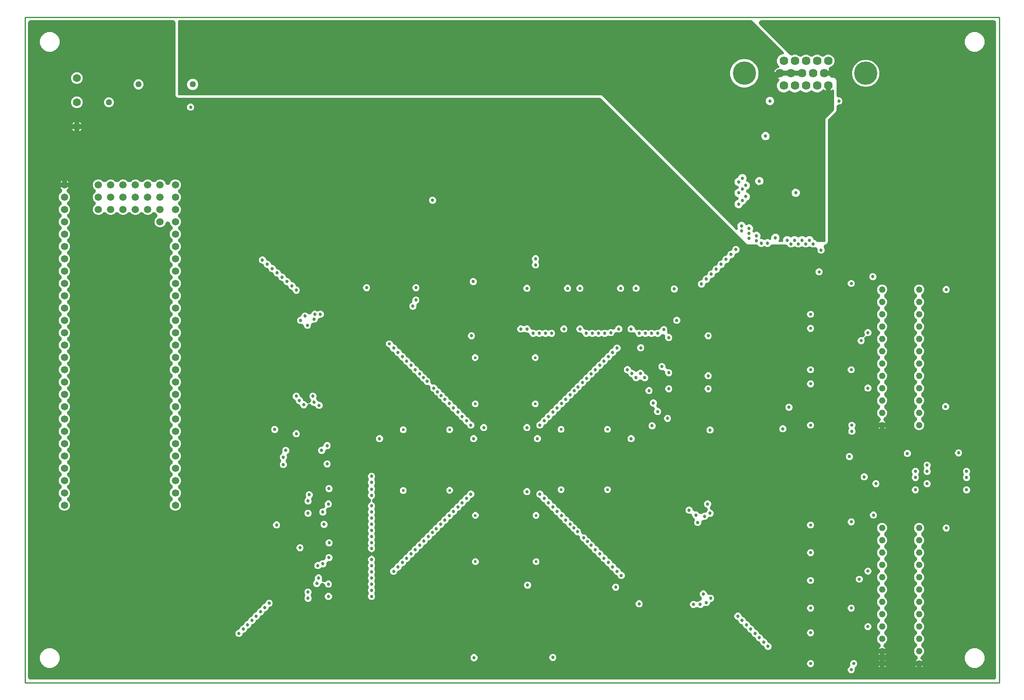
<source format=gbr>
G04 EAGLE Gerber RS-274X export*
G75*
%MOMM*%
%FSLAX34Y34*%
%LPD*%
%INEAGLE Copper Layer 2*%
%IPPOS*%
%AMOC8*
5,1,8,0,0,1.08239X$1,22.5*%
G01*
%ADD10C,4.800600*%
%ADD11C,1.790700*%
%ADD12C,1.320800*%
%ADD13C,1.508000*%
%ADD14C,1.650000*%
%ADD15C,0.609600*%
%ADD16C,0.685800*%
%ADD17C,0.654800*%
%ADD18C,1.295400*%
%ADD19C,1.016000*%
%ADD20C,0.254000*%

G36*
X1995325Y6360D02*
X1995325Y6360D01*
X1995480Y6360D01*
X1995642Y6380D01*
X1995806Y6391D01*
X1995958Y6420D01*
X1996112Y6439D01*
X1996271Y6479D01*
X1996432Y6510D01*
X1996579Y6558D01*
X1996729Y6596D01*
X1996882Y6656D01*
X1997038Y6707D01*
X1997178Y6772D01*
X1997322Y6829D01*
X1997466Y6908D01*
X1997614Y6978D01*
X1997745Y7060D01*
X1997881Y7135D01*
X1998014Y7231D01*
X1998153Y7319D01*
X1998272Y7417D01*
X1998398Y7508D01*
X1998517Y7620D01*
X1998644Y7724D01*
X1998750Y7837D01*
X1998863Y7943D01*
X1998968Y8069D01*
X1999080Y8188D01*
X1999172Y8314D01*
X1999271Y8433D01*
X1999359Y8571D01*
X1999455Y8703D01*
X1999530Y8839D01*
X1999614Y8970D01*
X1999684Y9118D01*
X1999763Y9261D01*
X1999820Y9405D01*
X1999887Y9545D01*
X1999938Y9701D01*
X1999998Y9854D01*
X2000037Y10004D01*
X2000086Y10151D01*
X2000117Y10312D01*
X2000158Y10470D01*
X2000177Y10624D01*
X2000207Y10776D01*
X2000217Y10935D01*
X2000239Y11102D01*
X2000239Y11271D01*
X2000249Y11430D01*
X2000249Y1360170D01*
X2000240Y1360325D01*
X2000240Y1360480D01*
X2000220Y1360642D01*
X2000209Y1360806D01*
X2000180Y1360958D01*
X2000161Y1361112D01*
X2000121Y1361271D01*
X2000090Y1361432D01*
X2000042Y1361579D01*
X2000004Y1361729D01*
X1999944Y1361882D01*
X1999893Y1362038D01*
X1999828Y1362178D01*
X1999771Y1362322D01*
X1999692Y1362466D01*
X1999622Y1362614D01*
X1999540Y1362745D01*
X1999465Y1362881D01*
X1999369Y1363014D01*
X1999281Y1363153D01*
X1999183Y1363272D01*
X1999092Y1363398D01*
X1998980Y1363517D01*
X1998876Y1363644D01*
X1998763Y1363750D01*
X1998657Y1363863D01*
X1998531Y1363968D01*
X1998412Y1364080D01*
X1998286Y1364172D01*
X1998167Y1364271D01*
X1998029Y1364359D01*
X1997897Y1364455D01*
X1997761Y1364530D01*
X1997630Y1364614D01*
X1997482Y1364684D01*
X1997339Y1364763D01*
X1997195Y1364820D01*
X1997055Y1364887D01*
X1996899Y1364938D01*
X1996746Y1364998D01*
X1996596Y1365037D01*
X1996449Y1365086D01*
X1996288Y1365117D01*
X1996130Y1365158D01*
X1995976Y1365177D01*
X1995824Y1365207D01*
X1995665Y1365217D01*
X1995498Y1365239D01*
X1995329Y1365239D01*
X1995170Y1365249D01*
X1516560Y1365249D01*
X1516324Y1365234D01*
X1516088Y1365227D01*
X1516006Y1365214D01*
X1515925Y1365209D01*
X1515692Y1365165D01*
X1515458Y1365128D01*
X1515379Y1365105D01*
X1515299Y1365090D01*
X1515074Y1365017D01*
X1514846Y1364951D01*
X1514771Y1364919D01*
X1514693Y1364893D01*
X1514479Y1364793D01*
X1514261Y1364699D01*
X1514190Y1364657D01*
X1514116Y1364622D01*
X1513916Y1364496D01*
X1513712Y1364375D01*
X1513647Y1364325D01*
X1513578Y1364281D01*
X1513395Y1364131D01*
X1513208Y1363986D01*
X1513150Y1363928D01*
X1513087Y1363876D01*
X1512924Y1363703D01*
X1512757Y1363536D01*
X1512706Y1363471D01*
X1512650Y1363412D01*
X1512511Y1363220D01*
X1512365Y1363033D01*
X1512323Y1362963D01*
X1512275Y1362897D01*
X1512161Y1362689D01*
X1512040Y1362486D01*
X1512007Y1362410D01*
X1511967Y1362339D01*
X1511880Y1362119D01*
X1511785Y1361901D01*
X1511762Y1361823D01*
X1511732Y1361746D01*
X1511673Y1361517D01*
X1511606Y1361290D01*
X1511593Y1361209D01*
X1511573Y1361130D01*
X1511543Y1360895D01*
X1511505Y1360661D01*
X1511502Y1360579D01*
X1511492Y1360498D01*
X1511491Y1360261D01*
X1511483Y1360024D01*
X1511491Y1359943D01*
X1511491Y1359860D01*
X1511520Y1359625D01*
X1511541Y1359390D01*
X1511559Y1359310D01*
X1511569Y1359228D01*
X1511628Y1358998D01*
X1511679Y1358768D01*
X1511706Y1358690D01*
X1511726Y1358611D01*
X1511813Y1358390D01*
X1511893Y1358167D01*
X1511930Y1358094D01*
X1511960Y1358018D01*
X1512074Y1357809D01*
X1512180Y1357599D01*
X1512226Y1357531D01*
X1512265Y1357459D01*
X1512404Y1357267D01*
X1512536Y1357071D01*
X1512590Y1357010D01*
X1512639Y1356942D01*
X1512816Y1356752D01*
X1512969Y1356578D01*
X1575246Y1294301D01*
X1575331Y1294226D01*
X1575411Y1294144D01*
X1575571Y1294015D01*
X1575724Y1293880D01*
X1575818Y1293816D01*
X1575907Y1293744D01*
X1576082Y1293637D01*
X1576251Y1293522D01*
X1576352Y1293470D01*
X1576449Y1293410D01*
X1576636Y1293325D01*
X1576819Y1293232D01*
X1576926Y1293193D01*
X1577029Y1293146D01*
X1577225Y1293085D01*
X1577418Y1293016D01*
X1577529Y1292991D01*
X1577638Y1292957D01*
X1577839Y1292921D01*
X1578040Y1292877D01*
X1578153Y1292866D01*
X1578265Y1292846D01*
X1578470Y1292836D01*
X1578674Y1292816D01*
X1578788Y1292820D01*
X1578902Y1292814D01*
X1579106Y1292829D01*
X1579311Y1292836D01*
X1579423Y1292853D01*
X1579537Y1292862D01*
X1579738Y1292903D01*
X1579940Y1292935D01*
X1580050Y1292966D01*
X1580161Y1292989D01*
X1580348Y1293052D01*
X1580552Y1293112D01*
X1580668Y1293161D01*
X1580781Y1293200D01*
X1583208Y1294205D01*
X1588286Y1294205D01*
X1592977Y1292262D01*
X1593611Y1291628D01*
X1593727Y1291526D01*
X1593837Y1291416D01*
X1593966Y1291315D01*
X1594089Y1291207D01*
X1594217Y1291120D01*
X1594339Y1291025D01*
X1594480Y1290941D01*
X1594616Y1290849D01*
X1594754Y1290778D01*
X1594887Y1290699D01*
X1595037Y1290634D01*
X1595183Y1290559D01*
X1595329Y1290507D01*
X1595471Y1290445D01*
X1595629Y1290399D01*
X1595783Y1290343D01*
X1595934Y1290309D01*
X1596083Y1290266D01*
X1596245Y1290240D01*
X1596404Y1290204D01*
X1596559Y1290189D01*
X1596712Y1290165D01*
X1596876Y1290159D01*
X1597039Y1290143D01*
X1597193Y1290148D01*
X1597348Y1290143D01*
X1597512Y1290158D01*
X1597675Y1290163D01*
X1597828Y1290187D01*
X1597983Y1290201D01*
X1598143Y1290236D01*
X1598305Y1290262D01*
X1598454Y1290305D01*
X1598605Y1290338D01*
X1598759Y1290393D01*
X1598917Y1290439D01*
X1599059Y1290500D01*
X1599205Y1290552D01*
X1599351Y1290626D01*
X1599502Y1290691D01*
X1599636Y1290770D01*
X1599774Y1290840D01*
X1599909Y1290931D01*
X1600051Y1291015D01*
X1600174Y1291109D01*
X1600302Y1291196D01*
X1600422Y1291301D01*
X1600555Y1291404D01*
X1600674Y1291523D01*
X1600794Y1291628D01*
X1601428Y1292262D01*
X1606119Y1294205D01*
X1611197Y1294205D01*
X1615888Y1292262D01*
X1616521Y1291629D01*
X1616637Y1291527D01*
X1616747Y1291417D01*
X1616877Y1291316D01*
X1616999Y1291208D01*
X1617127Y1291121D01*
X1617250Y1291025D01*
X1617391Y1290941D01*
X1617526Y1290849D01*
X1617664Y1290779D01*
X1617797Y1290700D01*
X1617948Y1290634D01*
X1618094Y1290560D01*
X1618240Y1290507D01*
X1618382Y1290445D01*
X1618539Y1290399D01*
X1618693Y1290344D01*
X1618844Y1290310D01*
X1618993Y1290266D01*
X1619155Y1290240D01*
X1619315Y1290204D01*
X1619469Y1290190D01*
X1619622Y1290165D01*
X1619786Y1290159D01*
X1619949Y1290144D01*
X1620104Y1290149D01*
X1620259Y1290143D01*
X1620422Y1290158D01*
X1620586Y1290163D01*
X1620739Y1290187D01*
X1620893Y1290202D01*
X1621054Y1290237D01*
X1621215Y1290262D01*
X1621364Y1290305D01*
X1621516Y1290339D01*
X1621670Y1290394D01*
X1621827Y1290439D01*
X1621970Y1290501D01*
X1622116Y1290553D01*
X1622262Y1290627D01*
X1622412Y1290692D01*
X1622546Y1290770D01*
X1622684Y1290840D01*
X1622820Y1290932D01*
X1622961Y1291015D01*
X1623084Y1291110D01*
X1623212Y1291196D01*
X1623332Y1291302D01*
X1623465Y1291405D01*
X1623585Y1291524D01*
X1623705Y1291629D01*
X1624338Y1292262D01*
X1629029Y1294205D01*
X1634107Y1294205D01*
X1638798Y1292262D01*
X1639432Y1291628D01*
X1639548Y1291526D01*
X1639658Y1291416D01*
X1639787Y1291315D01*
X1639910Y1291207D01*
X1640038Y1291120D01*
X1640160Y1291025D01*
X1640301Y1290941D01*
X1640437Y1290849D01*
X1640575Y1290778D01*
X1640708Y1290699D01*
X1640858Y1290634D01*
X1641004Y1290559D01*
X1641150Y1290507D01*
X1641292Y1290445D01*
X1641450Y1290399D01*
X1641604Y1290343D01*
X1641755Y1290309D01*
X1641904Y1290266D01*
X1642066Y1290240D01*
X1642225Y1290204D01*
X1642380Y1290189D01*
X1642533Y1290165D01*
X1642697Y1290159D01*
X1642860Y1290143D01*
X1643014Y1290148D01*
X1643169Y1290143D01*
X1643333Y1290158D01*
X1643496Y1290163D01*
X1643649Y1290187D01*
X1643804Y1290201D01*
X1643964Y1290236D01*
X1644126Y1290262D01*
X1644275Y1290305D01*
X1644426Y1290338D01*
X1644580Y1290393D01*
X1644738Y1290439D01*
X1644880Y1290500D01*
X1645026Y1290552D01*
X1645172Y1290626D01*
X1645323Y1290691D01*
X1645457Y1290770D01*
X1645595Y1290840D01*
X1645730Y1290931D01*
X1645872Y1291015D01*
X1645995Y1291109D01*
X1646123Y1291196D01*
X1646243Y1291301D01*
X1646376Y1291404D01*
X1646495Y1291523D01*
X1646615Y1291628D01*
X1647249Y1292262D01*
X1651940Y1294205D01*
X1657018Y1294205D01*
X1661709Y1292262D01*
X1665300Y1288671D01*
X1667243Y1283980D01*
X1667243Y1278902D01*
X1665300Y1274211D01*
X1661709Y1270620D01*
X1658313Y1269213D01*
X1658161Y1269139D01*
X1658006Y1269074D01*
X1657875Y1268999D01*
X1657741Y1268933D01*
X1657599Y1268840D01*
X1657453Y1268756D01*
X1657334Y1268666D01*
X1657208Y1268583D01*
X1657080Y1268474D01*
X1656945Y1268372D01*
X1656837Y1268267D01*
X1656723Y1268170D01*
X1656610Y1268045D01*
X1656489Y1267927D01*
X1656395Y1267809D01*
X1656294Y1267698D01*
X1656197Y1267561D01*
X1656092Y1267429D01*
X1656014Y1267300D01*
X1655928Y1267177D01*
X1655849Y1267029D01*
X1655761Y1266884D01*
X1655699Y1266747D01*
X1655629Y1266615D01*
X1655569Y1266457D01*
X1655500Y1266303D01*
X1655456Y1266159D01*
X1655403Y1266019D01*
X1655364Y1265855D01*
X1655315Y1265694D01*
X1655289Y1265546D01*
X1655254Y1265399D01*
X1655235Y1265232D01*
X1655207Y1265066D01*
X1655200Y1264916D01*
X1655183Y1264766D01*
X1655186Y1264598D01*
X1655178Y1264429D01*
X1655190Y1264279D01*
X1655192Y1264129D01*
X1655216Y1263962D01*
X1655229Y1263794D01*
X1655260Y1263647D01*
X1655281Y1263498D01*
X1655325Y1263335D01*
X1655360Y1263170D01*
X1655409Y1263028D01*
X1655448Y1262883D01*
X1655512Y1262728D01*
X1655567Y1262568D01*
X1655632Y1262437D01*
X1655691Y1262294D01*
X1655781Y1262135D01*
X1655858Y1261981D01*
X1656352Y1261125D01*
X1656358Y1261109D01*
X1646021Y1261109D01*
X1645867Y1261100D01*
X1645712Y1261100D01*
X1645549Y1261080D01*
X1645385Y1261069D01*
X1645234Y1261040D01*
X1645080Y1261021D01*
X1644920Y1260981D01*
X1644760Y1260950D01*
X1644612Y1260902D01*
X1644462Y1260864D01*
X1644310Y1260804D01*
X1644154Y1260754D01*
X1644013Y1260688D01*
X1643869Y1260631D01*
X1643725Y1260552D01*
X1643577Y1260483D01*
X1643446Y1260400D01*
X1643310Y1260325D01*
X1643177Y1260229D01*
X1643039Y1260141D01*
X1642919Y1260043D01*
X1642794Y1259952D01*
X1642674Y1259840D01*
X1642548Y1259736D01*
X1642441Y1259623D01*
X1642328Y1259517D01*
X1642223Y1259391D01*
X1642111Y1259272D01*
X1642020Y1259146D01*
X1641921Y1259027D01*
X1641832Y1258889D01*
X1641736Y1258757D01*
X1641661Y1258621D01*
X1641578Y1258490D01*
X1641507Y1258342D01*
X1641428Y1258199D01*
X1641371Y1258055D01*
X1641305Y1257915D01*
X1641253Y1257759D01*
X1641193Y1257607D01*
X1641154Y1257457D01*
X1641106Y1257309D01*
X1641075Y1257149D01*
X1641034Y1256990D01*
X1641014Y1256836D01*
X1640984Y1256684D01*
X1640974Y1256525D01*
X1640953Y1256358D01*
X1640952Y1256189D01*
X1640942Y1256030D01*
X1640952Y1255875D01*
X1640952Y1255721D01*
X1640952Y1255720D01*
X1640972Y1255557D01*
X1640982Y1255394D01*
X1641011Y1255242D01*
X1641030Y1255088D01*
X1641071Y1254929D01*
X1641101Y1254768D01*
X1641149Y1254621D01*
X1641187Y1254471D01*
X1641247Y1254318D01*
X1641298Y1254162D01*
X1641364Y1254022D01*
X1641421Y1253878D01*
X1641499Y1253733D01*
X1641569Y1253585D01*
X1641652Y1253455D01*
X1641726Y1253319D01*
X1641822Y1253186D01*
X1641910Y1253047D01*
X1642009Y1252928D01*
X1642099Y1252802D01*
X1642211Y1252682D01*
X1642316Y1252556D01*
X1642429Y1252450D01*
X1642534Y1252337D01*
X1642660Y1252232D01*
X1642780Y1252119D01*
X1642905Y1252028D01*
X1643024Y1251929D01*
X1643162Y1251841D01*
X1643295Y1251744D01*
X1643430Y1251670D01*
X1643561Y1251586D01*
X1643709Y1251516D01*
X1643853Y1251437D01*
X1643997Y1251380D01*
X1644137Y1251313D01*
X1644293Y1251262D01*
X1644445Y1251201D01*
X1644595Y1251163D01*
X1644742Y1251114D01*
X1644903Y1251083D01*
X1645062Y1251042D01*
X1645215Y1251022D01*
X1645367Y1250993D01*
X1645526Y1250983D01*
X1645694Y1250961D01*
X1645862Y1250961D01*
X1646021Y1250951D01*
X1657244Y1250951D01*
X1657279Y1250837D01*
X1657324Y1250661D01*
X1657374Y1250534D01*
X1657415Y1250403D01*
X1657491Y1250238D01*
X1657557Y1250068D01*
X1657623Y1249948D01*
X1657680Y1249824D01*
X1657775Y1249669D01*
X1657863Y1249509D01*
X1657943Y1249398D01*
X1658015Y1249282D01*
X1658129Y1249140D01*
X1658236Y1248992D01*
X1658330Y1248893D01*
X1658415Y1248786D01*
X1658547Y1248660D01*
X1658671Y1248527D01*
X1658776Y1248439D01*
X1658875Y1248345D01*
X1659021Y1248236D01*
X1659161Y1248119D01*
X1659276Y1248046D01*
X1659386Y1247964D01*
X1659544Y1247875D01*
X1659698Y1247776D01*
X1659821Y1247718D01*
X1659940Y1247651D01*
X1660109Y1247582D01*
X1660274Y1247503D01*
X1660404Y1247461D01*
X1660530Y1247409D01*
X1660706Y1247361D01*
X1660879Y1247304D01*
X1661013Y1247278D01*
X1661145Y1247243D01*
X1661325Y1247218D01*
X1661504Y1247183D01*
X1661637Y1247174D01*
X1661776Y1247155D01*
X1661974Y1247153D01*
X1662158Y1247141D01*
X1665216Y1247141D01*
X1668017Y1245981D01*
X1670161Y1243837D01*
X1671321Y1241036D01*
X1671321Y1211199D01*
X1671330Y1211044D01*
X1671330Y1210889D01*
X1671350Y1210727D01*
X1671361Y1210563D01*
X1671390Y1210411D01*
X1671409Y1210257D01*
X1671449Y1210098D01*
X1671480Y1209937D01*
X1671528Y1209790D01*
X1671566Y1209640D01*
X1671626Y1209487D01*
X1671677Y1209331D01*
X1671742Y1209191D01*
X1671799Y1209047D01*
X1671878Y1208903D01*
X1671948Y1208755D01*
X1672030Y1208624D01*
X1672105Y1208488D01*
X1672201Y1208355D01*
X1672289Y1208216D01*
X1672387Y1208097D01*
X1672478Y1207971D01*
X1672590Y1207852D01*
X1672694Y1207725D01*
X1672807Y1207619D01*
X1672913Y1207506D01*
X1673039Y1207401D01*
X1673158Y1207289D01*
X1673284Y1207197D01*
X1673403Y1207098D01*
X1673541Y1207010D01*
X1673673Y1206914D01*
X1673809Y1206839D01*
X1673940Y1206755D01*
X1674088Y1206685D01*
X1674231Y1206606D01*
X1674375Y1206549D01*
X1674515Y1206482D01*
X1674671Y1206431D01*
X1674824Y1206371D01*
X1674974Y1206332D01*
X1675121Y1206283D01*
X1675282Y1206252D01*
X1675440Y1206211D01*
X1675594Y1206192D01*
X1675746Y1206162D01*
X1675905Y1206152D01*
X1676072Y1206130D01*
X1676241Y1206130D01*
X1676400Y1206120D01*
X1677840Y1206120D01*
X1680501Y1205018D01*
X1682538Y1202981D01*
X1683640Y1200320D01*
X1683640Y1197440D01*
X1682538Y1194779D01*
X1680501Y1192742D01*
X1677840Y1191640D01*
X1676400Y1191640D01*
X1676245Y1191631D01*
X1676090Y1191631D01*
X1675928Y1191611D01*
X1675764Y1191600D01*
X1675612Y1191571D01*
X1675458Y1191552D01*
X1675299Y1191512D01*
X1675138Y1191481D01*
X1674991Y1191433D01*
X1674841Y1191395D01*
X1674688Y1191335D01*
X1674532Y1191284D01*
X1674392Y1191219D01*
X1674248Y1191162D01*
X1674104Y1191083D01*
X1673956Y1191013D01*
X1673825Y1190931D01*
X1673689Y1190856D01*
X1673556Y1190760D01*
X1673417Y1190672D01*
X1673298Y1190574D01*
X1673172Y1190483D01*
X1673053Y1190371D01*
X1672926Y1190267D01*
X1672820Y1190154D01*
X1672707Y1190048D01*
X1672602Y1189922D01*
X1672490Y1189803D01*
X1672398Y1189677D01*
X1672299Y1189558D01*
X1672211Y1189420D01*
X1672115Y1189288D01*
X1672040Y1189152D01*
X1671956Y1189021D01*
X1671886Y1188873D01*
X1671807Y1188730D01*
X1671750Y1188586D01*
X1671683Y1188446D01*
X1671632Y1188290D01*
X1671572Y1188137D01*
X1671533Y1187987D01*
X1671484Y1187840D01*
X1671453Y1187679D01*
X1671412Y1187521D01*
X1671393Y1187367D01*
X1671363Y1187215D01*
X1671353Y1187056D01*
X1671331Y1186889D01*
X1671331Y1186720D01*
X1671321Y1186561D01*
X1671321Y1179584D01*
X1670161Y1176783D01*
X1655028Y1161651D01*
X1654980Y1161596D01*
X1654927Y1161546D01*
X1654769Y1161357D01*
X1654607Y1161173D01*
X1654566Y1161113D01*
X1654519Y1161057D01*
X1654387Y1160849D01*
X1654249Y1160646D01*
X1654216Y1160581D01*
X1654176Y1160520D01*
X1654071Y1160298D01*
X1653959Y1160079D01*
X1653935Y1160010D01*
X1653903Y1159944D01*
X1653827Y1159710D01*
X1653743Y1159479D01*
X1653727Y1159408D01*
X1653704Y1159339D01*
X1653658Y1159098D01*
X1653604Y1158858D01*
X1653597Y1158785D01*
X1653583Y1158713D01*
X1653568Y1158482D01*
X1653543Y1158223D01*
X1653546Y1158140D01*
X1653541Y1158059D01*
X1653541Y909074D01*
X1652381Y906273D01*
X1650237Y904129D01*
X1648055Y903226D01*
X1647877Y903138D01*
X1647694Y903060D01*
X1647591Y902998D01*
X1647483Y902945D01*
X1647317Y902837D01*
X1647146Y902735D01*
X1647051Y902662D01*
X1646950Y902596D01*
X1646799Y902467D01*
X1646642Y902345D01*
X1646557Y902260D01*
X1646465Y902182D01*
X1646332Y902035D01*
X1646191Y901895D01*
X1646118Y901800D01*
X1646036Y901711D01*
X1645922Y901549D01*
X1645800Y901392D01*
X1645739Y901288D01*
X1645670Y901190D01*
X1645577Y901015D01*
X1645475Y900844D01*
X1645428Y900733D01*
X1645371Y900627D01*
X1645301Y900442D01*
X1645222Y900259D01*
X1645188Y900144D01*
X1645145Y900031D01*
X1645099Y899839D01*
X1645043Y899648D01*
X1645024Y899529D01*
X1644996Y899412D01*
X1644974Y899215D01*
X1644943Y899019D01*
X1644939Y898899D01*
X1644925Y898779D01*
X1644928Y898580D01*
X1644922Y898382D01*
X1644933Y898262D01*
X1644934Y898142D01*
X1644962Y897945D01*
X1644980Y897748D01*
X1645007Y897630D01*
X1645023Y897511D01*
X1645075Y897319D01*
X1645118Y897125D01*
X1645159Y897012D01*
X1645190Y896896D01*
X1645266Y896712D01*
X1645333Y896526D01*
X1645378Y896436D01*
X1646810Y892980D01*
X1646810Y890100D01*
X1645708Y887439D01*
X1643671Y885402D01*
X1641010Y884300D01*
X1638130Y884300D01*
X1635469Y885402D01*
X1633432Y887439D01*
X1632330Y890100D01*
X1632330Y892642D01*
X1632318Y892837D01*
X1632315Y893033D01*
X1632298Y893155D01*
X1632290Y893278D01*
X1632254Y893470D01*
X1632226Y893664D01*
X1632194Y893783D01*
X1632171Y893904D01*
X1632111Y894090D01*
X1632059Y894279D01*
X1632012Y894393D01*
X1631974Y894510D01*
X1631891Y894687D01*
X1631816Y894868D01*
X1631756Y894975D01*
X1631703Y895086D01*
X1631599Y895252D01*
X1631502Y895422D01*
X1631428Y895521D01*
X1631362Y895625D01*
X1631238Y895776D01*
X1631120Y895932D01*
X1631035Y896021D01*
X1630957Y896116D01*
X1630814Y896250D01*
X1630678Y896391D01*
X1630582Y896468D01*
X1630493Y896552D01*
X1630334Y896668D01*
X1630182Y896791D01*
X1630077Y896855D01*
X1629978Y896927D01*
X1629806Y897022D01*
X1629639Y897125D01*
X1629527Y897176D01*
X1629420Y897235D01*
X1629238Y897307D01*
X1629059Y897389D01*
X1628942Y897425D01*
X1628827Y897470D01*
X1628638Y897519D01*
X1628451Y897578D01*
X1628330Y897599D01*
X1628211Y897630D01*
X1628016Y897655D01*
X1627823Y897689D01*
X1627701Y897695D01*
X1627579Y897711D01*
X1627382Y897711D01*
X1627187Y897721D01*
X1627065Y897712D01*
X1626941Y897712D01*
X1626747Y897688D01*
X1626552Y897673D01*
X1626431Y897648D01*
X1626309Y897633D01*
X1626119Y897585D01*
X1625927Y897546D01*
X1625814Y897507D01*
X1625692Y897476D01*
X1625494Y897398D01*
X1625307Y897335D01*
X1624500Y897000D01*
X1621620Y897000D01*
X1618941Y898110D01*
X1618915Y898132D01*
X1618806Y898242D01*
X1618677Y898343D01*
X1618554Y898451D01*
X1618426Y898538D01*
X1618303Y898634D01*
X1618162Y898717D01*
X1618027Y898810D01*
X1617889Y898880D01*
X1617755Y898959D01*
X1617605Y899024D01*
X1617459Y899099D01*
X1617313Y899152D01*
X1617171Y899213D01*
X1617014Y899259D01*
X1616860Y899315D01*
X1616709Y899349D01*
X1616560Y899393D01*
X1616398Y899419D01*
X1616238Y899454D01*
X1616084Y899469D01*
X1615931Y899494D01*
X1615767Y899499D01*
X1615604Y899515D01*
X1615449Y899510D01*
X1615294Y899515D01*
X1615131Y899501D01*
X1614967Y899496D01*
X1614814Y899471D01*
X1614660Y899457D01*
X1614500Y899422D01*
X1614338Y899397D01*
X1614189Y899353D01*
X1614037Y899320D01*
X1613883Y899265D01*
X1613726Y899220D01*
X1613583Y899158D01*
X1613437Y899106D01*
X1613291Y899032D01*
X1613141Y898967D01*
X1613007Y898888D01*
X1612869Y898819D01*
X1612733Y898727D01*
X1612592Y898644D01*
X1612469Y898549D01*
X1612341Y898462D01*
X1612221Y898357D01*
X1612088Y898254D01*
X1611968Y898135D01*
X1611940Y898110D01*
X1609260Y897000D01*
X1606380Y897000D01*
X1603701Y898110D01*
X1603675Y898132D01*
X1603566Y898242D01*
X1603437Y898343D01*
X1603314Y898451D01*
X1603186Y898538D01*
X1603063Y898634D01*
X1602922Y898717D01*
X1602787Y898810D01*
X1602649Y898880D01*
X1602515Y898959D01*
X1602365Y899024D01*
X1602219Y899099D01*
X1602073Y899152D01*
X1601931Y899213D01*
X1601774Y899259D01*
X1601620Y899315D01*
X1601469Y899349D01*
X1601320Y899393D01*
X1601158Y899419D01*
X1600998Y899454D01*
X1600844Y899469D01*
X1600691Y899494D01*
X1600527Y899499D01*
X1600364Y899515D01*
X1600209Y899510D01*
X1600054Y899515D01*
X1599891Y899501D01*
X1599727Y899496D01*
X1599574Y899471D01*
X1599420Y899457D01*
X1599260Y899422D01*
X1599098Y899397D01*
X1598949Y899353D01*
X1598797Y899320D01*
X1598643Y899265D01*
X1598486Y899220D01*
X1598343Y899158D01*
X1598197Y899106D01*
X1598051Y899032D01*
X1597901Y898967D01*
X1597767Y898888D01*
X1597629Y898819D01*
X1597493Y898727D01*
X1597352Y898644D01*
X1597229Y898549D01*
X1597101Y898462D01*
X1596981Y898357D01*
X1596848Y898254D01*
X1596728Y898135D01*
X1596700Y898110D01*
X1594020Y897000D01*
X1591140Y897000D01*
X1588461Y898110D01*
X1588435Y898132D01*
X1588326Y898242D01*
X1588197Y898343D01*
X1588074Y898451D01*
X1587946Y898538D01*
X1587823Y898634D01*
X1587682Y898717D01*
X1587547Y898810D01*
X1587409Y898880D01*
X1587275Y898959D01*
X1587125Y899024D01*
X1586979Y899099D01*
X1586833Y899152D01*
X1586691Y899213D01*
X1586534Y899259D01*
X1586380Y899315D01*
X1586229Y899349D01*
X1586080Y899393D01*
X1585918Y899419D01*
X1585758Y899454D01*
X1585604Y899469D01*
X1585451Y899494D01*
X1585287Y899499D01*
X1585124Y899515D01*
X1584969Y899510D01*
X1584814Y899515D01*
X1584651Y899501D01*
X1584487Y899496D01*
X1584334Y899471D01*
X1584180Y899457D01*
X1584020Y899422D01*
X1583858Y899397D01*
X1583709Y899353D01*
X1583557Y899320D01*
X1583403Y899265D01*
X1583246Y899220D01*
X1583103Y899158D01*
X1582957Y899106D01*
X1582811Y899032D01*
X1582661Y898967D01*
X1582527Y898888D01*
X1582389Y898819D01*
X1582253Y898727D01*
X1582112Y898644D01*
X1581989Y898549D01*
X1581861Y898462D01*
X1581741Y898357D01*
X1581608Y898254D01*
X1581488Y898135D01*
X1581460Y898110D01*
X1578780Y897000D01*
X1575900Y897000D01*
X1573239Y898102D01*
X1571162Y900179D01*
X1571139Y900222D01*
X1571049Y900406D01*
X1570986Y900501D01*
X1570931Y900601D01*
X1570811Y900767D01*
X1570699Y900939D01*
X1570625Y901025D01*
X1570558Y901118D01*
X1570418Y901267D01*
X1570285Y901423D01*
X1570201Y901500D01*
X1570123Y901583D01*
X1569966Y901714D01*
X1569814Y901852D01*
X1569721Y901918D01*
X1569633Y901991D01*
X1569461Y902101D01*
X1569293Y902219D01*
X1569193Y902272D01*
X1569097Y902334D01*
X1568911Y902422D01*
X1568730Y902517D01*
X1568624Y902558D01*
X1568521Y902607D01*
X1568326Y902671D01*
X1568135Y902743D01*
X1568024Y902770D01*
X1567916Y902806D01*
X1567715Y902845D01*
X1567515Y902893D01*
X1567402Y902905D01*
X1567290Y902927D01*
X1567094Y902940D01*
X1566882Y902963D01*
X1566756Y902962D01*
X1566636Y902969D01*
X1538882Y902969D01*
X1538809Y902965D01*
X1538736Y902967D01*
X1538491Y902945D01*
X1538246Y902929D01*
X1538174Y902916D01*
X1538101Y902909D01*
X1537861Y902856D01*
X1537620Y902810D01*
X1537550Y902787D01*
X1537479Y902772D01*
X1537248Y902689D01*
X1537014Y902613D01*
X1536948Y902582D01*
X1536879Y902558D01*
X1536660Y902447D01*
X1536437Y902342D01*
X1536376Y902303D01*
X1536311Y902270D01*
X1536107Y902133D01*
X1535899Y902001D01*
X1535843Y901955D01*
X1535782Y901914D01*
X1535609Y901761D01*
X1535408Y901596D01*
X1535351Y901535D01*
X1535290Y901482D01*
X1533181Y899372D01*
X1530520Y898270D01*
X1527640Y898270D01*
X1524674Y899499D01*
X1524605Y899523D01*
X1524538Y899553D01*
X1524304Y899626D01*
X1524071Y899705D01*
X1523999Y899720D01*
X1523930Y899742D01*
X1523688Y899785D01*
X1523447Y899835D01*
X1523374Y899840D01*
X1523302Y899853D01*
X1523057Y899865D01*
X1522812Y899885D01*
X1522739Y899881D01*
X1522666Y899885D01*
X1522421Y899867D01*
X1522176Y899855D01*
X1522104Y899843D01*
X1522031Y899837D01*
X1521790Y899788D01*
X1521548Y899746D01*
X1521478Y899725D01*
X1521406Y899710D01*
X1521188Y899636D01*
X1520939Y899559D01*
X1520862Y899525D01*
X1520786Y899499D01*
X1517820Y898270D01*
X1514940Y898270D01*
X1512279Y899372D01*
X1510170Y901482D01*
X1510115Y901530D01*
X1510065Y901583D01*
X1509876Y901740D01*
X1509692Y901903D01*
X1509632Y901944D01*
X1509576Y901991D01*
X1509368Y902123D01*
X1509165Y902261D01*
X1509100Y902294D01*
X1509039Y902334D01*
X1508816Y902439D01*
X1508598Y902551D01*
X1508529Y902575D01*
X1508463Y902607D01*
X1508229Y902684D01*
X1507998Y902767D01*
X1507927Y902783D01*
X1507858Y902806D01*
X1507617Y902852D01*
X1507377Y902906D01*
X1507304Y902913D01*
X1507232Y902927D01*
X1507001Y902942D01*
X1506742Y902967D01*
X1506659Y902964D01*
X1506578Y902969D01*
X1489464Y902969D01*
X1486663Y904129D01*
X1187051Y1203742D01*
X1186996Y1203790D01*
X1186946Y1203843D01*
X1186757Y1204001D01*
X1186573Y1204163D01*
X1186513Y1204204D01*
X1186457Y1204251D01*
X1186249Y1204383D01*
X1186046Y1204521D01*
X1185981Y1204554D01*
X1185920Y1204594D01*
X1185698Y1204699D01*
X1185479Y1204811D01*
X1185410Y1204835D01*
X1185344Y1204867D01*
X1185110Y1204943D01*
X1184879Y1205027D01*
X1184808Y1205043D01*
X1184739Y1205066D01*
X1184498Y1205112D01*
X1184258Y1205166D01*
X1184185Y1205173D01*
X1184113Y1205187D01*
X1183882Y1205202D01*
X1183623Y1205227D01*
X1183540Y1205224D01*
X1183459Y1205229D01*
X315984Y1205229D01*
X313183Y1206389D01*
X311039Y1208533D01*
X309879Y1211334D01*
X309879Y1360170D01*
X309870Y1360325D01*
X309870Y1360480D01*
X309850Y1360642D01*
X309839Y1360806D01*
X309810Y1360958D01*
X309791Y1361112D01*
X309751Y1361271D01*
X309720Y1361432D01*
X309672Y1361579D01*
X309634Y1361729D01*
X309574Y1361882D01*
X309523Y1362038D01*
X309458Y1362178D01*
X309401Y1362322D01*
X309322Y1362466D01*
X309252Y1362614D01*
X309170Y1362745D01*
X309095Y1362881D01*
X308999Y1363014D01*
X308911Y1363153D01*
X308813Y1363272D01*
X308722Y1363398D01*
X308610Y1363517D01*
X308506Y1363644D01*
X308393Y1363750D01*
X308287Y1363863D01*
X308161Y1363968D01*
X308042Y1364080D01*
X307916Y1364172D01*
X307797Y1364271D01*
X307659Y1364359D01*
X307527Y1364455D01*
X307391Y1364530D01*
X307260Y1364614D01*
X307112Y1364684D01*
X306969Y1364763D01*
X306825Y1364820D01*
X306685Y1364887D01*
X306529Y1364938D01*
X306376Y1364998D01*
X306226Y1365037D01*
X306079Y1365086D01*
X305918Y1365117D01*
X305760Y1365158D01*
X305606Y1365177D01*
X305454Y1365207D01*
X305295Y1365217D01*
X305128Y1365239D01*
X304959Y1365239D01*
X304800Y1365249D01*
X11430Y1365249D01*
X11275Y1365240D01*
X11120Y1365240D01*
X10958Y1365220D01*
X10794Y1365209D01*
X10642Y1365180D01*
X10488Y1365161D01*
X10329Y1365121D01*
X10168Y1365090D01*
X10021Y1365042D01*
X9871Y1365004D01*
X9718Y1364944D01*
X9562Y1364893D01*
X9422Y1364828D01*
X9278Y1364771D01*
X9134Y1364692D01*
X8986Y1364622D01*
X8855Y1364540D01*
X8719Y1364465D01*
X8586Y1364369D01*
X8447Y1364281D01*
X8328Y1364183D01*
X8202Y1364092D01*
X8083Y1363980D01*
X7956Y1363876D01*
X7850Y1363763D01*
X7737Y1363657D01*
X7632Y1363531D01*
X7520Y1363412D01*
X7428Y1363286D01*
X7329Y1363167D01*
X7241Y1363029D01*
X7145Y1362897D01*
X7070Y1362761D01*
X6986Y1362630D01*
X6916Y1362482D01*
X6837Y1362339D01*
X6780Y1362195D01*
X6713Y1362055D01*
X6662Y1361899D01*
X6602Y1361746D01*
X6563Y1361596D01*
X6514Y1361449D01*
X6483Y1361288D01*
X6442Y1361130D01*
X6423Y1360976D01*
X6393Y1360824D01*
X6383Y1360665D01*
X6361Y1360498D01*
X6361Y1360329D01*
X6351Y1360170D01*
X6351Y11430D01*
X6360Y11275D01*
X6360Y11120D01*
X6380Y10958D01*
X6391Y10794D01*
X6420Y10642D01*
X6439Y10488D01*
X6479Y10329D01*
X6510Y10168D01*
X6558Y10021D01*
X6596Y9871D01*
X6656Y9718D01*
X6707Y9562D01*
X6772Y9422D01*
X6829Y9278D01*
X6908Y9134D01*
X6978Y8986D01*
X7060Y8855D01*
X7135Y8719D01*
X7231Y8586D01*
X7319Y8447D01*
X7417Y8328D01*
X7508Y8202D01*
X7620Y8083D01*
X7724Y7956D01*
X7837Y7850D01*
X7943Y7737D01*
X8069Y7632D01*
X8188Y7520D01*
X8314Y7428D01*
X8433Y7329D01*
X8571Y7241D01*
X8703Y7145D01*
X8839Y7070D01*
X8970Y6986D01*
X9118Y6916D01*
X9261Y6837D01*
X9405Y6780D01*
X9545Y6713D01*
X9701Y6662D01*
X9854Y6602D01*
X10004Y6563D01*
X10151Y6514D01*
X10312Y6483D01*
X10470Y6442D01*
X10624Y6423D01*
X10776Y6393D01*
X10935Y6383D01*
X11102Y6361D01*
X11271Y6361D01*
X11430Y6351D01*
X1995170Y6351D01*
X1995325Y6360D01*
G37*
G36*
X1558706Y908054D02*
X1558706Y908054D01*
X1558740Y908052D01*
X1558929Y908074D01*
X1559120Y908091D01*
X1559153Y908100D01*
X1559187Y908104D01*
X1559370Y908159D01*
X1559554Y908209D01*
X1559585Y908224D01*
X1559618Y908234D01*
X1559789Y908321D01*
X1559961Y908403D01*
X1559989Y908423D01*
X1560020Y908438D01*
X1560172Y908554D01*
X1560327Y908665D01*
X1560351Y908690D01*
X1560378Y908710D01*
X1560507Y908851D01*
X1560641Y908987D01*
X1560660Y909016D01*
X1560684Y909042D01*
X1560786Y909203D01*
X1560893Y909360D01*
X1560907Y909392D01*
X1560925Y909421D01*
X1560998Y909598D01*
X1561075Y909772D01*
X1561083Y909806D01*
X1561096Y909838D01*
X1561136Y910025D01*
X1561182Y910210D01*
X1561184Y910244D01*
X1561191Y910278D01*
X1561210Y910590D01*
X1561210Y913553D01*
X1562506Y916680D01*
X1564900Y919074D01*
X1568027Y920370D01*
X1571413Y920370D01*
X1574540Y919074D01*
X1575544Y918070D01*
X1575571Y918048D01*
X1575594Y918022D01*
X1575743Y917904D01*
X1575890Y917781D01*
X1575920Y917764D01*
X1575947Y917743D01*
X1576115Y917653D01*
X1576281Y917558D01*
X1576313Y917546D01*
X1576344Y917530D01*
X1576525Y917471D01*
X1576705Y917407D01*
X1576739Y917401D01*
X1576772Y917391D01*
X1576961Y917365D01*
X1577149Y917334D01*
X1577184Y917334D01*
X1577218Y917329D01*
X1577409Y917337D01*
X1577599Y917340D01*
X1577634Y917346D01*
X1577668Y917348D01*
X1577854Y917389D01*
X1578042Y917425D01*
X1578074Y917438D01*
X1578108Y917445D01*
X1578284Y917519D01*
X1578462Y917588D01*
X1578491Y917605D01*
X1578523Y917619D01*
X1578684Y917723D01*
X1578846Y917821D01*
X1578872Y917844D01*
X1578901Y917863D01*
X1579136Y918070D01*
X1580140Y919074D01*
X1583267Y920370D01*
X1586653Y920370D01*
X1589780Y919074D01*
X1590784Y918070D01*
X1590811Y918048D01*
X1590834Y918022D01*
X1590983Y917904D01*
X1591130Y917781D01*
X1591160Y917764D01*
X1591187Y917743D01*
X1591355Y917653D01*
X1591521Y917558D01*
X1591553Y917546D01*
X1591584Y917530D01*
X1591765Y917471D01*
X1591945Y917407D01*
X1591979Y917401D01*
X1592012Y917391D01*
X1592201Y917365D01*
X1592389Y917334D01*
X1592424Y917334D01*
X1592458Y917329D01*
X1592649Y917337D01*
X1592839Y917340D01*
X1592874Y917346D01*
X1592908Y917348D01*
X1593094Y917389D01*
X1593282Y917425D01*
X1593314Y917438D01*
X1593348Y917445D01*
X1593524Y917519D01*
X1593702Y917588D01*
X1593731Y917605D01*
X1593763Y917619D01*
X1593924Y917723D01*
X1594086Y917821D01*
X1594112Y917844D01*
X1594141Y917863D01*
X1594376Y918070D01*
X1595380Y919074D01*
X1598507Y920370D01*
X1601893Y920370D01*
X1605020Y919074D01*
X1606024Y918070D01*
X1606051Y918048D01*
X1606074Y918022D01*
X1606223Y917904D01*
X1606370Y917781D01*
X1606400Y917764D01*
X1606427Y917743D01*
X1606595Y917653D01*
X1606761Y917558D01*
X1606793Y917546D01*
X1606824Y917530D01*
X1607005Y917471D01*
X1607185Y917407D01*
X1607219Y917401D01*
X1607252Y917391D01*
X1607441Y917365D01*
X1607629Y917334D01*
X1607664Y917334D01*
X1607698Y917329D01*
X1607889Y917337D01*
X1608079Y917340D01*
X1608114Y917346D01*
X1608148Y917348D01*
X1608334Y917389D01*
X1608522Y917425D01*
X1608554Y917438D01*
X1608588Y917445D01*
X1608764Y917519D01*
X1608942Y917588D01*
X1608971Y917605D01*
X1609003Y917619D01*
X1609164Y917723D01*
X1609326Y917821D01*
X1609352Y917844D01*
X1609381Y917863D01*
X1609616Y918070D01*
X1610620Y919074D01*
X1613747Y920370D01*
X1617133Y920370D01*
X1620260Y919074D01*
X1622654Y916680D01*
X1623782Y913957D01*
X1623859Y913811D01*
X1623928Y913662D01*
X1623963Y913612D01*
X1623991Y913558D01*
X1624092Y913428D01*
X1624186Y913293D01*
X1624229Y913250D01*
X1624267Y913202D01*
X1624389Y913091D01*
X1624505Y912975D01*
X1624556Y912941D01*
X1624601Y912900D01*
X1624741Y912813D01*
X1624876Y912720D01*
X1624945Y912686D01*
X1624983Y912662D01*
X1625040Y912639D01*
X1625157Y912582D01*
X1627880Y911454D01*
X1630540Y908794D01*
X1630666Y908689D01*
X1630787Y908578D01*
X1630839Y908545D01*
X1630885Y908506D01*
X1631028Y908424D01*
X1631167Y908336D01*
X1631224Y908312D01*
X1631276Y908282D01*
X1631431Y908227D01*
X1631584Y908165D01*
X1631643Y908152D01*
X1631701Y908131D01*
X1631863Y908105D01*
X1632024Y908070D01*
X1632101Y908065D01*
X1632145Y908058D01*
X1632206Y908059D01*
X1632336Y908051D01*
X1645920Y908051D01*
X1645955Y908054D01*
X1645989Y908052D01*
X1646178Y908074D01*
X1646369Y908091D01*
X1646402Y908100D01*
X1646436Y908104D01*
X1646619Y908159D01*
X1646803Y908209D01*
X1646834Y908224D01*
X1646867Y908234D01*
X1647038Y908321D01*
X1647210Y908403D01*
X1647238Y908423D01*
X1647269Y908438D01*
X1647421Y908554D01*
X1647576Y908665D01*
X1647600Y908690D01*
X1647627Y908710D01*
X1647756Y908851D01*
X1647890Y908987D01*
X1647909Y909016D01*
X1647933Y909042D01*
X1648035Y909203D01*
X1648142Y909360D01*
X1648156Y909392D01*
X1648174Y909421D01*
X1648247Y909598D01*
X1648324Y909772D01*
X1648332Y909806D01*
X1648345Y909838D01*
X1648385Y910025D01*
X1648431Y910210D01*
X1648433Y910244D01*
X1648440Y910278D01*
X1648459Y910590D01*
X1648459Y1162268D01*
X1665496Y1179304D01*
X1665601Y1179431D01*
X1665713Y1179552D01*
X1665745Y1179603D01*
X1665784Y1179650D01*
X1665866Y1179793D01*
X1665954Y1179931D01*
X1665978Y1179988D01*
X1666008Y1180041D01*
X1666063Y1180196D01*
X1666125Y1180348D01*
X1666138Y1180408D01*
X1666159Y1180465D01*
X1666185Y1180627D01*
X1666220Y1180788D01*
X1666225Y1180865D01*
X1666232Y1180909D01*
X1666231Y1180970D01*
X1666239Y1181100D01*
X1666239Y1219995D01*
X1666228Y1220124D01*
X1666226Y1220254D01*
X1666208Y1220348D01*
X1666199Y1220443D01*
X1666165Y1220569D01*
X1666140Y1220696D01*
X1666106Y1220785D01*
X1666081Y1220878D01*
X1666025Y1220995D01*
X1665978Y1221116D01*
X1665928Y1221198D01*
X1665887Y1221284D01*
X1665812Y1221390D01*
X1665744Y1221501D01*
X1665681Y1221573D01*
X1665625Y1221650D01*
X1665532Y1221741D01*
X1665446Y1221838D01*
X1665371Y1221897D01*
X1665303Y1221964D01*
X1665195Y1222037D01*
X1665093Y1222118D01*
X1665009Y1222163D01*
X1664930Y1222216D01*
X1664811Y1222269D01*
X1664696Y1222330D01*
X1664605Y1222360D01*
X1664518Y1222399D01*
X1664391Y1222429D01*
X1664268Y1222470D01*
X1664173Y1222483D01*
X1664080Y1222505D01*
X1663951Y1222513D01*
X1663822Y1222531D01*
X1663726Y1222527D01*
X1663631Y1222533D01*
X1663502Y1222518D01*
X1663372Y1222513D01*
X1663279Y1222492D01*
X1663184Y1222481D01*
X1663059Y1222443D01*
X1662932Y1222415D01*
X1662844Y1222378D01*
X1662753Y1222351D01*
X1662637Y1222292D01*
X1662517Y1222241D01*
X1662436Y1222190D01*
X1662351Y1222146D01*
X1662248Y1222068D01*
X1662139Y1221997D01*
X1662041Y1221911D01*
X1661993Y1221874D01*
X1661985Y1221866D01*
X1660503Y1220789D01*
X1658891Y1219968D01*
X1657463Y1219504D01*
X1657463Y1230175D01*
X1657460Y1230210D01*
X1657462Y1230244D01*
X1657440Y1230434D01*
X1657423Y1230624D01*
X1657414Y1230657D01*
X1657410Y1230692D01*
X1657354Y1230875D01*
X1657304Y1231058D01*
X1657290Y1231089D01*
X1657279Y1231123D01*
X1657193Y1231293D01*
X1657111Y1231465D01*
X1657091Y1231493D01*
X1657075Y1231524D01*
X1656960Y1231676D01*
X1656849Y1231831D01*
X1656824Y1231855D01*
X1656803Y1231883D01*
X1656663Y1232012D01*
X1656526Y1232145D01*
X1656497Y1232164D01*
X1656472Y1232188D01*
X1656311Y1232290D01*
X1656153Y1232397D01*
X1656121Y1232411D01*
X1656092Y1232430D01*
X1655916Y1232502D01*
X1655741Y1232579D01*
X1655708Y1232587D01*
X1655676Y1232601D01*
X1655489Y1232641D01*
X1655304Y1232686D01*
X1655269Y1232688D01*
X1655235Y1232695D01*
X1654924Y1232715D01*
X1654034Y1232715D01*
X1654000Y1232711D01*
X1653965Y1232714D01*
X1653776Y1232692D01*
X1653586Y1232675D01*
X1653553Y1232666D01*
X1653518Y1232662D01*
X1653335Y1232606D01*
X1653152Y1232556D01*
X1653120Y1232541D01*
X1653087Y1232531D01*
X1652917Y1232444D01*
X1652745Y1232363D01*
X1652717Y1232343D01*
X1652686Y1232327D01*
X1652534Y1232212D01*
X1652379Y1232101D01*
X1652355Y1232076D01*
X1652327Y1232055D01*
X1652198Y1231915D01*
X1652065Y1231778D01*
X1652045Y1231749D01*
X1652022Y1231724D01*
X1651919Y1231563D01*
X1651813Y1231405D01*
X1651799Y1231373D01*
X1651780Y1231344D01*
X1651708Y1231168D01*
X1651630Y1230993D01*
X1651622Y1230959D01*
X1651609Y1230927D01*
X1651569Y1230741D01*
X1651524Y1230556D01*
X1651522Y1230521D01*
X1651514Y1230487D01*
X1651495Y1230175D01*
X1651495Y1219504D01*
X1650067Y1219968D01*
X1648455Y1220789D01*
X1646991Y1221853D01*
X1646615Y1222229D01*
X1646589Y1222251D01*
X1646566Y1222277D01*
X1646431Y1222384D01*
X1646423Y1222391D01*
X1646416Y1222395D01*
X1646270Y1222517D01*
X1646240Y1222535D01*
X1646212Y1222556D01*
X1646045Y1222646D01*
X1645879Y1222741D01*
X1645846Y1222752D01*
X1645816Y1222769D01*
X1645634Y1222828D01*
X1645455Y1222892D01*
X1645420Y1222897D01*
X1645387Y1222908D01*
X1645198Y1222934D01*
X1645010Y1222965D01*
X1644976Y1222965D01*
X1644941Y1222969D01*
X1644750Y1222962D01*
X1644560Y1222959D01*
X1644526Y1222952D01*
X1644491Y1222951D01*
X1644306Y1222910D01*
X1644118Y1222874D01*
X1644086Y1222861D01*
X1644052Y1222854D01*
X1643876Y1222780D01*
X1643698Y1222711D01*
X1643668Y1222693D01*
X1643636Y1222680D01*
X1643476Y1222576D01*
X1643313Y1222477D01*
X1643287Y1222454D01*
X1643258Y1222436D01*
X1643024Y1222229D01*
X1639518Y1218722D01*
X1634360Y1216586D01*
X1628776Y1216586D01*
X1623618Y1218722D01*
X1621909Y1220432D01*
X1621882Y1220454D01*
X1621859Y1220480D01*
X1621710Y1220598D01*
X1621563Y1220721D01*
X1621533Y1220738D01*
X1621506Y1220760D01*
X1621338Y1220850D01*
X1621172Y1220944D01*
X1621140Y1220956D01*
X1621109Y1220972D01*
X1620928Y1221031D01*
X1620748Y1221095D01*
X1620714Y1221101D01*
X1620681Y1221111D01*
X1620492Y1221138D01*
X1620304Y1221169D01*
X1620269Y1221168D01*
X1620235Y1221173D01*
X1620044Y1221165D01*
X1619854Y1221163D01*
X1619819Y1221156D01*
X1619785Y1221155D01*
X1619599Y1221113D01*
X1619411Y1221077D01*
X1619379Y1221064D01*
X1619345Y1221057D01*
X1619169Y1220983D01*
X1618991Y1220915D01*
X1618962Y1220897D01*
X1618930Y1220883D01*
X1618769Y1220780D01*
X1618607Y1220681D01*
X1618581Y1220658D01*
X1618552Y1220639D01*
X1618317Y1220432D01*
X1616608Y1218722D01*
X1611450Y1216586D01*
X1605866Y1216586D01*
X1600708Y1218722D01*
X1598998Y1220433D01*
X1598971Y1220455D01*
X1598949Y1220481D01*
X1598799Y1220599D01*
X1598653Y1220721D01*
X1598623Y1220739D01*
X1598595Y1220760D01*
X1598428Y1220850D01*
X1598262Y1220945D01*
X1598229Y1220956D01*
X1598199Y1220973D01*
X1598018Y1221032D01*
X1597837Y1221096D01*
X1597803Y1221101D01*
X1597770Y1221112D01*
X1597581Y1221138D01*
X1597393Y1221169D01*
X1597359Y1221169D01*
X1597324Y1221173D01*
X1597133Y1221166D01*
X1596943Y1221163D01*
X1596909Y1221156D01*
X1596874Y1221155D01*
X1596688Y1221114D01*
X1596501Y1221077D01*
X1596469Y1221065D01*
X1596435Y1221057D01*
X1596259Y1220984D01*
X1596081Y1220915D01*
X1596051Y1220897D01*
X1596019Y1220884D01*
X1595859Y1220780D01*
X1595696Y1220681D01*
X1595670Y1220658D01*
X1595641Y1220640D01*
X1595407Y1220433D01*
X1593697Y1218722D01*
X1588539Y1216586D01*
X1582955Y1216586D01*
X1577797Y1218722D01*
X1576087Y1220433D01*
X1576060Y1220455D01*
X1576038Y1220481D01*
X1575888Y1220599D01*
X1575742Y1220721D01*
X1575712Y1220739D01*
X1575684Y1220760D01*
X1575517Y1220850D01*
X1575351Y1220945D01*
X1575318Y1220956D01*
X1575288Y1220973D01*
X1575107Y1221032D01*
X1574926Y1221096D01*
X1574892Y1221101D01*
X1574859Y1221112D01*
X1574670Y1221138D01*
X1574482Y1221169D01*
X1574448Y1221169D01*
X1574413Y1221173D01*
X1574222Y1221166D01*
X1574032Y1221163D01*
X1573998Y1221156D01*
X1573963Y1221155D01*
X1573777Y1221114D01*
X1573590Y1221077D01*
X1573558Y1221065D01*
X1573524Y1221057D01*
X1573348Y1220984D01*
X1573170Y1220915D01*
X1573140Y1220897D01*
X1573108Y1220884D01*
X1572948Y1220780D01*
X1572785Y1220681D01*
X1572759Y1220658D01*
X1572730Y1220640D01*
X1572496Y1220433D01*
X1570786Y1218722D01*
X1565628Y1216586D01*
X1560044Y1216586D01*
X1554886Y1218722D01*
X1550938Y1222670D01*
X1548802Y1227828D01*
X1548802Y1233412D01*
X1550938Y1238570D01*
X1552911Y1240543D01*
X1553011Y1240662D01*
X1553117Y1240776D01*
X1553155Y1240835D01*
X1553200Y1240888D01*
X1553277Y1241023D01*
X1553362Y1241154D01*
X1553389Y1241218D01*
X1553424Y1241279D01*
X1553476Y1241426D01*
X1553536Y1241569D01*
X1553551Y1241637D01*
X1553574Y1241703D01*
X1553600Y1241857D01*
X1553634Y1242009D01*
X1553637Y1242079D01*
X1553648Y1242148D01*
X1553646Y1242303D01*
X1553652Y1242459D01*
X1553643Y1242528D01*
X1553642Y1242598D01*
X1553612Y1242751D01*
X1553591Y1242905D01*
X1553570Y1242971D01*
X1553556Y1243040D01*
X1553500Y1243185D01*
X1553452Y1243333D01*
X1553419Y1243395D01*
X1553394Y1243460D01*
X1553313Y1243593D01*
X1553240Y1243730D01*
X1553196Y1243785D01*
X1553160Y1243845D01*
X1553057Y1243961D01*
X1552960Y1244083D01*
X1552908Y1244130D01*
X1552862Y1244182D01*
X1552740Y1244279D01*
X1552623Y1244382D01*
X1552564Y1244418D01*
X1552509Y1244461D01*
X1552371Y1244535D01*
X1552239Y1244616D01*
X1552174Y1244641D01*
X1552112Y1244674D01*
X1551970Y1244720D01*
X1551876Y1244757D01*
X1551859Y1244763D01*
X1551819Y1244778D01*
X1551794Y1244784D01*
X1549966Y1245378D01*
X1548354Y1246199D01*
X1546890Y1247263D01*
X1545611Y1248542D01*
X1544547Y1250006D01*
X1543726Y1251618D01*
X1543262Y1253046D01*
X1553933Y1253046D01*
X1553968Y1253049D01*
X1554002Y1253047D01*
X1554192Y1253069D01*
X1554382Y1253086D01*
X1554389Y1253088D01*
X1554442Y1253075D01*
X1554477Y1253073D01*
X1554511Y1253065D01*
X1554823Y1253046D01*
X1576844Y1253046D01*
X1576879Y1253049D01*
X1576913Y1253047D01*
X1577103Y1253069D01*
X1577293Y1253086D01*
X1577300Y1253088D01*
X1577353Y1253075D01*
X1577388Y1253073D01*
X1577422Y1253065D01*
X1577734Y1253046D01*
X1599755Y1253046D01*
X1599790Y1253049D01*
X1599824Y1253047D01*
X1600014Y1253069D01*
X1600204Y1253086D01*
X1600237Y1253095D01*
X1600272Y1253099D01*
X1600455Y1253155D01*
X1600638Y1253205D01*
X1600669Y1253219D01*
X1600703Y1253230D01*
X1600873Y1253316D01*
X1601045Y1253398D01*
X1601073Y1253418D01*
X1601104Y1253434D01*
X1601256Y1253549D01*
X1601411Y1253660D01*
X1601435Y1253685D01*
X1601463Y1253706D01*
X1601592Y1253846D01*
X1601725Y1253983D01*
X1601744Y1254012D01*
X1601768Y1254037D01*
X1601870Y1254198D01*
X1601977Y1254356D01*
X1601991Y1254388D01*
X1602010Y1254417D01*
X1602082Y1254593D01*
X1602159Y1254768D01*
X1602167Y1254801D01*
X1602181Y1254833D01*
X1602221Y1255020D01*
X1602266Y1255205D01*
X1602268Y1255240D01*
X1602275Y1255274D01*
X1602295Y1255585D01*
X1602295Y1256475D01*
X1602291Y1256509D01*
X1602294Y1256544D01*
X1602272Y1256733D01*
X1602255Y1256923D01*
X1602246Y1256956D01*
X1602242Y1256991D01*
X1602186Y1257174D01*
X1602136Y1257357D01*
X1602121Y1257389D01*
X1602111Y1257422D01*
X1602024Y1257592D01*
X1601943Y1257764D01*
X1601923Y1257792D01*
X1601907Y1257823D01*
X1601792Y1257975D01*
X1601681Y1258130D01*
X1601656Y1258154D01*
X1601635Y1258182D01*
X1601495Y1258311D01*
X1601358Y1258444D01*
X1601329Y1258464D01*
X1601304Y1258487D01*
X1601143Y1258590D01*
X1600985Y1258696D01*
X1600953Y1258710D01*
X1600924Y1258729D01*
X1600748Y1258801D01*
X1600573Y1258878D01*
X1600539Y1258887D01*
X1600507Y1258900D01*
X1600321Y1258940D01*
X1600136Y1258985D01*
X1600101Y1258987D01*
X1600067Y1258995D01*
X1599755Y1259014D01*
X1577734Y1259014D01*
X1577699Y1259011D01*
X1577665Y1259013D01*
X1577475Y1258991D01*
X1577285Y1258974D01*
X1577278Y1258972D01*
X1577225Y1258985D01*
X1577190Y1258987D01*
X1577156Y1258995D01*
X1576844Y1259014D01*
X1554823Y1259014D01*
X1554788Y1259011D01*
X1554754Y1259013D01*
X1554564Y1258991D01*
X1554374Y1258974D01*
X1554367Y1258972D01*
X1554314Y1258985D01*
X1554279Y1258987D01*
X1554245Y1258995D01*
X1553933Y1259014D01*
X1543262Y1259014D01*
X1543726Y1260442D01*
X1544547Y1262054D01*
X1545611Y1263518D01*
X1546890Y1264797D01*
X1548354Y1265861D01*
X1549966Y1266682D01*
X1551799Y1267278D01*
X1551818Y1267281D01*
X1551860Y1267298D01*
X1551876Y1267303D01*
X1551887Y1267307D01*
X1551950Y1267323D01*
X1552092Y1267387D01*
X1552238Y1267444D01*
X1552298Y1267480D01*
X1552361Y1267508D01*
X1552489Y1267596D01*
X1552623Y1267678D01*
X1552675Y1267723D01*
X1552732Y1267763D01*
X1552843Y1267872D01*
X1552960Y1267976D01*
X1553003Y1268030D01*
X1553053Y1268079D01*
X1553143Y1268206D01*
X1553240Y1268329D01*
X1553273Y1268390D01*
X1553312Y1268446D01*
X1553379Y1268588D01*
X1553452Y1268726D01*
X1553474Y1268792D01*
X1553503Y1268854D01*
X1553543Y1269006D01*
X1553592Y1269154D01*
X1553601Y1269223D01*
X1553619Y1269289D01*
X1553632Y1269445D01*
X1553653Y1269600D01*
X1553650Y1269669D01*
X1553656Y1269738D01*
X1553641Y1269893D01*
X1553635Y1270050D01*
X1553620Y1270118D01*
X1553613Y1270186D01*
X1553571Y1270337D01*
X1553537Y1270490D01*
X1553510Y1270553D01*
X1553492Y1270620D01*
X1553424Y1270761D01*
X1553363Y1270905D01*
X1553326Y1270963D01*
X1553296Y1271025D01*
X1553204Y1271152D01*
X1553119Y1271283D01*
X1553060Y1271350D01*
X1553031Y1271390D01*
X1552989Y1271430D01*
X1552912Y1271517D01*
X1550938Y1273491D01*
X1548802Y1278649D01*
X1548802Y1284233D01*
X1550938Y1289391D01*
X1554886Y1293339D01*
X1560044Y1295475D01*
X1560756Y1295475D01*
X1560885Y1295487D01*
X1561015Y1295489D01*
X1561109Y1295507D01*
X1561204Y1295515D01*
X1561329Y1295549D01*
X1561457Y1295574D01*
X1561546Y1295609D01*
X1561638Y1295634D01*
X1561756Y1295689D01*
X1561877Y1295736D01*
X1561959Y1295786D01*
X1562045Y1295827D01*
X1562151Y1295903D01*
X1562262Y1295970D01*
X1562333Y1296034D01*
X1562411Y1296089D01*
X1562502Y1296183D01*
X1562599Y1296268D01*
X1562658Y1296343D01*
X1562725Y1296412D01*
X1562798Y1296520D01*
X1562879Y1296622D01*
X1562924Y1296706D01*
X1562977Y1296785D01*
X1563030Y1296904D01*
X1563091Y1297018D01*
X1563121Y1297109D01*
X1563159Y1297197D01*
X1563190Y1297323D01*
X1563230Y1297447D01*
X1563243Y1297541D01*
X1563266Y1297634D01*
X1563274Y1297764D01*
X1563292Y1297893D01*
X1563288Y1297988D01*
X1563294Y1298084D01*
X1563279Y1298213D01*
X1563273Y1298343D01*
X1563253Y1298436D01*
X1563242Y1298531D01*
X1563204Y1298655D01*
X1563176Y1298782D01*
X1563139Y1298870D01*
X1563111Y1298962D01*
X1563052Y1299078D01*
X1563002Y1299198D01*
X1562950Y1299278D01*
X1562907Y1299363D01*
X1562829Y1299467D01*
X1562758Y1299576D01*
X1562672Y1299673D01*
X1562635Y1299722D01*
X1562602Y1299752D01*
X1562551Y1299810D01*
X1497856Y1364506D01*
X1497729Y1364611D01*
X1497608Y1364723D01*
X1497557Y1364755D01*
X1497510Y1364794D01*
X1497367Y1364876D01*
X1497229Y1364964D01*
X1497172Y1364988D01*
X1497119Y1365018D01*
X1496964Y1365073D01*
X1496812Y1365135D01*
X1496752Y1365148D01*
X1496695Y1365169D01*
X1496533Y1365195D01*
X1496372Y1365230D01*
X1496295Y1365235D01*
X1496251Y1365242D01*
X1496190Y1365241D01*
X1496060Y1365249D01*
X317500Y1365249D01*
X317466Y1365246D01*
X317431Y1365248D01*
X317242Y1365226D01*
X317052Y1365209D01*
X317018Y1365200D01*
X316984Y1365196D01*
X316801Y1365141D01*
X316617Y1365091D01*
X316586Y1365076D01*
X316553Y1365066D01*
X316382Y1364979D01*
X316211Y1364897D01*
X316182Y1364877D01*
X316151Y1364862D01*
X315999Y1364746D01*
X315844Y1364635D01*
X315820Y1364610D01*
X315793Y1364590D01*
X315664Y1364450D01*
X315530Y1364313D01*
X315511Y1364284D01*
X315488Y1364258D01*
X315385Y1364097D01*
X315278Y1363940D01*
X315264Y1363908D01*
X315246Y1363879D01*
X315173Y1363702D01*
X315096Y1363528D01*
X315088Y1363494D01*
X315075Y1363462D01*
X315035Y1363275D01*
X314989Y1363090D01*
X314987Y1363056D01*
X314980Y1363022D01*
X314961Y1362710D01*
X314961Y1212850D01*
X314964Y1212816D01*
X314962Y1212781D01*
X314984Y1212592D01*
X315001Y1212402D01*
X315010Y1212368D01*
X315014Y1212334D01*
X315069Y1212151D01*
X315119Y1211967D01*
X315134Y1211936D01*
X315144Y1211903D01*
X315231Y1211732D01*
X315313Y1211561D01*
X315333Y1211532D01*
X315348Y1211501D01*
X315464Y1211349D01*
X315575Y1211194D01*
X315600Y1211170D01*
X315620Y1211143D01*
X315761Y1211014D01*
X315897Y1210880D01*
X315926Y1210861D01*
X315952Y1210838D01*
X316113Y1210735D01*
X316270Y1210628D01*
X316302Y1210614D01*
X316331Y1210596D01*
X316508Y1210523D01*
X316682Y1210446D01*
X316716Y1210438D01*
X316748Y1210425D01*
X316935Y1210385D01*
X317120Y1210339D01*
X317154Y1210337D01*
X317188Y1210330D01*
X317500Y1210311D01*
X1187668Y1210311D01*
X1464000Y933979D01*
X1464063Y933926D01*
X1464120Y933866D01*
X1464236Y933782D01*
X1464345Y933690D01*
X1464417Y933649D01*
X1464484Y933600D01*
X1464612Y933538D01*
X1464736Y933467D01*
X1464814Y933439D01*
X1464888Y933403D01*
X1465026Y933364D01*
X1465161Y933316D01*
X1465242Y933302D01*
X1465321Y933280D01*
X1465463Y933266D01*
X1465605Y933242D01*
X1465687Y933243D01*
X1465769Y933235D01*
X1465912Y933247D01*
X1466055Y933248D01*
X1466136Y933264D01*
X1466218Y933271D01*
X1466356Y933307D01*
X1466497Y933334D01*
X1466574Y933364D01*
X1466654Y933385D01*
X1466784Y933445D01*
X1466917Y933496D01*
X1466988Y933539D01*
X1467062Y933574D01*
X1467180Y933656D01*
X1467302Y933730D01*
X1467364Y933785D01*
X1467431Y933832D01*
X1467532Y933934D01*
X1467639Y934028D01*
X1467690Y934093D01*
X1467749Y934152D01*
X1467830Y934269D01*
X1467919Y934382D01*
X1467958Y934454D01*
X1468005Y934522D01*
X1468112Y934743D01*
X1468131Y934778D01*
X1468135Y934789D01*
X1468142Y934803D01*
X1468231Y935018D01*
X1468255Y935095D01*
X1468286Y935165D01*
X1468305Y935242D01*
X1468337Y935330D01*
X1468347Y935390D01*
X1468366Y935448D01*
X1468377Y935541D01*
X1468392Y935602D01*
X1468396Y935669D01*
X1468415Y935773D01*
X1468415Y935834D01*
X1468422Y935895D01*
X1468417Y936000D01*
X1468420Y936052D01*
X1468414Y936106D01*
X1468413Y936223D01*
X1468402Y936283D01*
X1468399Y936344D01*
X1468373Y936459D01*
X1468368Y936499D01*
X1468355Y936540D01*
X1468332Y936666D01*
X1468307Y936739D01*
X1468297Y936783D01*
X1468273Y936839D01*
X1468231Y936962D01*
X1467230Y939377D01*
X1467230Y942763D01*
X1468526Y945890D01*
X1470920Y948284D01*
X1474047Y949580D01*
X1477433Y949580D01*
X1480560Y948284D01*
X1482954Y945890D01*
X1483402Y944810D01*
X1483418Y944780D01*
X1483429Y944747D01*
X1483522Y944580D01*
X1483610Y944411D01*
X1483631Y944384D01*
X1483648Y944354D01*
X1483769Y944206D01*
X1483886Y944055D01*
X1483912Y944032D01*
X1483933Y944005D01*
X1484078Y943881D01*
X1484220Y943754D01*
X1484250Y943735D01*
X1484276Y943713D01*
X1484440Y943617D01*
X1484602Y943516D01*
X1484635Y943503D01*
X1484664Y943485D01*
X1484843Y943420D01*
X1485021Y943349D01*
X1485054Y943342D01*
X1485087Y943330D01*
X1485275Y943297D01*
X1485462Y943259D01*
X1485496Y943258D01*
X1485531Y943252D01*
X1485721Y943253D01*
X1485912Y943248D01*
X1485946Y943253D01*
X1485981Y943253D01*
X1486168Y943288D01*
X1486357Y943317D01*
X1486390Y943328D01*
X1486424Y943334D01*
X1486719Y943436D01*
X1489287Y944500D01*
X1492673Y944500D01*
X1495800Y943204D01*
X1498194Y940810D01*
X1499490Y937683D01*
X1499490Y934297D01*
X1498489Y931882D01*
X1498452Y931763D01*
X1498434Y931722D01*
X1498423Y931680D01*
X1498383Y931570D01*
X1498373Y931510D01*
X1498354Y931452D01*
X1498340Y931336D01*
X1498327Y931284D01*
X1498324Y931233D01*
X1498305Y931127D01*
X1498305Y931066D01*
X1498298Y931005D01*
X1498303Y930898D01*
X1498299Y930835D01*
X1498306Y930775D01*
X1498307Y930677D01*
X1498318Y930617D01*
X1498321Y930556D01*
X1498343Y930460D01*
X1498351Y930388D01*
X1498372Y930320D01*
X1498388Y930234D01*
X1498413Y930161D01*
X1498423Y930117D01*
X1498447Y930061D01*
X1498473Y929984D01*
X1498482Y929957D01*
X1498485Y929950D01*
X1498489Y929938D01*
X1498642Y929570D01*
X1498658Y929540D01*
X1498669Y929507D01*
X1498762Y929340D01*
X1498850Y929171D01*
X1498871Y929144D01*
X1498888Y929114D01*
X1499009Y928966D01*
X1499126Y928815D01*
X1499152Y928792D01*
X1499174Y928765D01*
X1499318Y928641D01*
X1499460Y928514D01*
X1499490Y928495D01*
X1499516Y928473D01*
X1499680Y928377D01*
X1499842Y928276D01*
X1499875Y928263D01*
X1499904Y928245D01*
X1500084Y928179D01*
X1500261Y928109D01*
X1500295Y928102D01*
X1500327Y928090D01*
X1500515Y928057D01*
X1500702Y928019D01*
X1500736Y928018D01*
X1500771Y928012D01*
X1500961Y928013D01*
X1501152Y928008D01*
X1501186Y928013D01*
X1501221Y928013D01*
X1501408Y928048D01*
X1501597Y928077D01*
X1501630Y928088D01*
X1501664Y928094D01*
X1501959Y928196D01*
X1504527Y929260D01*
X1507913Y929260D01*
X1511040Y927964D01*
X1513434Y925570D01*
X1514730Y922443D01*
X1514730Y919057D01*
X1514097Y917531D01*
X1514073Y917452D01*
X1514039Y917377D01*
X1514006Y917238D01*
X1513963Y917101D01*
X1513952Y917019D01*
X1513933Y916939D01*
X1513924Y916797D01*
X1513906Y916654D01*
X1513910Y916572D01*
X1513905Y916490D01*
X1513922Y916348D01*
X1513929Y916205D01*
X1513948Y916125D01*
X1513957Y916043D01*
X1513999Y915905D01*
X1514031Y915766D01*
X1514064Y915691D01*
X1514087Y915612D01*
X1514152Y915484D01*
X1514209Y915353D01*
X1514254Y915284D01*
X1514292Y915210D01*
X1514378Y915096D01*
X1514457Y914977D01*
X1514514Y914917D01*
X1514564Y914852D01*
X1514669Y914755D01*
X1514768Y914651D01*
X1514834Y914602D01*
X1514895Y914546D01*
X1515016Y914469D01*
X1515131Y914385D01*
X1515205Y914349D01*
X1515275Y914305D01*
X1515407Y914250D01*
X1515536Y914187D01*
X1515615Y914165D01*
X1515691Y914134D01*
X1515831Y914104D01*
X1515969Y914064D01*
X1516051Y914056D01*
X1516131Y914039D01*
X1516377Y914024D01*
X1516417Y914020D01*
X1516428Y914021D01*
X1516443Y914020D01*
X1518073Y914020D01*
X1521324Y912673D01*
X1521337Y912663D01*
X1521505Y912573D01*
X1521670Y912478D01*
X1521703Y912466D01*
X1521734Y912450D01*
X1521915Y912391D01*
X1522095Y912327D01*
X1522129Y912321D01*
X1522162Y912311D01*
X1522351Y912285D01*
X1522539Y912254D01*
X1522574Y912254D01*
X1522608Y912249D01*
X1522799Y912257D01*
X1522989Y912260D01*
X1523023Y912266D01*
X1523058Y912268D01*
X1523244Y912309D01*
X1523431Y912345D01*
X1523464Y912358D01*
X1523498Y912365D01*
X1523674Y912439D01*
X1523851Y912507D01*
X1523881Y912525D01*
X1523913Y912539D01*
X1524073Y912642D01*
X1524098Y912657D01*
X1527387Y914020D01*
X1530773Y914020D01*
X1533569Y912861D01*
X1533648Y912837D01*
X1533723Y912803D01*
X1533862Y912769D01*
X1533999Y912727D01*
X1534081Y912716D01*
X1534161Y912697D01*
X1534303Y912688D01*
X1534446Y912670D01*
X1534528Y912674D01*
X1534610Y912669D01*
X1534752Y912686D01*
X1534895Y912693D01*
X1534975Y912712D01*
X1535057Y912721D01*
X1535195Y912763D01*
X1535334Y912795D01*
X1535409Y912827D01*
X1535488Y912851D01*
X1535616Y912916D01*
X1535747Y912973D01*
X1535816Y913018D01*
X1535890Y913056D01*
X1536004Y913142D01*
X1536123Y913221D01*
X1536183Y913278D01*
X1536248Y913328D01*
X1536345Y913433D01*
X1536449Y913532D01*
X1536498Y913598D01*
X1536554Y913659D01*
X1536631Y913780D01*
X1536715Y913895D01*
X1536751Y913969D01*
X1536795Y914039D01*
X1536850Y914171D01*
X1536913Y914300D01*
X1536935Y914379D01*
X1536966Y914455D01*
X1536996Y914595D01*
X1537036Y914733D01*
X1537044Y914815D01*
X1537061Y914895D01*
X1537076Y915141D01*
X1537080Y915181D01*
X1537079Y915192D01*
X1537080Y915207D01*
X1537080Y918633D01*
X1538376Y921760D01*
X1540770Y924154D01*
X1543897Y925450D01*
X1547283Y925450D01*
X1550410Y924154D01*
X1552804Y921760D01*
X1554100Y918633D01*
X1554100Y915247D01*
X1552745Y911977D01*
X1552717Y911927D01*
X1552644Y911820D01*
X1552605Y911732D01*
X1552558Y911650D01*
X1552514Y911527D01*
X1552462Y911408D01*
X1552439Y911315D01*
X1552407Y911225D01*
X1552386Y911097D01*
X1552355Y910970D01*
X1552349Y910875D01*
X1552334Y910781D01*
X1552335Y910651D01*
X1552327Y910521D01*
X1552338Y910426D01*
X1552340Y910331D01*
X1552364Y910203D01*
X1552379Y910074D01*
X1552407Y909982D01*
X1552425Y909889D01*
X1552472Y909767D01*
X1552510Y909643D01*
X1552553Y909558D01*
X1552587Y909469D01*
X1552655Y909358D01*
X1552714Y909241D01*
X1552772Y909166D01*
X1552821Y909084D01*
X1552907Y908986D01*
X1552986Y908883D01*
X1553056Y908818D01*
X1553119Y908747D01*
X1553222Y908666D01*
X1553317Y908578D01*
X1553398Y908526D01*
X1553472Y908467D01*
X1553587Y908406D01*
X1553697Y908336D01*
X1553785Y908299D01*
X1553869Y908254D01*
X1553993Y908214D01*
X1554114Y908165D01*
X1554207Y908145D01*
X1554297Y908115D01*
X1554426Y908097D01*
X1554554Y908070D01*
X1554683Y908062D01*
X1554743Y908054D01*
X1554788Y908056D01*
X1554866Y908051D01*
X1558671Y908051D01*
X1558706Y908054D01*
G37*
%LPC*%
G36*
X307622Y354409D02*
X307622Y354409D01*
X303450Y356137D01*
X300257Y359330D01*
X298529Y363502D01*
X298529Y368018D01*
X300257Y372190D01*
X302936Y374868D01*
X303039Y374985D01*
X303148Y375094D01*
X303249Y375223D01*
X303357Y375346D01*
X303444Y375474D01*
X303540Y375597D01*
X303623Y375738D01*
X303716Y375873D01*
X303786Y376011D01*
X303865Y376144D01*
X303931Y376295D01*
X304005Y376441D01*
X304058Y376586D01*
X304120Y376729D01*
X304166Y376886D01*
X304221Y377040D01*
X304255Y377191D01*
X304299Y377340D01*
X304325Y377502D01*
X304361Y377662D01*
X304375Y377816D01*
X304400Y377969D01*
X304406Y378133D01*
X304421Y378296D01*
X304416Y378450D01*
X304422Y378606D01*
X304407Y378769D01*
X304402Y378933D01*
X304378Y379086D01*
X304363Y379240D01*
X304328Y379400D01*
X304303Y379562D01*
X304260Y379711D01*
X304226Y379862D01*
X304171Y380017D01*
X304126Y380174D01*
X304064Y380317D01*
X304012Y380463D01*
X303938Y380609D01*
X303873Y380759D01*
X303795Y380893D01*
X303725Y381031D01*
X303633Y381167D01*
X303550Y381308D01*
X303455Y381431D01*
X303369Y381559D01*
X303263Y381679D01*
X303160Y381812D01*
X303041Y381932D01*
X302936Y382052D01*
X300257Y384730D01*
X298529Y388902D01*
X298529Y393418D01*
X300257Y397590D01*
X302936Y400268D01*
X303039Y400385D01*
X303148Y400494D01*
X303249Y400623D01*
X303357Y400746D01*
X303444Y400874D01*
X303540Y400997D01*
X303623Y401138D01*
X303716Y401273D01*
X303786Y401411D01*
X303865Y401544D01*
X303931Y401695D01*
X304005Y401841D01*
X304058Y401986D01*
X304120Y402129D01*
X304166Y402286D01*
X304221Y402440D01*
X304255Y402591D01*
X304299Y402740D01*
X304325Y402902D01*
X304361Y403062D01*
X304375Y403216D01*
X304400Y403369D01*
X304406Y403533D01*
X304421Y403696D01*
X304416Y403850D01*
X304422Y404006D01*
X304407Y404169D01*
X304402Y404333D01*
X304378Y404486D01*
X304363Y404640D01*
X304328Y404800D01*
X304303Y404962D01*
X304260Y405111D01*
X304226Y405262D01*
X304171Y405417D01*
X304126Y405574D01*
X304064Y405717D01*
X304012Y405863D01*
X303938Y406009D01*
X303873Y406159D01*
X303795Y406293D01*
X303725Y406431D01*
X303633Y406567D01*
X303550Y406708D01*
X303455Y406831D01*
X303369Y406959D01*
X303263Y407079D01*
X303160Y407212D01*
X303041Y407332D01*
X302936Y407452D01*
X300257Y410130D01*
X298529Y414302D01*
X298529Y418818D01*
X300257Y422990D01*
X302936Y425668D01*
X303039Y425785D01*
X303148Y425894D01*
X303249Y426023D01*
X303357Y426146D01*
X303444Y426274D01*
X303540Y426397D01*
X303623Y426538D01*
X303716Y426673D01*
X303786Y426811D01*
X303865Y426944D01*
X303931Y427095D01*
X304005Y427241D01*
X304058Y427386D01*
X304120Y427529D01*
X304166Y427686D01*
X304221Y427840D01*
X304255Y427991D01*
X304299Y428140D01*
X304325Y428302D01*
X304361Y428462D01*
X304375Y428616D01*
X304400Y428769D01*
X304406Y428933D01*
X304421Y429096D01*
X304416Y429251D01*
X304422Y429406D01*
X304407Y429569D01*
X304402Y429733D01*
X304378Y429886D01*
X304363Y430040D01*
X304328Y430200D01*
X304303Y430362D01*
X304260Y430511D01*
X304226Y430662D01*
X304171Y430817D01*
X304126Y430974D01*
X304064Y431117D01*
X304012Y431263D01*
X303938Y431409D01*
X303873Y431559D01*
X303795Y431693D01*
X303725Y431831D01*
X303633Y431967D01*
X303550Y432108D01*
X303455Y432231D01*
X303369Y432359D01*
X303263Y432479D01*
X303160Y432612D01*
X303041Y432732D01*
X302936Y432852D01*
X300257Y435530D01*
X298529Y439702D01*
X298529Y444218D01*
X300257Y448390D01*
X302936Y451068D01*
X303039Y451185D01*
X303148Y451294D01*
X303249Y451423D01*
X303357Y451546D01*
X303444Y451674D01*
X303540Y451797D01*
X303623Y451938D01*
X303716Y452073D01*
X303786Y452211D01*
X303865Y452344D01*
X303931Y452495D01*
X304005Y452641D01*
X304058Y452786D01*
X304120Y452929D01*
X304166Y453086D01*
X304221Y453240D01*
X304255Y453391D01*
X304299Y453540D01*
X304325Y453702D01*
X304361Y453862D01*
X304375Y454016D01*
X304400Y454169D01*
X304406Y454333D01*
X304421Y454496D01*
X304416Y454651D01*
X304422Y454806D01*
X304407Y454969D01*
X304402Y455133D01*
X304378Y455286D01*
X304363Y455440D01*
X304328Y455600D01*
X304303Y455762D01*
X304260Y455911D01*
X304226Y456062D01*
X304171Y456217D01*
X304126Y456374D01*
X304064Y456517D01*
X304012Y456663D01*
X303938Y456809D01*
X303873Y456959D01*
X303795Y457093D01*
X303725Y457231D01*
X303633Y457367D01*
X303550Y457508D01*
X303455Y457631D01*
X303369Y457759D01*
X303263Y457879D01*
X303160Y458012D01*
X303041Y458132D01*
X302936Y458252D01*
X300257Y460930D01*
X298529Y465102D01*
X298529Y469618D01*
X300257Y473790D01*
X302936Y476468D01*
X303039Y476585D01*
X303148Y476694D01*
X303249Y476823D01*
X303357Y476946D01*
X303444Y477074D01*
X303540Y477197D01*
X303623Y477338D01*
X303716Y477473D01*
X303786Y477611D01*
X303865Y477744D01*
X303931Y477895D01*
X304005Y478041D01*
X304058Y478186D01*
X304120Y478329D01*
X304166Y478486D01*
X304221Y478640D01*
X304255Y478791D01*
X304299Y478940D01*
X304325Y479102D01*
X304361Y479262D01*
X304375Y479416D01*
X304400Y479569D01*
X304406Y479733D01*
X304421Y479896D01*
X304416Y480051D01*
X304422Y480206D01*
X304407Y480369D01*
X304402Y480533D01*
X304378Y480686D01*
X304363Y480840D01*
X304328Y481000D01*
X304303Y481162D01*
X304260Y481311D01*
X304226Y481462D01*
X304171Y481617D01*
X304126Y481774D01*
X304064Y481917D01*
X304012Y482063D01*
X303938Y482209D01*
X303873Y482359D01*
X303795Y482493D01*
X303725Y482631D01*
X303633Y482767D01*
X303550Y482908D01*
X303455Y483031D01*
X303369Y483159D01*
X303263Y483279D01*
X303160Y483412D01*
X303041Y483532D01*
X302936Y483652D01*
X300257Y486330D01*
X298529Y490502D01*
X298529Y495018D01*
X300257Y499190D01*
X302936Y501868D01*
X303039Y501985D01*
X303148Y502094D01*
X303249Y502223D01*
X303357Y502346D01*
X303444Y502474D01*
X303540Y502597D01*
X303623Y502738D01*
X303716Y502873D01*
X303786Y503011D01*
X303865Y503144D01*
X303931Y503295D01*
X304005Y503441D01*
X304058Y503586D01*
X304120Y503729D01*
X304166Y503886D01*
X304221Y504040D01*
X304255Y504191D01*
X304299Y504340D01*
X304325Y504502D01*
X304361Y504662D01*
X304375Y504816D01*
X304400Y504969D01*
X304406Y505133D01*
X304421Y505296D01*
X304416Y505451D01*
X304422Y505606D01*
X304407Y505769D01*
X304402Y505933D01*
X304378Y506086D01*
X304363Y506240D01*
X304328Y506400D01*
X304303Y506562D01*
X304260Y506711D01*
X304226Y506862D01*
X304171Y507017D01*
X304126Y507174D01*
X304064Y507317D01*
X304012Y507463D01*
X303938Y507609D01*
X303873Y507759D01*
X303795Y507893D01*
X303725Y508031D01*
X303633Y508167D01*
X303550Y508308D01*
X303455Y508431D01*
X303369Y508559D01*
X303263Y508679D01*
X303160Y508812D01*
X303041Y508932D01*
X302936Y509052D01*
X300257Y511730D01*
X298529Y515902D01*
X298529Y520418D01*
X300257Y524590D01*
X302936Y527268D01*
X303039Y527385D01*
X303148Y527494D01*
X303249Y527623D01*
X303357Y527746D01*
X303444Y527874D01*
X303540Y527997D01*
X303623Y528138D01*
X303716Y528273D01*
X303786Y528411D01*
X303865Y528544D01*
X303931Y528695D01*
X304005Y528841D01*
X304058Y528986D01*
X304120Y529129D01*
X304166Y529286D01*
X304221Y529440D01*
X304255Y529591D01*
X304299Y529740D01*
X304325Y529902D01*
X304361Y530062D01*
X304375Y530216D01*
X304400Y530369D01*
X304406Y530533D01*
X304421Y530696D01*
X304416Y530850D01*
X304422Y531006D01*
X304407Y531169D01*
X304402Y531333D01*
X304378Y531486D01*
X304363Y531640D01*
X304328Y531800D01*
X304303Y531962D01*
X304260Y532111D01*
X304226Y532262D01*
X304171Y532416D01*
X304126Y532574D01*
X304064Y532717D01*
X304012Y532863D01*
X303938Y533009D01*
X303873Y533159D01*
X303795Y533293D01*
X303725Y533431D01*
X303633Y533567D01*
X303550Y533708D01*
X303455Y533831D01*
X303369Y533959D01*
X303263Y534079D01*
X303160Y534212D01*
X303041Y534332D01*
X302936Y534452D01*
X300257Y537130D01*
X298529Y541302D01*
X298529Y545818D01*
X300257Y549990D01*
X302936Y552668D01*
X303039Y552785D01*
X303148Y552894D01*
X303249Y553023D01*
X303357Y553146D01*
X303444Y553274D01*
X303540Y553397D01*
X303623Y553538D01*
X303716Y553673D01*
X303786Y553811D01*
X303865Y553944D01*
X303931Y554095D01*
X304005Y554241D01*
X304058Y554386D01*
X304120Y554529D01*
X304166Y554686D01*
X304221Y554840D01*
X304255Y554991D01*
X304299Y555140D01*
X304325Y555302D01*
X304361Y555462D01*
X304375Y555616D01*
X304400Y555769D01*
X304406Y555933D01*
X304421Y556096D01*
X304416Y556251D01*
X304422Y556406D01*
X304407Y556569D01*
X304402Y556733D01*
X304378Y556886D01*
X304363Y557040D01*
X304328Y557200D01*
X304303Y557362D01*
X304260Y557511D01*
X304226Y557662D01*
X304171Y557817D01*
X304126Y557974D01*
X304064Y558117D01*
X304012Y558263D01*
X303938Y558409D01*
X303873Y558559D01*
X303795Y558693D01*
X303725Y558831D01*
X303633Y558967D01*
X303550Y559108D01*
X303455Y559231D01*
X303369Y559359D01*
X303263Y559479D01*
X303160Y559612D01*
X303041Y559732D01*
X302936Y559852D01*
X300257Y562530D01*
X298529Y566702D01*
X298529Y571218D01*
X300257Y575390D01*
X302936Y578068D01*
X303039Y578185D01*
X303148Y578294D01*
X303249Y578423D01*
X303357Y578546D01*
X303444Y578674D01*
X303540Y578797D01*
X303623Y578938D01*
X303716Y579073D01*
X303786Y579211D01*
X303865Y579344D01*
X303931Y579495D01*
X304005Y579641D01*
X304058Y579786D01*
X304120Y579929D01*
X304166Y580086D01*
X304221Y580240D01*
X304255Y580391D01*
X304299Y580540D01*
X304325Y580702D01*
X304361Y580862D01*
X304375Y581016D01*
X304400Y581169D01*
X304406Y581333D01*
X304421Y581496D01*
X304416Y581650D01*
X304422Y581806D01*
X304407Y581969D01*
X304402Y582133D01*
X304378Y582286D01*
X304363Y582440D01*
X304328Y582600D01*
X304303Y582762D01*
X304260Y582911D01*
X304226Y583062D01*
X304171Y583217D01*
X304126Y583374D01*
X304064Y583517D01*
X304012Y583663D01*
X303938Y583809D01*
X303873Y583959D01*
X303795Y584093D01*
X303725Y584231D01*
X303633Y584367D01*
X303550Y584508D01*
X303455Y584631D01*
X303369Y584759D01*
X303263Y584879D01*
X303160Y585012D01*
X303041Y585132D01*
X302936Y585252D01*
X300257Y587930D01*
X298529Y592102D01*
X298529Y596618D01*
X300257Y600790D01*
X302936Y603468D01*
X303039Y603585D01*
X303148Y603694D01*
X303249Y603823D01*
X303357Y603946D01*
X303444Y604074D01*
X303540Y604197D01*
X303623Y604338D01*
X303716Y604473D01*
X303786Y604611D01*
X303865Y604744D01*
X303931Y604895D01*
X304005Y605041D01*
X304058Y605186D01*
X304120Y605329D01*
X304166Y605486D01*
X304221Y605640D01*
X304255Y605791D01*
X304299Y605940D01*
X304325Y606102D01*
X304361Y606262D01*
X304375Y606416D01*
X304400Y606569D01*
X304406Y606733D01*
X304421Y606896D01*
X304416Y607051D01*
X304422Y607206D01*
X304407Y607369D01*
X304402Y607533D01*
X304378Y607686D01*
X304363Y607840D01*
X304328Y608000D01*
X304303Y608162D01*
X304260Y608311D01*
X304226Y608462D01*
X304171Y608617D01*
X304126Y608774D01*
X304064Y608917D01*
X304012Y609063D01*
X303938Y609209D01*
X303873Y609359D01*
X303795Y609493D01*
X303725Y609631D01*
X303633Y609767D01*
X303550Y609908D01*
X303455Y610031D01*
X303369Y610159D01*
X303263Y610279D01*
X303160Y610412D01*
X303041Y610532D01*
X302936Y610652D01*
X300257Y613330D01*
X298529Y617502D01*
X298529Y622018D01*
X300257Y626190D01*
X302936Y628868D01*
X303039Y628985D01*
X303148Y629094D01*
X303249Y629223D01*
X303357Y629346D01*
X303444Y629474D01*
X303540Y629597D01*
X303623Y629738D01*
X303716Y629873D01*
X303786Y630011D01*
X303865Y630144D01*
X303931Y630295D01*
X304005Y630441D01*
X304058Y630586D01*
X304120Y630729D01*
X304166Y630886D01*
X304221Y631040D01*
X304255Y631191D01*
X304299Y631340D01*
X304325Y631502D01*
X304361Y631662D01*
X304375Y631816D01*
X304400Y631969D01*
X304406Y632133D01*
X304421Y632296D01*
X304416Y632451D01*
X304422Y632606D01*
X304407Y632769D01*
X304402Y632933D01*
X304378Y633086D01*
X304363Y633240D01*
X304328Y633400D01*
X304303Y633562D01*
X304260Y633711D01*
X304226Y633862D01*
X304171Y634017D01*
X304126Y634174D01*
X304064Y634317D01*
X304012Y634463D01*
X303938Y634609D01*
X303873Y634759D01*
X303795Y634893D01*
X303725Y635031D01*
X303633Y635167D01*
X303550Y635308D01*
X303455Y635431D01*
X303369Y635559D01*
X303263Y635679D01*
X303160Y635812D01*
X303041Y635932D01*
X302936Y636052D01*
X300257Y638730D01*
X298529Y642902D01*
X298529Y647418D01*
X300257Y651590D01*
X302936Y654268D01*
X303039Y654385D01*
X303148Y654494D01*
X303249Y654623D01*
X303357Y654746D01*
X303444Y654874D01*
X303540Y654997D01*
X303623Y655138D01*
X303716Y655273D01*
X303786Y655411D01*
X303865Y655544D01*
X303931Y655695D01*
X304005Y655841D01*
X304058Y655986D01*
X304120Y656129D01*
X304166Y656286D01*
X304221Y656440D01*
X304255Y656591D01*
X304299Y656740D01*
X304325Y656902D01*
X304361Y657062D01*
X304375Y657216D01*
X304400Y657369D01*
X304406Y657533D01*
X304421Y657696D01*
X304416Y657851D01*
X304422Y658006D01*
X304407Y658169D01*
X304402Y658333D01*
X304378Y658486D01*
X304363Y658640D01*
X304328Y658800D01*
X304303Y658962D01*
X304260Y659111D01*
X304226Y659262D01*
X304171Y659417D01*
X304126Y659574D01*
X304064Y659717D01*
X304012Y659863D01*
X303938Y660009D01*
X303873Y660159D01*
X303795Y660293D01*
X303725Y660431D01*
X303633Y660567D01*
X303550Y660708D01*
X303455Y660831D01*
X303369Y660959D01*
X303263Y661079D01*
X303160Y661212D01*
X303041Y661332D01*
X302936Y661452D01*
X300257Y664130D01*
X298529Y668302D01*
X298529Y672818D01*
X300257Y676990D01*
X302936Y679668D01*
X303039Y679785D01*
X303148Y679894D01*
X303249Y680023D01*
X303357Y680146D01*
X303444Y680274D01*
X303540Y680397D01*
X303623Y680538D01*
X303716Y680673D01*
X303786Y680811D01*
X303865Y680944D01*
X303931Y681095D01*
X304005Y681241D01*
X304058Y681386D01*
X304120Y681529D01*
X304166Y681686D01*
X304221Y681840D01*
X304255Y681991D01*
X304299Y682140D01*
X304325Y682302D01*
X304361Y682462D01*
X304375Y682616D01*
X304400Y682769D01*
X304406Y682933D01*
X304421Y683096D01*
X304416Y683251D01*
X304422Y683406D01*
X304407Y683569D01*
X304402Y683733D01*
X304378Y683886D01*
X304363Y684040D01*
X304328Y684200D01*
X304303Y684362D01*
X304260Y684511D01*
X304226Y684662D01*
X304171Y684817D01*
X304126Y684974D01*
X304064Y685117D01*
X304012Y685263D01*
X303938Y685409D01*
X303873Y685559D01*
X303795Y685693D01*
X303725Y685831D01*
X303633Y685967D01*
X303550Y686108D01*
X303455Y686231D01*
X303369Y686359D01*
X303263Y686479D01*
X303160Y686612D01*
X303041Y686732D01*
X302936Y686852D01*
X300257Y689530D01*
X298529Y693702D01*
X298529Y698218D01*
X300257Y702390D01*
X302936Y705068D01*
X303039Y705185D01*
X303148Y705294D01*
X303249Y705423D01*
X303357Y705546D01*
X303444Y705674D01*
X303540Y705797D01*
X303623Y705938D01*
X303716Y706073D01*
X303786Y706211D01*
X303865Y706344D01*
X303931Y706495D01*
X304005Y706641D01*
X304058Y706786D01*
X304120Y706929D01*
X304166Y707086D01*
X304221Y707240D01*
X304255Y707391D01*
X304299Y707540D01*
X304325Y707702D01*
X304361Y707862D01*
X304375Y708016D01*
X304400Y708169D01*
X304406Y708333D01*
X304421Y708496D01*
X304416Y708651D01*
X304422Y708806D01*
X304407Y708969D01*
X304402Y709133D01*
X304378Y709286D01*
X304363Y709440D01*
X304328Y709600D01*
X304303Y709762D01*
X304260Y709911D01*
X304226Y710062D01*
X304171Y710217D01*
X304126Y710374D01*
X304064Y710517D01*
X304012Y710663D01*
X303938Y710809D01*
X303873Y710959D01*
X303795Y711093D01*
X303725Y711231D01*
X303633Y711367D01*
X303550Y711508D01*
X303455Y711631D01*
X303369Y711759D01*
X303263Y711879D01*
X303160Y712012D01*
X303041Y712132D01*
X302936Y712252D01*
X300257Y714930D01*
X298529Y719102D01*
X298529Y723618D01*
X300257Y727790D01*
X302936Y730468D01*
X303039Y730585D01*
X303148Y730694D01*
X303249Y730823D01*
X303357Y730946D01*
X303444Y731074D01*
X303540Y731197D01*
X303623Y731338D01*
X303716Y731473D01*
X303786Y731611D01*
X303865Y731744D01*
X303931Y731895D01*
X304005Y732041D01*
X304058Y732186D01*
X304120Y732329D01*
X304166Y732486D01*
X304221Y732640D01*
X304255Y732791D01*
X304299Y732940D01*
X304325Y733102D01*
X304361Y733262D01*
X304375Y733416D01*
X304400Y733569D01*
X304406Y733733D01*
X304421Y733896D01*
X304416Y734051D01*
X304422Y734206D01*
X304407Y734369D01*
X304402Y734533D01*
X304378Y734686D01*
X304363Y734840D01*
X304328Y735000D01*
X304303Y735162D01*
X304260Y735311D01*
X304226Y735462D01*
X304171Y735617D01*
X304126Y735774D01*
X304064Y735917D01*
X304012Y736063D01*
X303938Y736209D01*
X303873Y736359D01*
X303795Y736493D01*
X303725Y736631D01*
X303633Y736767D01*
X303550Y736908D01*
X303455Y737031D01*
X303369Y737159D01*
X303263Y737279D01*
X303160Y737412D01*
X303041Y737532D01*
X302936Y737652D01*
X300257Y740330D01*
X298529Y744502D01*
X298529Y749018D01*
X300257Y753190D01*
X302936Y755868D01*
X303039Y755985D01*
X303148Y756094D01*
X303249Y756223D01*
X303357Y756346D01*
X303444Y756474D01*
X303540Y756597D01*
X303623Y756738D01*
X303716Y756873D01*
X303786Y757011D01*
X303865Y757144D01*
X303931Y757295D01*
X304005Y757441D01*
X304058Y757586D01*
X304120Y757729D01*
X304166Y757886D01*
X304221Y758040D01*
X304255Y758191D01*
X304299Y758340D01*
X304325Y758502D01*
X304361Y758662D01*
X304375Y758816D01*
X304400Y758969D01*
X304406Y759133D01*
X304421Y759296D01*
X304416Y759451D01*
X304422Y759606D01*
X304407Y759769D01*
X304402Y759933D01*
X304378Y760086D01*
X304363Y760240D01*
X304328Y760400D01*
X304303Y760562D01*
X304260Y760711D01*
X304226Y760862D01*
X304171Y761017D01*
X304126Y761174D01*
X304064Y761317D01*
X304012Y761463D01*
X303938Y761609D01*
X303873Y761759D01*
X303795Y761893D01*
X303725Y762031D01*
X303633Y762167D01*
X303550Y762308D01*
X303455Y762431D01*
X303369Y762559D01*
X303263Y762679D01*
X303160Y762812D01*
X303041Y762932D01*
X302936Y763052D01*
X300257Y765730D01*
X298529Y769902D01*
X298529Y774418D01*
X300257Y778590D01*
X302936Y781268D01*
X303039Y781385D01*
X303148Y781494D01*
X303249Y781623D01*
X303357Y781746D01*
X303444Y781874D01*
X303540Y781997D01*
X303623Y782138D01*
X303716Y782273D01*
X303786Y782411D01*
X303865Y782544D01*
X303931Y782695D01*
X304005Y782841D01*
X304058Y782986D01*
X304120Y783129D01*
X304166Y783286D01*
X304221Y783440D01*
X304255Y783591D01*
X304299Y783740D01*
X304325Y783902D01*
X304361Y784062D01*
X304375Y784216D01*
X304400Y784369D01*
X304406Y784533D01*
X304421Y784696D01*
X304416Y784851D01*
X304422Y785006D01*
X304407Y785169D01*
X304402Y785333D01*
X304378Y785486D01*
X304363Y785640D01*
X304328Y785800D01*
X304303Y785962D01*
X304260Y786111D01*
X304226Y786262D01*
X304171Y786417D01*
X304126Y786574D01*
X304064Y786717D01*
X304012Y786863D01*
X303938Y787009D01*
X303873Y787159D01*
X303795Y787293D01*
X303725Y787431D01*
X303633Y787567D01*
X303550Y787708D01*
X303455Y787831D01*
X303369Y787959D01*
X303263Y788079D01*
X303160Y788212D01*
X303041Y788332D01*
X302936Y788452D01*
X300257Y791130D01*
X298529Y795302D01*
X298529Y799818D01*
X300257Y803990D01*
X302936Y806668D01*
X303039Y806785D01*
X303148Y806894D01*
X303249Y807023D01*
X303357Y807146D01*
X303444Y807274D01*
X303540Y807397D01*
X303623Y807538D01*
X303716Y807673D01*
X303786Y807811D01*
X303865Y807944D01*
X303931Y808095D01*
X304005Y808241D01*
X304058Y808386D01*
X304120Y808529D01*
X304166Y808686D01*
X304221Y808840D01*
X304255Y808991D01*
X304299Y809140D01*
X304325Y809302D01*
X304361Y809462D01*
X304375Y809616D01*
X304400Y809769D01*
X304406Y809933D01*
X304421Y810096D01*
X304416Y810251D01*
X304422Y810406D01*
X304407Y810569D01*
X304402Y810733D01*
X304378Y810886D01*
X304363Y811040D01*
X304328Y811200D01*
X304303Y811362D01*
X304260Y811511D01*
X304226Y811662D01*
X304171Y811817D01*
X304126Y811974D01*
X304064Y812117D01*
X304012Y812263D01*
X303938Y812409D01*
X303873Y812559D01*
X303795Y812693D01*
X303725Y812831D01*
X303633Y812967D01*
X303550Y813108D01*
X303455Y813231D01*
X303369Y813359D01*
X303263Y813479D01*
X303160Y813612D01*
X303041Y813732D01*
X302936Y813852D01*
X300257Y816530D01*
X298529Y820702D01*
X298529Y825218D01*
X300257Y829390D01*
X302936Y832068D01*
X303039Y832185D01*
X303148Y832294D01*
X303249Y832423D01*
X303357Y832546D01*
X303444Y832674D01*
X303540Y832797D01*
X303623Y832938D01*
X303716Y833073D01*
X303786Y833211D01*
X303865Y833344D01*
X303931Y833495D01*
X304005Y833641D01*
X304058Y833786D01*
X304120Y833929D01*
X304166Y834086D01*
X304221Y834240D01*
X304255Y834391D01*
X304299Y834540D01*
X304325Y834702D01*
X304361Y834862D01*
X304375Y835016D01*
X304400Y835169D01*
X304406Y835333D01*
X304421Y835496D01*
X304416Y835651D01*
X304422Y835806D01*
X304407Y835969D01*
X304402Y836133D01*
X304378Y836286D01*
X304363Y836440D01*
X304328Y836600D01*
X304303Y836762D01*
X304260Y836911D01*
X304226Y837062D01*
X304171Y837217D01*
X304126Y837374D01*
X304064Y837517D01*
X304012Y837663D01*
X303938Y837809D01*
X303873Y837959D01*
X303795Y838093D01*
X303725Y838231D01*
X303633Y838367D01*
X303550Y838508D01*
X303455Y838631D01*
X303369Y838759D01*
X303263Y838879D01*
X303160Y839012D01*
X303041Y839132D01*
X302936Y839252D01*
X300257Y841930D01*
X298529Y846102D01*
X298529Y850618D01*
X300257Y854790D01*
X302936Y857468D01*
X303038Y857585D01*
X303148Y857694D01*
X303249Y857823D01*
X303357Y857946D01*
X303444Y858074D01*
X303540Y858197D01*
X303624Y858338D01*
X303716Y858473D01*
X303786Y858611D01*
X303865Y858744D01*
X303931Y858895D01*
X304005Y859041D01*
X304058Y859187D01*
X304120Y859329D01*
X304166Y859486D01*
X304221Y859640D01*
X304255Y859791D01*
X304299Y859940D01*
X304325Y860102D01*
X304361Y860262D01*
X304375Y860416D01*
X304400Y860569D01*
X304406Y860733D01*
X304421Y860896D01*
X304416Y861051D01*
X304422Y861206D01*
X304407Y861369D01*
X304402Y861533D01*
X304378Y861686D01*
X304363Y861840D01*
X304328Y862000D01*
X304303Y862162D01*
X304260Y862311D01*
X304226Y862462D01*
X304171Y862617D01*
X304126Y862774D01*
X304064Y862917D01*
X304012Y863063D01*
X303938Y863209D01*
X303873Y863359D01*
X303795Y863493D01*
X303725Y863631D01*
X303633Y863767D01*
X303550Y863908D01*
X303455Y864031D01*
X303369Y864159D01*
X303263Y864279D01*
X303160Y864412D01*
X303041Y864532D01*
X302936Y864652D01*
X300257Y867330D01*
X298529Y871502D01*
X298529Y876018D01*
X300257Y880190D01*
X302936Y882868D01*
X303039Y882985D01*
X303148Y883094D01*
X303249Y883223D01*
X303357Y883346D01*
X303444Y883474D01*
X303540Y883597D01*
X303623Y883738D01*
X303716Y883873D01*
X303786Y884011D01*
X303865Y884144D01*
X303931Y884295D01*
X304005Y884441D01*
X304058Y884586D01*
X304120Y884729D01*
X304166Y884886D01*
X304221Y885040D01*
X304255Y885191D01*
X304299Y885340D01*
X304325Y885502D01*
X304361Y885662D01*
X304375Y885816D01*
X304400Y885969D01*
X304406Y886133D01*
X304421Y886296D01*
X304416Y886451D01*
X304422Y886606D01*
X304407Y886769D01*
X304402Y886933D01*
X304378Y887086D01*
X304363Y887240D01*
X304328Y887400D01*
X304303Y887562D01*
X304260Y887711D01*
X304226Y887862D01*
X304171Y888017D01*
X304126Y888174D01*
X304064Y888317D01*
X304012Y888463D01*
X303938Y888609D01*
X303873Y888759D01*
X303795Y888893D01*
X303725Y889031D01*
X303633Y889167D01*
X303550Y889308D01*
X303455Y889431D01*
X303369Y889559D01*
X303263Y889679D01*
X303160Y889812D01*
X303041Y889932D01*
X302936Y890052D01*
X300257Y892730D01*
X298529Y896902D01*
X298529Y901418D01*
X300257Y905590D01*
X302936Y908268D01*
X303039Y908385D01*
X303148Y908494D01*
X303249Y908623D01*
X303357Y908746D01*
X303444Y908874D01*
X303540Y908997D01*
X303623Y909138D01*
X303716Y909273D01*
X303786Y909411D01*
X303865Y909544D01*
X303931Y909695D01*
X304005Y909841D01*
X304058Y909986D01*
X304120Y910129D01*
X304166Y910286D01*
X304221Y910440D01*
X304255Y910591D01*
X304299Y910740D01*
X304325Y910902D01*
X304361Y911062D01*
X304375Y911216D01*
X304400Y911369D01*
X304406Y911533D01*
X304421Y911696D01*
X304416Y911851D01*
X304422Y912006D01*
X304407Y912169D01*
X304402Y912333D01*
X304378Y912486D01*
X304363Y912640D01*
X304328Y912800D01*
X304303Y912962D01*
X304260Y913111D01*
X304226Y913262D01*
X304171Y913417D01*
X304126Y913574D01*
X304064Y913717D01*
X304012Y913863D01*
X303938Y914009D01*
X303873Y914159D01*
X303795Y914293D01*
X303725Y914431D01*
X303633Y914567D01*
X303550Y914708D01*
X303455Y914831D01*
X303369Y914959D01*
X303263Y915079D01*
X303160Y915212D01*
X303041Y915332D01*
X302936Y915452D01*
X300257Y918130D01*
X298529Y922302D01*
X298529Y926818D01*
X300257Y930990D01*
X302936Y933668D01*
X303039Y933785D01*
X303148Y933894D01*
X303249Y934023D01*
X303357Y934146D01*
X303444Y934274D01*
X303540Y934397D01*
X303623Y934538D01*
X303716Y934673D01*
X303786Y934811D01*
X303865Y934944D01*
X303931Y935095D01*
X304005Y935241D01*
X304058Y935386D01*
X304120Y935529D01*
X304166Y935686D01*
X304221Y935840D01*
X304255Y935991D01*
X304299Y936140D01*
X304325Y936302D01*
X304361Y936462D01*
X304375Y936616D01*
X304400Y936769D01*
X304406Y936933D01*
X304421Y937096D01*
X304416Y937251D01*
X304422Y937406D01*
X304407Y937569D01*
X304402Y937733D01*
X304378Y937886D01*
X304363Y938040D01*
X304328Y938200D01*
X304303Y938362D01*
X304260Y938511D01*
X304226Y938662D01*
X304171Y938817D01*
X304126Y938974D01*
X304064Y939117D01*
X304012Y939263D01*
X303938Y939409D01*
X303873Y939559D01*
X303795Y939693D01*
X303725Y939831D01*
X303633Y939967D01*
X303550Y940108D01*
X303455Y940231D01*
X303369Y940359D01*
X303263Y940479D01*
X303160Y940612D01*
X303041Y940732D01*
X302936Y940852D01*
X300257Y943530D01*
X298698Y947296D01*
X298593Y947509D01*
X298496Y947724D01*
X298453Y947794D01*
X298417Y947868D01*
X298287Y948066D01*
X298164Y948268D01*
X298113Y948332D01*
X298068Y948401D01*
X297914Y948581D01*
X297766Y948766D01*
X297707Y948823D01*
X297654Y948885D01*
X297479Y949045D01*
X297309Y949210D01*
X297244Y949259D01*
X297183Y949314D01*
X296989Y949451D01*
X296800Y949593D01*
X296729Y949634D01*
X296662Y949681D01*
X296453Y949792D01*
X296247Y949910D01*
X296171Y949941D01*
X296099Y949979D01*
X295878Y950063D01*
X295659Y950154D01*
X295580Y950176D01*
X295503Y950205D01*
X295273Y950261D01*
X295045Y950324D01*
X294964Y950335D01*
X294884Y950355D01*
X294648Y950381D01*
X294414Y950415D01*
X294333Y950416D01*
X294251Y950425D01*
X294014Y950422D01*
X293777Y950426D01*
X293696Y950417D01*
X293614Y950416D01*
X293379Y950383D01*
X293144Y950358D01*
X293064Y950339D01*
X292983Y950327D01*
X292754Y950265D01*
X292524Y950211D01*
X292447Y950182D01*
X292368Y950160D01*
X292149Y950070D01*
X291927Y949987D01*
X291855Y949949D01*
X291779Y949917D01*
X291573Y949801D01*
X291363Y949690D01*
X291296Y949643D01*
X291225Y949603D01*
X291035Y949461D01*
X290841Y949326D01*
X290780Y949271D01*
X290715Y949221D01*
X290544Y949057D01*
X290369Y948898D01*
X290315Y948836D01*
X290256Y948779D01*
X290107Y948594D01*
X289953Y948415D01*
X289908Y948347D01*
X289856Y948283D01*
X289732Y948081D01*
X289602Y947884D01*
X289566Y947811D01*
X289522Y947740D01*
X289415Y947503D01*
X289312Y947296D01*
X287753Y943530D01*
X284560Y940337D01*
X280388Y938609D01*
X275872Y938609D01*
X271700Y940337D01*
X268507Y943530D01*
X266779Y947702D01*
X266779Y952218D01*
X268507Y956390D01*
X271186Y959068D01*
X271288Y959185D01*
X271398Y959294D01*
X271499Y959423D01*
X271607Y959546D01*
X271694Y959674D01*
X271790Y959797D01*
X271873Y959938D01*
X271966Y960073D01*
X272036Y960211D01*
X272115Y960344D01*
X272181Y960495D01*
X272255Y960641D01*
X272308Y960786D01*
X272370Y960929D01*
X272416Y961086D01*
X272471Y961240D01*
X272505Y961391D01*
X272549Y961540D01*
X272575Y961702D01*
X272611Y961862D01*
X272625Y962016D01*
X272650Y962169D01*
X272656Y962333D01*
X272671Y962496D01*
X272666Y962651D01*
X272672Y962806D01*
X272657Y962969D01*
X272652Y963133D01*
X272628Y963286D01*
X272613Y963440D01*
X272578Y963600D01*
X272553Y963762D01*
X272510Y963911D01*
X272476Y964062D01*
X272421Y964217D01*
X272376Y964374D01*
X272314Y964516D01*
X272262Y964663D01*
X272188Y964809D01*
X272123Y964959D01*
X272045Y965093D01*
X271975Y965231D01*
X271883Y965367D01*
X271800Y965508D01*
X271705Y965631D01*
X271619Y965759D01*
X271513Y965879D01*
X271410Y966012D01*
X271291Y966132D01*
X271186Y966252D01*
X269022Y968416D01*
X268905Y968518D01*
X268796Y968628D01*
X268667Y968729D01*
X268544Y968837D01*
X268416Y968925D01*
X268293Y969020D01*
X268152Y969104D01*
X268017Y969196D01*
X267879Y969266D01*
X267746Y969345D01*
X267595Y969411D01*
X267449Y969485D01*
X267304Y969538D01*
X267161Y969600D01*
X267004Y969646D01*
X266850Y969701D01*
X266699Y969735D01*
X266550Y969779D01*
X266388Y969805D01*
X266228Y969841D01*
X266074Y969855D01*
X265921Y969880D01*
X265757Y969886D01*
X265594Y969901D01*
X265439Y969896D01*
X265284Y969902D01*
X265121Y969887D01*
X264957Y969882D01*
X264804Y969858D01*
X264650Y969843D01*
X264490Y969808D01*
X264328Y969783D01*
X264179Y969740D01*
X264028Y969706D01*
X263873Y969651D01*
X263716Y969606D01*
X263573Y969544D01*
X263427Y969492D01*
X263281Y969418D01*
X263131Y969353D01*
X262997Y969275D01*
X262859Y969205D01*
X262723Y969113D01*
X262582Y969030D01*
X262459Y968935D01*
X262331Y968849D01*
X262211Y968743D01*
X262078Y968640D01*
X261958Y968521D01*
X261838Y968416D01*
X259160Y965737D01*
X254988Y964009D01*
X250472Y964009D01*
X246300Y965737D01*
X243622Y968416D01*
X243505Y968519D01*
X243396Y968628D01*
X243267Y968729D01*
X243144Y968837D01*
X243016Y968924D01*
X242893Y969020D01*
X242752Y969103D01*
X242617Y969196D01*
X242479Y969266D01*
X242346Y969345D01*
X242195Y969411D01*
X242049Y969485D01*
X241904Y969538D01*
X241761Y969600D01*
X241604Y969646D01*
X241450Y969701D01*
X241299Y969735D01*
X241150Y969779D01*
X240988Y969805D01*
X240828Y969841D01*
X240674Y969855D01*
X240521Y969880D01*
X240357Y969886D01*
X240194Y969901D01*
X240039Y969896D01*
X239884Y969902D01*
X239721Y969887D01*
X239557Y969882D01*
X239404Y969858D01*
X239250Y969843D01*
X239090Y969808D01*
X238928Y969783D01*
X238779Y969740D01*
X238628Y969706D01*
X238473Y969651D01*
X238316Y969606D01*
X238173Y969544D01*
X238027Y969492D01*
X237881Y969418D01*
X237731Y969353D01*
X237597Y969275D01*
X237459Y969205D01*
X237323Y969113D01*
X237182Y969030D01*
X237059Y968935D01*
X236931Y968849D01*
X236811Y968743D01*
X236678Y968640D01*
X236558Y968521D01*
X236438Y968416D01*
X233760Y965737D01*
X229588Y964009D01*
X225072Y964009D01*
X220900Y965737D01*
X218222Y968416D01*
X218105Y968519D01*
X217996Y968628D01*
X217867Y968729D01*
X217744Y968837D01*
X217616Y968924D01*
X217493Y969020D01*
X217352Y969103D01*
X217217Y969196D01*
X217079Y969266D01*
X216946Y969345D01*
X216795Y969411D01*
X216649Y969485D01*
X216504Y969538D01*
X216361Y969600D01*
X216204Y969646D01*
X216050Y969701D01*
X215899Y969735D01*
X215750Y969779D01*
X215588Y969805D01*
X215428Y969841D01*
X215274Y969855D01*
X215121Y969880D01*
X214957Y969886D01*
X214794Y969901D01*
X214639Y969896D01*
X214484Y969902D01*
X214321Y969887D01*
X214157Y969882D01*
X214004Y969858D01*
X213850Y969843D01*
X213690Y969808D01*
X213528Y969783D01*
X213379Y969740D01*
X213228Y969706D01*
X213073Y969651D01*
X212916Y969606D01*
X212773Y969544D01*
X212627Y969492D01*
X212481Y969418D01*
X212331Y969353D01*
X212197Y969275D01*
X212059Y969205D01*
X211923Y969113D01*
X211782Y969030D01*
X211659Y968935D01*
X211531Y968849D01*
X211411Y968743D01*
X211278Y968640D01*
X211158Y968521D01*
X211038Y968416D01*
X208360Y965737D01*
X204188Y964009D01*
X199672Y964009D01*
X195500Y965737D01*
X192822Y968416D01*
X192705Y968519D01*
X192596Y968628D01*
X192467Y968729D01*
X192344Y968837D01*
X192216Y968924D01*
X192093Y969020D01*
X191952Y969103D01*
X191817Y969196D01*
X191679Y969266D01*
X191546Y969345D01*
X191395Y969411D01*
X191249Y969485D01*
X191104Y969538D01*
X190961Y969600D01*
X190804Y969646D01*
X190650Y969701D01*
X190499Y969735D01*
X190350Y969779D01*
X190188Y969805D01*
X190028Y969841D01*
X189874Y969855D01*
X189721Y969880D01*
X189557Y969886D01*
X189394Y969901D01*
X189239Y969896D01*
X189084Y969902D01*
X188921Y969887D01*
X188757Y969882D01*
X188604Y969858D01*
X188450Y969843D01*
X188290Y969808D01*
X188128Y969783D01*
X187979Y969740D01*
X187828Y969706D01*
X187673Y969651D01*
X187516Y969606D01*
X187373Y969544D01*
X187227Y969492D01*
X187081Y969418D01*
X186931Y969353D01*
X186797Y969275D01*
X186659Y969205D01*
X186523Y969113D01*
X186382Y969030D01*
X186259Y968935D01*
X186131Y968849D01*
X186011Y968743D01*
X185878Y968640D01*
X185758Y968521D01*
X185638Y968416D01*
X182960Y965737D01*
X178788Y964009D01*
X174272Y964009D01*
X170100Y965737D01*
X167422Y968416D01*
X167305Y968519D01*
X167196Y968628D01*
X167067Y968729D01*
X166944Y968837D01*
X166816Y968924D01*
X166693Y969020D01*
X166552Y969103D01*
X166417Y969196D01*
X166279Y969266D01*
X166146Y969345D01*
X165995Y969411D01*
X165849Y969485D01*
X165704Y969538D01*
X165561Y969600D01*
X165404Y969646D01*
X165250Y969701D01*
X165099Y969735D01*
X164950Y969779D01*
X164788Y969805D01*
X164628Y969841D01*
X164474Y969855D01*
X164321Y969880D01*
X164157Y969886D01*
X163994Y969901D01*
X163839Y969896D01*
X163684Y969902D01*
X163521Y969887D01*
X163357Y969882D01*
X163204Y969858D01*
X163050Y969843D01*
X162890Y969808D01*
X162728Y969783D01*
X162579Y969740D01*
X162428Y969706D01*
X162273Y969651D01*
X162116Y969606D01*
X161973Y969544D01*
X161827Y969492D01*
X161681Y969418D01*
X161531Y969353D01*
X161397Y969275D01*
X161259Y969205D01*
X161123Y969113D01*
X160982Y969030D01*
X160859Y968935D01*
X160731Y968849D01*
X160611Y968743D01*
X160478Y968640D01*
X160358Y968521D01*
X160238Y968416D01*
X157560Y965737D01*
X153388Y964009D01*
X148872Y964009D01*
X144700Y965737D01*
X141507Y968930D01*
X139779Y973102D01*
X139779Y977618D01*
X141507Y981790D01*
X144186Y984468D01*
X144289Y984585D01*
X144398Y984694D01*
X144499Y984823D01*
X144607Y984946D01*
X144694Y985074D01*
X144790Y985197D01*
X144873Y985338D01*
X144966Y985473D01*
X145036Y985611D01*
X145115Y985744D01*
X145181Y985895D01*
X145255Y986041D01*
X145308Y986186D01*
X145370Y986329D01*
X145416Y986486D01*
X145471Y986640D01*
X145505Y986791D01*
X145549Y986940D01*
X145575Y987102D01*
X145611Y987262D01*
X145625Y987416D01*
X145650Y987569D01*
X145656Y987733D01*
X145671Y987896D01*
X145666Y988051D01*
X145672Y988206D01*
X145657Y988369D01*
X145652Y988533D01*
X145628Y988686D01*
X145613Y988840D01*
X145578Y989000D01*
X145553Y989162D01*
X145510Y989311D01*
X145476Y989462D01*
X145421Y989617D01*
X145376Y989774D01*
X145314Y989917D01*
X145262Y990063D01*
X145188Y990209D01*
X145123Y990359D01*
X145045Y990493D01*
X144975Y990631D01*
X144883Y990767D01*
X144800Y990908D01*
X144705Y991031D01*
X144619Y991159D01*
X144513Y991279D01*
X144410Y991412D01*
X144291Y991532D01*
X144186Y991652D01*
X141507Y994330D01*
X139779Y998502D01*
X139779Y1003018D01*
X141507Y1007190D01*
X144186Y1009868D01*
X144289Y1009985D01*
X144398Y1010094D01*
X144499Y1010223D01*
X144607Y1010346D01*
X144694Y1010474D01*
X144790Y1010597D01*
X144873Y1010738D01*
X144966Y1010873D01*
X145036Y1011011D01*
X145115Y1011144D01*
X145181Y1011295D01*
X145255Y1011441D01*
X145308Y1011586D01*
X145370Y1011729D01*
X145416Y1011886D01*
X145471Y1012040D01*
X145505Y1012191D01*
X145549Y1012340D01*
X145575Y1012502D01*
X145611Y1012662D01*
X145625Y1012816D01*
X145650Y1012969D01*
X145656Y1013133D01*
X145671Y1013296D01*
X145666Y1013451D01*
X145672Y1013606D01*
X145657Y1013769D01*
X145652Y1013933D01*
X145628Y1014086D01*
X145613Y1014240D01*
X145578Y1014400D01*
X145553Y1014562D01*
X145510Y1014711D01*
X145476Y1014862D01*
X145421Y1015017D01*
X145376Y1015174D01*
X145314Y1015317D01*
X145262Y1015463D01*
X145188Y1015609D01*
X145123Y1015759D01*
X145045Y1015893D01*
X144975Y1016031D01*
X144883Y1016167D01*
X144800Y1016308D01*
X144705Y1016431D01*
X144619Y1016559D01*
X144513Y1016679D01*
X144410Y1016812D01*
X144291Y1016932D01*
X144186Y1017052D01*
X141507Y1019730D01*
X139779Y1023902D01*
X139779Y1028418D01*
X141507Y1032590D01*
X144700Y1035783D01*
X148872Y1037511D01*
X153388Y1037511D01*
X157560Y1035783D01*
X160238Y1033104D01*
X160355Y1033002D01*
X160464Y1032892D01*
X160593Y1032791D01*
X160716Y1032683D01*
X160844Y1032596D01*
X160967Y1032500D01*
X161108Y1032416D01*
X161243Y1032324D01*
X161381Y1032254D01*
X161514Y1032175D01*
X161665Y1032109D01*
X161811Y1032035D01*
X161957Y1031982D01*
X162099Y1031920D01*
X162256Y1031874D01*
X162410Y1031819D01*
X162561Y1031785D01*
X162710Y1031741D01*
X162872Y1031715D01*
X163032Y1031679D01*
X163186Y1031665D01*
X163339Y1031640D01*
X163503Y1031634D01*
X163666Y1031619D01*
X163821Y1031624D01*
X163976Y1031618D01*
X164139Y1031633D01*
X164303Y1031638D01*
X164456Y1031662D01*
X164610Y1031677D01*
X164770Y1031712D01*
X164932Y1031737D01*
X165081Y1031780D01*
X165232Y1031814D01*
X165387Y1031869D01*
X165544Y1031914D01*
X165687Y1031976D01*
X165833Y1032028D01*
X165979Y1032102D01*
X166129Y1032167D01*
X166263Y1032245D01*
X166401Y1032315D01*
X166537Y1032407D01*
X166678Y1032490D01*
X166801Y1032585D01*
X166929Y1032671D01*
X167049Y1032777D01*
X167182Y1032880D01*
X167302Y1032999D01*
X167422Y1033104D01*
X170100Y1035783D01*
X174272Y1037511D01*
X178788Y1037511D01*
X182960Y1035783D01*
X185638Y1033104D01*
X185755Y1033002D01*
X185864Y1032892D01*
X185993Y1032791D01*
X186116Y1032683D01*
X186244Y1032596D01*
X186367Y1032500D01*
X186508Y1032416D01*
X186643Y1032324D01*
X186781Y1032254D01*
X186914Y1032175D01*
X187065Y1032109D01*
X187211Y1032035D01*
X187357Y1031982D01*
X187499Y1031920D01*
X187656Y1031874D01*
X187810Y1031819D01*
X187961Y1031785D01*
X188110Y1031741D01*
X188272Y1031715D01*
X188432Y1031679D01*
X188586Y1031665D01*
X188739Y1031640D01*
X188903Y1031634D01*
X189066Y1031619D01*
X189221Y1031624D01*
X189376Y1031618D01*
X189539Y1031633D01*
X189703Y1031638D01*
X189856Y1031662D01*
X190010Y1031677D01*
X190170Y1031712D01*
X190332Y1031737D01*
X190481Y1031780D01*
X190632Y1031814D01*
X190787Y1031869D01*
X190944Y1031914D01*
X191087Y1031976D01*
X191233Y1032028D01*
X191379Y1032102D01*
X191529Y1032167D01*
X191663Y1032245D01*
X191801Y1032315D01*
X191937Y1032407D01*
X192078Y1032490D01*
X192201Y1032585D01*
X192329Y1032671D01*
X192449Y1032777D01*
X192582Y1032880D01*
X192702Y1032999D01*
X192822Y1033104D01*
X195500Y1035783D01*
X199672Y1037511D01*
X204188Y1037511D01*
X208360Y1035783D01*
X211038Y1033104D01*
X211155Y1033002D01*
X211264Y1032892D01*
X211393Y1032791D01*
X211516Y1032683D01*
X211644Y1032596D01*
X211767Y1032500D01*
X211908Y1032416D01*
X212043Y1032324D01*
X212181Y1032254D01*
X212314Y1032175D01*
X212465Y1032109D01*
X212611Y1032035D01*
X212757Y1031982D01*
X212899Y1031920D01*
X213056Y1031874D01*
X213210Y1031819D01*
X213361Y1031785D01*
X213510Y1031741D01*
X213672Y1031715D01*
X213832Y1031679D01*
X213986Y1031665D01*
X214139Y1031640D01*
X214303Y1031634D01*
X214466Y1031619D01*
X214621Y1031624D01*
X214776Y1031618D01*
X214939Y1031633D01*
X215103Y1031638D01*
X215256Y1031662D01*
X215410Y1031677D01*
X215570Y1031712D01*
X215732Y1031737D01*
X215881Y1031780D01*
X216032Y1031814D01*
X216187Y1031869D01*
X216344Y1031914D01*
X216487Y1031976D01*
X216633Y1032028D01*
X216779Y1032102D01*
X216929Y1032167D01*
X217063Y1032245D01*
X217201Y1032315D01*
X217337Y1032407D01*
X217478Y1032490D01*
X217601Y1032585D01*
X217729Y1032671D01*
X217849Y1032777D01*
X217982Y1032880D01*
X218102Y1032999D01*
X218222Y1033104D01*
X220900Y1035783D01*
X225072Y1037511D01*
X229588Y1037511D01*
X233760Y1035783D01*
X236438Y1033104D01*
X236555Y1033002D01*
X236664Y1032892D01*
X236793Y1032791D01*
X236916Y1032683D01*
X237044Y1032596D01*
X237167Y1032500D01*
X237308Y1032416D01*
X237443Y1032324D01*
X237581Y1032254D01*
X237714Y1032175D01*
X237865Y1032109D01*
X238011Y1032035D01*
X238157Y1031982D01*
X238299Y1031920D01*
X238456Y1031874D01*
X238610Y1031819D01*
X238761Y1031785D01*
X238910Y1031741D01*
X239072Y1031715D01*
X239232Y1031679D01*
X239386Y1031665D01*
X239539Y1031640D01*
X239703Y1031634D01*
X239866Y1031619D01*
X240021Y1031624D01*
X240176Y1031618D01*
X240339Y1031633D01*
X240503Y1031638D01*
X240656Y1031662D01*
X240810Y1031677D01*
X240970Y1031712D01*
X241132Y1031737D01*
X241281Y1031780D01*
X241432Y1031814D01*
X241587Y1031869D01*
X241744Y1031914D01*
X241887Y1031976D01*
X242033Y1032028D01*
X242179Y1032102D01*
X242329Y1032167D01*
X242463Y1032245D01*
X242601Y1032315D01*
X242737Y1032407D01*
X242878Y1032490D01*
X243001Y1032585D01*
X243129Y1032671D01*
X243249Y1032777D01*
X243382Y1032880D01*
X243502Y1032999D01*
X243622Y1033104D01*
X246300Y1035783D01*
X250472Y1037511D01*
X254988Y1037511D01*
X259160Y1035783D01*
X261838Y1033104D01*
X261955Y1033002D01*
X262064Y1032892D01*
X262193Y1032791D01*
X262316Y1032683D01*
X262444Y1032596D01*
X262567Y1032500D01*
X262708Y1032416D01*
X262843Y1032324D01*
X262981Y1032254D01*
X263114Y1032175D01*
X263265Y1032109D01*
X263411Y1032035D01*
X263557Y1031982D01*
X263699Y1031920D01*
X263856Y1031874D01*
X264010Y1031819D01*
X264161Y1031785D01*
X264310Y1031741D01*
X264472Y1031715D01*
X264632Y1031679D01*
X264786Y1031665D01*
X264939Y1031640D01*
X265103Y1031634D01*
X265266Y1031619D01*
X265421Y1031624D01*
X265576Y1031618D01*
X265739Y1031633D01*
X265903Y1031638D01*
X266056Y1031662D01*
X266210Y1031677D01*
X266370Y1031712D01*
X266532Y1031737D01*
X266681Y1031780D01*
X266832Y1031814D01*
X266987Y1031869D01*
X267144Y1031914D01*
X267287Y1031976D01*
X267433Y1032028D01*
X267579Y1032102D01*
X267729Y1032167D01*
X267863Y1032245D01*
X268001Y1032315D01*
X268137Y1032407D01*
X268278Y1032490D01*
X268401Y1032585D01*
X268529Y1032671D01*
X268649Y1032777D01*
X268782Y1032880D01*
X268902Y1032999D01*
X269022Y1033104D01*
X271700Y1035783D01*
X275872Y1037511D01*
X280388Y1037511D01*
X284560Y1035783D01*
X287753Y1032590D01*
X289312Y1028824D01*
X289417Y1028612D01*
X289514Y1028396D01*
X289557Y1028326D01*
X289593Y1028252D01*
X289723Y1028054D01*
X289846Y1027852D01*
X289897Y1027788D01*
X289942Y1027719D01*
X290096Y1027539D01*
X290244Y1027354D01*
X290303Y1027297D01*
X290356Y1027235D01*
X290531Y1027075D01*
X290701Y1026910D01*
X290766Y1026861D01*
X290827Y1026806D01*
X291020Y1026670D01*
X291210Y1026527D01*
X291281Y1026486D01*
X291348Y1026439D01*
X291557Y1026328D01*
X291763Y1026210D01*
X291838Y1026179D01*
X291911Y1026141D01*
X292132Y1026057D01*
X292351Y1025966D01*
X292430Y1025944D01*
X292507Y1025915D01*
X292737Y1025859D01*
X292965Y1025796D01*
X293046Y1025785D01*
X293126Y1025765D01*
X293362Y1025739D01*
X293596Y1025705D01*
X293677Y1025704D01*
X293759Y1025695D01*
X293996Y1025698D01*
X294233Y1025694D01*
X294314Y1025703D01*
X294396Y1025704D01*
X294631Y1025737D01*
X294866Y1025762D01*
X294946Y1025781D01*
X295027Y1025793D01*
X295256Y1025855D01*
X295486Y1025909D01*
X295563Y1025938D01*
X295642Y1025960D01*
X295861Y1026050D01*
X296083Y1026133D01*
X296155Y1026171D01*
X296231Y1026202D01*
X296437Y1026319D01*
X296647Y1026430D01*
X296714Y1026477D01*
X296785Y1026517D01*
X296975Y1026659D01*
X297169Y1026794D01*
X297230Y1026849D01*
X297295Y1026899D01*
X297466Y1027063D01*
X297641Y1027222D01*
X297695Y1027284D01*
X297754Y1027341D01*
X297902Y1027525D01*
X298057Y1027705D01*
X298102Y1027773D01*
X298153Y1027837D01*
X298278Y1028039D01*
X298408Y1028236D01*
X298444Y1028309D01*
X298488Y1028380D01*
X298595Y1028616D01*
X298698Y1028824D01*
X300257Y1032590D01*
X303450Y1035783D01*
X307622Y1037511D01*
X312138Y1037511D01*
X316310Y1035783D01*
X319503Y1032590D01*
X321231Y1028418D01*
X321231Y1023902D01*
X319503Y1019730D01*
X316824Y1017052D01*
X316722Y1016935D01*
X316612Y1016826D01*
X316511Y1016697D01*
X316403Y1016574D01*
X316316Y1016446D01*
X316220Y1016323D01*
X316136Y1016182D01*
X316044Y1016047D01*
X315974Y1015909D01*
X315895Y1015776D01*
X315829Y1015625D01*
X315755Y1015479D01*
X315702Y1015333D01*
X315640Y1015191D01*
X315594Y1015034D01*
X315539Y1014880D01*
X315505Y1014729D01*
X315461Y1014580D01*
X315435Y1014418D01*
X315399Y1014258D01*
X315385Y1014104D01*
X315360Y1013951D01*
X315354Y1013787D01*
X315339Y1013624D01*
X315344Y1013469D01*
X315338Y1013314D01*
X315353Y1013151D01*
X315358Y1012987D01*
X315382Y1012834D01*
X315397Y1012680D01*
X315432Y1012520D01*
X315457Y1012358D01*
X315500Y1012209D01*
X315534Y1012058D01*
X315589Y1011903D01*
X315634Y1011746D01*
X315696Y1011603D01*
X315748Y1011457D01*
X315822Y1011311D01*
X315887Y1011161D01*
X315965Y1011027D01*
X316035Y1010889D01*
X316127Y1010753D01*
X316210Y1010612D01*
X316305Y1010489D01*
X316391Y1010361D01*
X316497Y1010241D01*
X316600Y1010108D01*
X316719Y1009988D01*
X316824Y1009868D01*
X319503Y1007190D01*
X321231Y1003018D01*
X321231Y998502D01*
X319503Y994330D01*
X316824Y991652D01*
X316722Y991535D01*
X316612Y991426D01*
X316511Y991297D01*
X316403Y991174D01*
X316316Y991046D01*
X316220Y990923D01*
X316136Y990782D01*
X316044Y990647D01*
X315974Y990509D01*
X315895Y990376D01*
X315829Y990225D01*
X315755Y990079D01*
X315702Y989933D01*
X315640Y989791D01*
X315594Y989634D01*
X315539Y989480D01*
X315505Y989329D01*
X315461Y989180D01*
X315435Y989018D01*
X315399Y988858D01*
X315385Y988704D01*
X315360Y988551D01*
X315354Y988387D01*
X315339Y988224D01*
X315344Y988069D01*
X315338Y987914D01*
X315353Y987751D01*
X315358Y987587D01*
X315382Y987434D01*
X315397Y987280D01*
X315432Y987120D01*
X315457Y986958D01*
X315500Y986809D01*
X315534Y986658D01*
X315589Y986503D01*
X315634Y986346D01*
X315696Y986203D01*
X315748Y986057D01*
X315822Y985911D01*
X315887Y985761D01*
X315965Y985627D01*
X316035Y985489D01*
X316127Y985353D01*
X316210Y985212D01*
X316305Y985089D01*
X316391Y984961D01*
X316497Y984841D01*
X316600Y984708D01*
X316719Y984588D01*
X316824Y984468D01*
X319503Y981790D01*
X321231Y977618D01*
X321231Y973102D01*
X319503Y968930D01*
X316824Y966252D01*
X316722Y966135D01*
X316612Y966026D01*
X316511Y965897D01*
X316403Y965774D01*
X316316Y965646D01*
X316220Y965523D01*
X316136Y965382D01*
X316044Y965247D01*
X315974Y965109D01*
X315895Y964976D01*
X315829Y964825D01*
X315755Y964679D01*
X315702Y964533D01*
X315640Y964391D01*
X315594Y964234D01*
X315539Y964080D01*
X315505Y963929D01*
X315461Y963780D01*
X315435Y963618D01*
X315399Y963458D01*
X315385Y963304D01*
X315360Y963151D01*
X315354Y962987D01*
X315339Y962824D01*
X315344Y962669D01*
X315338Y962514D01*
X315353Y962351D01*
X315358Y962187D01*
X315382Y962034D01*
X315397Y961880D01*
X315432Y961720D01*
X315457Y961558D01*
X315500Y961409D01*
X315534Y961258D01*
X315589Y961103D01*
X315634Y960946D01*
X315696Y960803D01*
X315748Y960657D01*
X315822Y960511D01*
X315887Y960361D01*
X315965Y960227D01*
X316035Y960089D01*
X316127Y959953D01*
X316210Y959812D01*
X316305Y959689D01*
X316391Y959561D01*
X316497Y959441D01*
X316600Y959308D01*
X316719Y959188D01*
X316824Y959068D01*
X319503Y956390D01*
X321231Y952218D01*
X321231Y947702D01*
X319503Y943530D01*
X316824Y940852D01*
X316722Y940735D01*
X316612Y940626D01*
X316511Y940497D01*
X316403Y940374D01*
X316316Y940246D01*
X316220Y940123D01*
X316136Y939982D01*
X316044Y939847D01*
X315974Y939709D01*
X315895Y939576D01*
X315829Y939425D01*
X315755Y939279D01*
X315702Y939133D01*
X315640Y938991D01*
X315594Y938834D01*
X315539Y938680D01*
X315505Y938529D01*
X315461Y938380D01*
X315435Y938218D01*
X315399Y938058D01*
X315385Y937904D01*
X315360Y937751D01*
X315354Y937587D01*
X315339Y937424D01*
X315344Y937269D01*
X315338Y937114D01*
X315353Y936951D01*
X315358Y936787D01*
X315382Y936634D01*
X315397Y936480D01*
X315432Y936320D01*
X315457Y936158D01*
X315500Y936009D01*
X315534Y935858D01*
X315589Y935703D01*
X315634Y935546D01*
X315696Y935403D01*
X315748Y935257D01*
X315822Y935111D01*
X315887Y934961D01*
X315965Y934827D01*
X316035Y934689D01*
X316127Y934553D01*
X316210Y934412D01*
X316305Y934289D01*
X316391Y934161D01*
X316497Y934041D01*
X316600Y933908D01*
X316719Y933788D01*
X316824Y933668D01*
X319503Y930990D01*
X321231Y926818D01*
X321231Y922302D01*
X319503Y918130D01*
X316824Y915452D01*
X316722Y915335D01*
X316612Y915226D01*
X316511Y915097D01*
X316403Y914974D01*
X316316Y914846D01*
X316220Y914723D01*
X316136Y914582D01*
X316044Y914447D01*
X315974Y914309D01*
X315895Y914176D01*
X315829Y914025D01*
X315755Y913879D01*
X315702Y913733D01*
X315640Y913591D01*
X315594Y913434D01*
X315539Y913280D01*
X315505Y913129D01*
X315461Y912980D01*
X315435Y912818D01*
X315399Y912658D01*
X315385Y912504D01*
X315360Y912351D01*
X315354Y912187D01*
X315339Y912024D01*
X315344Y911869D01*
X315338Y911714D01*
X315353Y911551D01*
X315358Y911387D01*
X315382Y911234D01*
X315397Y911080D01*
X315432Y910920D01*
X315457Y910758D01*
X315500Y910609D01*
X315534Y910458D01*
X315589Y910303D01*
X315634Y910146D01*
X315696Y910003D01*
X315748Y909857D01*
X315822Y909711D01*
X315887Y909561D01*
X315965Y909427D01*
X316035Y909289D01*
X316127Y909153D01*
X316210Y909012D01*
X316305Y908889D01*
X316391Y908761D01*
X316497Y908641D01*
X316600Y908508D01*
X316719Y908388D01*
X316824Y908268D01*
X319503Y905590D01*
X321231Y901418D01*
X321231Y896902D01*
X319503Y892730D01*
X316824Y890052D01*
X316722Y889935D01*
X316612Y889826D01*
X316511Y889697D01*
X316403Y889574D01*
X316316Y889446D01*
X316220Y889323D01*
X316136Y889182D01*
X316044Y889047D01*
X315974Y888909D01*
X315895Y888776D01*
X315829Y888625D01*
X315755Y888479D01*
X315702Y888333D01*
X315640Y888191D01*
X315594Y888034D01*
X315539Y887880D01*
X315505Y887729D01*
X315461Y887580D01*
X315435Y887418D01*
X315399Y887258D01*
X315385Y887104D01*
X315360Y886951D01*
X315354Y886787D01*
X315339Y886624D01*
X315344Y886469D01*
X315338Y886314D01*
X315353Y886151D01*
X315358Y885987D01*
X315382Y885834D01*
X315397Y885680D01*
X315432Y885520D01*
X315457Y885358D01*
X315500Y885209D01*
X315534Y885058D01*
X315589Y884903D01*
X315634Y884746D01*
X315696Y884603D01*
X315748Y884457D01*
X315822Y884311D01*
X315887Y884161D01*
X315965Y884027D01*
X316035Y883889D01*
X316127Y883753D01*
X316210Y883612D01*
X316305Y883489D01*
X316391Y883361D01*
X316497Y883241D01*
X316600Y883108D01*
X316719Y882988D01*
X316824Y882868D01*
X319503Y880190D01*
X321231Y876018D01*
X321231Y871502D01*
X319503Y867330D01*
X316824Y864652D01*
X316721Y864535D01*
X316612Y864426D01*
X316511Y864297D01*
X316403Y864174D01*
X316316Y864046D01*
X316220Y863923D01*
X316137Y863782D01*
X316044Y863647D01*
X315974Y863509D01*
X315895Y863376D01*
X315829Y863225D01*
X315755Y863079D01*
X315702Y862934D01*
X315640Y862791D01*
X315594Y862634D01*
X315539Y862480D01*
X315505Y862329D01*
X315461Y862180D01*
X315435Y862018D01*
X315399Y861858D01*
X315385Y861704D01*
X315360Y861551D01*
X315354Y861387D01*
X315339Y861224D01*
X315344Y861069D01*
X315338Y860914D01*
X315353Y860751D01*
X315358Y860587D01*
X315382Y860434D01*
X315397Y860280D01*
X315432Y860120D01*
X315457Y859958D01*
X315500Y859809D01*
X315534Y859658D01*
X315589Y859503D01*
X315634Y859346D01*
X315696Y859203D01*
X315748Y859057D01*
X315822Y858911D01*
X315887Y858761D01*
X315965Y858627D01*
X316035Y858489D01*
X316127Y858353D01*
X316210Y858212D01*
X316305Y858089D01*
X316391Y857961D01*
X316497Y857841D01*
X316600Y857708D01*
X316719Y857588D01*
X316824Y857468D01*
X319503Y854790D01*
X321231Y850618D01*
X321231Y846102D01*
X319503Y841930D01*
X316824Y839252D01*
X316722Y839135D01*
X316612Y839026D01*
X316511Y838897D01*
X316403Y838774D01*
X316316Y838646D01*
X316220Y838523D01*
X316136Y838382D01*
X316044Y838247D01*
X315974Y838109D01*
X315895Y837976D01*
X315829Y837825D01*
X315755Y837679D01*
X315702Y837533D01*
X315640Y837391D01*
X315594Y837234D01*
X315539Y837080D01*
X315505Y836929D01*
X315461Y836780D01*
X315435Y836618D01*
X315399Y836458D01*
X315385Y836304D01*
X315360Y836151D01*
X315354Y835987D01*
X315339Y835824D01*
X315344Y835669D01*
X315338Y835514D01*
X315353Y835351D01*
X315358Y835187D01*
X315382Y835034D01*
X315397Y834880D01*
X315432Y834720D01*
X315457Y834558D01*
X315500Y834409D01*
X315534Y834258D01*
X315589Y834103D01*
X315634Y833946D01*
X315696Y833803D01*
X315748Y833657D01*
X315822Y833511D01*
X315887Y833361D01*
X315965Y833227D01*
X316035Y833089D01*
X316127Y832953D01*
X316210Y832812D01*
X316305Y832689D01*
X316391Y832561D01*
X316497Y832441D01*
X316600Y832308D01*
X316719Y832188D01*
X316824Y832068D01*
X319503Y829390D01*
X321231Y825218D01*
X321231Y820702D01*
X319503Y816530D01*
X316824Y813852D01*
X316722Y813735D01*
X316612Y813626D01*
X316511Y813497D01*
X316403Y813374D01*
X316316Y813246D01*
X316220Y813123D01*
X316136Y812982D01*
X316044Y812847D01*
X315974Y812709D01*
X315895Y812576D01*
X315829Y812425D01*
X315755Y812279D01*
X315702Y812133D01*
X315640Y811991D01*
X315594Y811834D01*
X315539Y811680D01*
X315505Y811529D01*
X315461Y811380D01*
X315435Y811218D01*
X315399Y811058D01*
X315385Y810904D01*
X315360Y810751D01*
X315354Y810587D01*
X315339Y810424D01*
X315344Y810269D01*
X315338Y810114D01*
X315353Y809951D01*
X315358Y809787D01*
X315382Y809634D01*
X315397Y809480D01*
X315432Y809320D01*
X315457Y809158D01*
X315500Y809009D01*
X315534Y808858D01*
X315589Y808703D01*
X315634Y808546D01*
X315696Y808403D01*
X315748Y808257D01*
X315822Y808111D01*
X315887Y807961D01*
X315965Y807827D01*
X316035Y807689D01*
X316127Y807553D01*
X316210Y807412D01*
X316305Y807289D01*
X316391Y807161D01*
X316497Y807041D01*
X316600Y806908D01*
X316719Y806788D01*
X316824Y806668D01*
X319503Y803990D01*
X321231Y799818D01*
X321231Y795302D01*
X319503Y791130D01*
X316824Y788452D01*
X316722Y788335D01*
X316612Y788226D01*
X316511Y788097D01*
X316403Y787974D01*
X316316Y787846D01*
X316220Y787723D01*
X316136Y787582D01*
X316044Y787447D01*
X315974Y787309D01*
X315895Y787176D01*
X315829Y787025D01*
X315755Y786879D01*
X315702Y786733D01*
X315640Y786591D01*
X315594Y786434D01*
X315539Y786280D01*
X315505Y786129D01*
X315461Y785980D01*
X315435Y785818D01*
X315399Y785658D01*
X315385Y785504D01*
X315360Y785351D01*
X315354Y785187D01*
X315339Y785024D01*
X315344Y784869D01*
X315338Y784714D01*
X315353Y784551D01*
X315358Y784387D01*
X315382Y784234D01*
X315397Y784080D01*
X315432Y783920D01*
X315457Y783758D01*
X315500Y783609D01*
X315534Y783458D01*
X315589Y783303D01*
X315634Y783146D01*
X315696Y783003D01*
X315748Y782857D01*
X315822Y782711D01*
X315887Y782561D01*
X315965Y782427D01*
X316035Y782289D01*
X316127Y782153D01*
X316210Y782012D01*
X316305Y781889D01*
X316391Y781761D01*
X316497Y781641D01*
X316600Y781508D01*
X316719Y781388D01*
X316824Y781268D01*
X319503Y778590D01*
X321231Y774418D01*
X321231Y769902D01*
X319503Y765730D01*
X316824Y763052D01*
X316722Y762935D01*
X316612Y762826D01*
X316511Y762697D01*
X316403Y762574D01*
X316316Y762446D01*
X316220Y762323D01*
X316136Y762182D01*
X316044Y762047D01*
X315974Y761909D01*
X315895Y761776D01*
X315829Y761625D01*
X315755Y761479D01*
X315702Y761333D01*
X315640Y761191D01*
X315594Y761034D01*
X315539Y760880D01*
X315505Y760729D01*
X315461Y760580D01*
X315435Y760418D01*
X315399Y760258D01*
X315385Y760104D01*
X315360Y759951D01*
X315354Y759787D01*
X315339Y759624D01*
X315344Y759469D01*
X315338Y759314D01*
X315353Y759151D01*
X315358Y758987D01*
X315382Y758834D01*
X315397Y758680D01*
X315432Y758520D01*
X315457Y758358D01*
X315500Y758209D01*
X315534Y758058D01*
X315589Y757903D01*
X315634Y757746D01*
X315696Y757603D01*
X315748Y757457D01*
X315822Y757311D01*
X315887Y757161D01*
X315965Y757027D01*
X316035Y756889D01*
X316127Y756753D01*
X316210Y756612D01*
X316305Y756489D01*
X316391Y756361D01*
X316497Y756241D01*
X316600Y756108D01*
X316719Y755988D01*
X316824Y755868D01*
X319503Y753190D01*
X321231Y749018D01*
X321231Y744502D01*
X319503Y740330D01*
X316824Y737652D01*
X316722Y737535D01*
X316612Y737426D01*
X316511Y737297D01*
X316403Y737174D01*
X316316Y737046D01*
X316220Y736923D01*
X316136Y736782D01*
X316044Y736647D01*
X315974Y736509D01*
X315895Y736376D01*
X315829Y736225D01*
X315755Y736079D01*
X315702Y735933D01*
X315640Y735791D01*
X315594Y735634D01*
X315539Y735480D01*
X315505Y735329D01*
X315461Y735180D01*
X315435Y735018D01*
X315399Y734858D01*
X315385Y734704D01*
X315360Y734551D01*
X315354Y734387D01*
X315339Y734224D01*
X315344Y734069D01*
X315338Y733914D01*
X315353Y733751D01*
X315358Y733587D01*
X315382Y733434D01*
X315397Y733280D01*
X315432Y733120D01*
X315457Y732958D01*
X315500Y732809D01*
X315534Y732658D01*
X315589Y732503D01*
X315634Y732346D01*
X315696Y732203D01*
X315748Y732057D01*
X315822Y731911D01*
X315887Y731761D01*
X315965Y731627D01*
X316035Y731489D01*
X316127Y731353D01*
X316210Y731212D01*
X316305Y731089D01*
X316391Y730961D01*
X316497Y730841D01*
X316600Y730708D01*
X316719Y730588D01*
X316824Y730468D01*
X319503Y727790D01*
X321231Y723618D01*
X321231Y719102D01*
X319503Y714930D01*
X316824Y712252D01*
X316722Y712135D01*
X316612Y712026D01*
X316511Y711897D01*
X316403Y711774D01*
X316316Y711646D01*
X316220Y711523D01*
X316136Y711382D01*
X316044Y711247D01*
X315974Y711109D01*
X315895Y710976D01*
X315829Y710825D01*
X315755Y710679D01*
X315702Y710533D01*
X315640Y710391D01*
X315594Y710234D01*
X315539Y710080D01*
X315505Y709929D01*
X315461Y709780D01*
X315435Y709618D01*
X315399Y709458D01*
X315385Y709304D01*
X315360Y709151D01*
X315354Y708987D01*
X315339Y708824D01*
X315344Y708669D01*
X315338Y708514D01*
X315353Y708351D01*
X315358Y708187D01*
X315382Y708034D01*
X315397Y707880D01*
X315432Y707719D01*
X315457Y707558D01*
X315500Y707409D01*
X315534Y707258D01*
X315589Y707103D01*
X315634Y706946D01*
X315696Y706803D01*
X315748Y706657D01*
X315822Y706511D01*
X315887Y706361D01*
X315965Y706227D01*
X316035Y706089D01*
X316127Y705953D01*
X316210Y705812D01*
X316305Y705689D01*
X316391Y705561D01*
X316497Y705441D01*
X316600Y705308D01*
X316719Y705188D01*
X316824Y705068D01*
X319503Y702390D01*
X321231Y698218D01*
X321231Y693702D01*
X319503Y689530D01*
X316824Y686852D01*
X316722Y686735D01*
X316612Y686626D01*
X316511Y686497D01*
X316403Y686374D01*
X316316Y686246D01*
X316220Y686123D01*
X316136Y685982D01*
X316044Y685847D01*
X315974Y685709D01*
X315895Y685576D01*
X315829Y685425D01*
X315755Y685279D01*
X315702Y685133D01*
X315640Y684991D01*
X315594Y684834D01*
X315539Y684680D01*
X315505Y684529D01*
X315461Y684380D01*
X315435Y684218D01*
X315399Y684058D01*
X315385Y683904D01*
X315360Y683751D01*
X315354Y683587D01*
X315339Y683424D01*
X315344Y683269D01*
X315338Y683114D01*
X315353Y682951D01*
X315358Y682787D01*
X315382Y682634D01*
X315397Y682480D01*
X315432Y682320D01*
X315457Y682158D01*
X315500Y682009D01*
X315534Y681858D01*
X315589Y681703D01*
X315634Y681546D01*
X315696Y681403D01*
X315748Y681257D01*
X315822Y681111D01*
X315887Y680961D01*
X315965Y680827D01*
X316035Y680689D01*
X316127Y680553D01*
X316210Y680412D01*
X316305Y680289D01*
X316391Y680161D01*
X316497Y680041D01*
X316600Y679908D01*
X316719Y679788D01*
X316824Y679668D01*
X319503Y676990D01*
X321231Y672818D01*
X321231Y668302D01*
X319503Y664130D01*
X316824Y661452D01*
X316722Y661335D01*
X316612Y661226D01*
X316511Y661097D01*
X316403Y660974D01*
X316316Y660846D01*
X316220Y660723D01*
X316136Y660582D01*
X316044Y660447D01*
X315974Y660309D01*
X315895Y660176D01*
X315829Y660025D01*
X315755Y659879D01*
X315702Y659733D01*
X315640Y659591D01*
X315594Y659434D01*
X315539Y659280D01*
X315505Y659129D01*
X315461Y658980D01*
X315435Y658818D01*
X315399Y658658D01*
X315385Y658504D01*
X315360Y658351D01*
X315354Y658187D01*
X315339Y658024D01*
X315344Y657869D01*
X315338Y657714D01*
X315353Y657551D01*
X315358Y657387D01*
X315382Y657234D01*
X315397Y657080D01*
X315432Y656920D01*
X315457Y656758D01*
X315500Y656609D01*
X315534Y656458D01*
X315589Y656303D01*
X315634Y656146D01*
X315696Y656003D01*
X315748Y655857D01*
X315822Y655711D01*
X315887Y655561D01*
X315965Y655427D01*
X316035Y655289D01*
X316127Y655153D01*
X316210Y655012D01*
X316305Y654889D01*
X316391Y654761D01*
X316497Y654641D01*
X316600Y654508D01*
X316719Y654388D01*
X316824Y654268D01*
X319503Y651590D01*
X321231Y647418D01*
X321231Y642902D01*
X319503Y638730D01*
X316824Y636052D01*
X316722Y635935D01*
X316612Y635826D01*
X316511Y635697D01*
X316403Y635574D01*
X316316Y635446D01*
X316220Y635323D01*
X316136Y635182D01*
X316044Y635047D01*
X315974Y634909D01*
X315895Y634776D01*
X315829Y634625D01*
X315755Y634479D01*
X315702Y634333D01*
X315640Y634191D01*
X315594Y634034D01*
X315539Y633880D01*
X315505Y633729D01*
X315461Y633580D01*
X315435Y633418D01*
X315399Y633258D01*
X315385Y633104D01*
X315360Y632951D01*
X315354Y632787D01*
X315339Y632624D01*
X315344Y632469D01*
X315338Y632314D01*
X315353Y632151D01*
X315358Y631987D01*
X315382Y631834D01*
X315397Y631680D01*
X315432Y631520D01*
X315457Y631358D01*
X315500Y631209D01*
X315534Y631058D01*
X315589Y630903D01*
X315634Y630746D01*
X315696Y630603D01*
X315748Y630457D01*
X315822Y630311D01*
X315887Y630161D01*
X315965Y630027D01*
X316035Y629889D01*
X316127Y629753D01*
X316210Y629612D01*
X316305Y629489D01*
X316391Y629361D01*
X316497Y629241D01*
X316600Y629108D01*
X316719Y628988D01*
X316824Y628868D01*
X319503Y626190D01*
X321231Y622018D01*
X321231Y617502D01*
X319503Y613330D01*
X316824Y610652D01*
X316722Y610535D01*
X316612Y610426D01*
X316511Y610297D01*
X316403Y610174D01*
X316316Y610046D01*
X316220Y609923D01*
X316136Y609782D01*
X316044Y609647D01*
X315974Y609509D01*
X315895Y609376D01*
X315829Y609225D01*
X315755Y609079D01*
X315702Y608933D01*
X315640Y608791D01*
X315594Y608634D01*
X315539Y608480D01*
X315505Y608329D01*
X315461Y608180D01*
X315435Y608018D01*
X315399Y607858D01*
X315385Y607704D01*
X315360Y607551D01*
X315354Y607387D01*
X315339Y607224D01*
X315344Y607069D01*
X315338Y606914D01*
X315353Y606751D01*
X315358Y606587D01*
X315382Y606434D01*
X315397Y606280D01*
X315432Y606120D01*
X315457Y605958D01*
X315500Y605809D01*
X315534Y605658D01*
X315589Y605503D01*
X315634Y605346D01*
X315696Y605203D01*
X315748Y605057D01*
X315822Y604911D01*
X315887Y604761D01*
X315965Y604627D01*
X316035Y604489D01*
X316127Y604353D01*
X316210Y604212D01*
X316305Y604089D01*
X316391Y603961D01*
X316497Y603841D01*
X316600Y603708D01*
X316719Y603588D01*
X316824Y603468D01*
X319503Y600790D01*
X321231Y596618D01*
X321231Y592102D01*
X319503Y587930D01*
X316824Y585252D01*
X316722Y585135D01*
X316612Y585026D01*
X316511Y584897D01*
X316403Y584774D01*
X316316Y584646D01*
X316220Y584523D01*
X316136Y584382D01*
X316044Y584247D01*
X315974Y584109D01*
X315895Y583976D01*
X315829Y583825D01*
X315755Y583679D01*
X315702Y583533D01*
X315640Y583391D01*
X315594Y583234D01*
X315539Y583080D01*
X315505Y582929D01*
X315461Y582780D01*
X315435Y582618D01*
X315399Y582458D01*
X315385Y582304D01*
X315360Y582151D01*
X315354Y581987D01*
X315339Y581824D01*
X315344Y581669D01*
X315338Y581514D01*
X315353Y581351D01*
X315358Y581187D01*
X315382Y581034D01*
X315397Y580880D01*
X315432Y580720D01*
X315457Y580558D01*
X315500Y580409D01*
X315534Y580258D01*
X315589Y580103D01*
X315634Y579946D01*
X315696Y579803D01*
X315748Y579657D01*
X315822Y579511D01*
X315887Y579361D01*
X315965Y579227D01*
X316035Y579089D01*
X316127Y578953D01*
X316210Y578812D01*
X316305Y578689D01*
X316391Y578561D01*
X316497Y578441D01*
X316600Y578308D01*
X316719Y578188D01*
X316824Y578068D01*
X319503Y575390D01*
X321231Y571218D01*
X321231Y566702D01*
X319503Y562530D01*
X316824Y559852D01*
X316722Y559735D01*
X316612Y559626D01*
X316511Y559497D01*
X316403Y559374D01*
X316316Y559246D01*
X316220Y559123D01*
X316136Y558982D01*
X316044Y558847D01*
X315974Y558709D01*
X315895Y558576D01*
X315829Y558425D01*
X315755Y558279D01*
X315702Y558133D01*
X315640Y557991D01*
X315594Y557834D01*
X315539Y557680D01*
X315505Y557529D01*
X315461Y557380D01*
X315435Y557218D01*
X315399Y557058D01*
X315385Y556904D01*
X315360Y556751D01*
X315354Y556587D01*
X315339Y556424D01*
X315344Y556269D01*
X315338Y556114D01*
X315353Y555951D01*
X315358Y555787D01*
X315382Y555634D01*
X315397Y555480D01*
X315432Y555320D01*
X315457Y555158D01*
X315500Y555009D01*
X315534Y554858D01*
X315589Y554703D01*
X315634Y554546D01*
X315696Y554403D01*
X315748Y554257D01*
X315822Y554111D01*
X315887Y553961D01*
X315965Y553827D01*
X316035Y553689D01*
X316127Y553553D01*
X316210Y553412D01*
X316305Y553289D01*
X316391Y553161D01*
X316497Y553041D01*
X316600Y552908D01*
X316719Y552788D01*
X316824Y552668D01*
X319503Y549990D01*
X321231Y545818D01*
X321231Y541302D01*
X319503Y537130D01*
X316824Y534452D01*
X316722Y534335D01*
X316612Y534226D01*
X316511Y534097D01*
X316403Y533974D01*
X316316Y533846D01*
X316220Y533723D01*
X316136Y533582D01*
X316044Y533447D01*
X315974Y533309D01*
X315895Y533176D01*
X315829Y533025D01*
X315755Y532879D01*
X315702Y532733D01*
X315640Y532591D01*
X315594Y532434D01*
X315539Y532280D01*
X315505Y532129D01*
X315461Y531980D01*
X315435Y531818D01*
X315399Y531658D01*
X315385Y531504D01*
X315360Y531351D01*
X315354Y531187D01*
X315339Y531024D01*
X315344Y530869D01*
X315338Y530714D01*
X315353Y530551D01*
X315358Y530387D01*
X315382Y530234D01*
X315397Y530080D01*
X315432Y529920D01*
X315457Y529758D01*
X315500Y529609D01*
X315534Y529458D01*
X315589Y529303D01*
X315634Y529146D01*
X315696Y529003D01*
X315748Y528857D01*
X315822Y528711D01*
X315887Y528561D01*
X315965Y528427D01*
X316035Y528289D01*
X316127Y528153D01*
X316210Y528012D01*
X316305Y527889D01*
X316391Y527761D01*
X316497Y527641D01*
X316600Y527508D01*
X316719Y527388D01*
X316824Y527268D01*
X319503Y524590D01*
X321231Y520418D01*
X321231Y515902D01*
X319503Y511730D01*
X316824Y509052D01*
X316722Y508935D01*
X316612Y508826D01*
X316511Y508697D01*
X316403Y508574D01*
X316316Y508446D01*
X316220Y508323D01*
X316136Y508182D01*
X316044Y508047D01*
X315974Y507909D01*
X315895Y507776D01*
X315829Y507625D01*
X315755Y507479D01*
X315702Y507333D01*
X315640Y507191D01*
X315594Y507034D01*
X315539Y506880D01*
X315505Y506729D01*
X315461Y506580D01*
X315435Y506418D01*
X315399Y506258D01*
X315385Y506104D01*
X315360Y505951D01*
X315354Y505787D01*
X315339Y505624D01*
X315344Y505469D01*
X315338Y505314D01*
X315353Y505151D01*
X315358Y504987D01*
X315382Y504834D01*
X315397Y504680D01*
X315432Y504520D01*
X315457Y504358D01*
X315500Y504209D01*
X315534Y504058D01*
X315589Y503903D01*
X315634Y503746D01*
X315696Y503603D01*
X315748Y503457D01*
X315822Y503311D01*
X315887Y503161D01*
X315965Y503027D01*
X316035Y502889D01*
X316127Y502753D01*
X316210Y502612D01*
X316305Y502489D01*
X316391Y502361D01*
X316497Y502241D01*
X316600Y502108D01*
X316719Y501988D01*
X316824Y501868D01*
X319503Y499190D01*
X321231Y495018D01*
X321231Y490502D01*
X319503Y486330D01*
X316824Y483652D01*
X316722Y483535D01*
X316612Y483426D01*
X316511Y483297D01*
X316403Y483174D01*
X316316Y483046D01*
X316220Y482923D01*
X316136Y482782D01*
X316044Y482647D01*
X315974Y482509D01*
X315895Y482376D01*
X315829Y482225D01*
X315755Y482079D01*
X315702Y481933D01*
X315640Y481791D01*
X315594Y481634D01*
X315539Y481480D01*
X315505Y481329D01*
X315461Y481180D01*
X315435Y481018D01*
X315399Y480858D01*
X315385Y480704D01*
X315360Y480551D01*
X315354Y480387D01*
X315339Y480224D01*
X315344Y480069D01*
X315338Y479914D01*
X315353Y479751D01*
X315358Y479587D01*
X315382Y479434D01*
X315397Y479280D01*
X315432Y479120D01*
X315457Y478958D01*
X315500Y478809D01*
X315534Y478658D01*
X315589Y478503D01*
X315634Y478346D01*
X315696Y478203D01*
X315748Y478057D01*
X315822Y477911D01*
X315887Y477761D01*
X315965Y477627D01*
X316035Y477489D01*
X316127Y477353D01*
X316210Y477212D01*
X316305Y477089D01*
X316391Y476961D01*
X316497Y476841D01*
X316600Y476708D01*
X316719Y476588D01*
X316824Y476468D01*
X319503Y473790D01*
X321231Y469618D01*
X321231Y465102D01*
X319503Y460930D01*
X316824Y458252D01*
X316722Y458135D01*
X316612Y458026D01*
X316511Y457897D01*
X316403Y457774D01*
X316316Y457646D01*
X316220Y457523D01*
X316136Y457382D01*
X316044Y457247D01*
X315974Y457109D01*
X315895Y456976D01*
X315829Y456825D01*
X315755Y456679D01*
X315702Y456533D01*
X315640Y456391D01*
X315594Y456234D01*
X315539Y456080D01*
X315505Y455929D01*
X315461Y455780D01*
X315435Y455618D01*
X315399Y455458D01*
X315385Y455304D01*
X315360Y455151D01*
X315354Y454987D01*
X315339Y454824D01*
X315344Y454669D01*
X315338Y454514D01*
X315353Y454351D01*
X315358Y454187D01*
X315382Y454034D01*
X315397Y453880D01*
X315432Y453720D01*
X315457Y453558D01*
X315500Y453409D01*
X315534Y453258D01*
X315589Y453103D01*
X315634Y452946D01*
X315696Y452803D01*
X315748Y452657D01*
X315822Y452511D01*
X315887Y452361D01*
X315965Y452227D01*
X316035Y452089D01*
X316127Y451953D01*
X316210Y451812D01*
X316305Y451689D01*
X316391Y451561D01*
X316497Y451441D01*
X316600Y451308D01*
X316719Y451188D01*
X316824Y451068D01*
X319503Y448390D01*
X321231Y444218D01*
X321231Y439702D01*
X319503Y435530D01*
X316824Y432852D01*
X316722Y432735D01*
X316612Y432626D01*
X316511Y432497D01*
X316403Y432374D01*
X316316Y432246D01*
X316220Y432123D01*
X316136Y431982D01*
X316044Y431847D01*
X315974Y431709D01*
X315895Y431576D01*
X315829Y431425D01*
X315755Y431279D01*
X315702Y431133D01*
X315640Y430991D01*
X315594Y430834D01*
X315539Y430680D01*
X315505Y430529D01*
X315461Y430380D01*
X315435Y430218D01*
X315399Y430058D01*
X315385Y429904D01*
X315360Y429751D01*
X315354Y429587D01*
X315339Y429424D01*
X315344Y429269D01*
X315338Y429114D01*
X315353Y428951D01*
X315358Y428787D01*
X315382Y428634D01*
X315397Y428480D01*
X315432Y428320D01*
X315457Y428158D01*
X315500Y428009D01*
X315534Y427858D01*
X315589Y427703D01*
X315634Y427546D01*
X315696Y427403D01*
X315748Y427257D01*
X315822Y427111D01*
X315887Y426961D01*
X315965Y426827D01*
X316035Y426689D01*
X316127Y426553D01*
X316210Y426412D01*
X316305Y426289D01*
X316391Y426161D01*
X316497Y426041D01*
X316600Y425908D01*
X316719Y425788D01*
X316824Y425668D01*
X319503Y422990D01*
X321231Y418818D01*
X321231Y414302D01*
X319503Y410130D01*
X316824Y407452D01*
X316722Y407335D01*
X316612Y407226D01*
X316511Y407097D01*
X316403Y406974D01*
X316316Y406846D01*
X316220Y406723D01*
X316136Y406582D01*
X316044Y406447D01*
X315974Y406309D01*
X315895Y406176D01*
X315829Y406025D01*
X315755Y405879D01*
X315702Y405733D01*
X315640Y405591D01*
X315594Y405434D01*
X315539Y405280D01*
X315505Y405129D01*
X315461Y404980D01*
X315435Y404818D01*
X315399Y404658D01*
X315385Y404504D01*
X315360Y404351D01*
X315354Y404187D01*
X315339Y404024D01*
X315344Y403869D01*
X315338Y403714D01*
X315353Y403551D01*
X315358Y403387D01*
X315382Y403234D01*
X315397Y403080D01*
X315432Y402919D01*
X315457Y402758D01*
X315500Y402609D01*
X315534Y402458D01*
X315589Y402303D01*
X315634Y402146D01*
X315696Y402003D01*
X315748Y401857D01*
X315822Y401711D01*
X315887Y401561D01*
X315965Y401427D01*
X316035Y401289D01*
X316127Y401153D01*
X316210Y401012D01*
X316305Y400889D01*
X316391Y400761D01*
X316497Y400641D01*
X316600Y400508D01*
X316719Y400388D01*
X316824Y400268D01*
X319503Y397590D01*
X321231Y393418D01*
X321231Y388902D01*
X319503Y384730D01*
X316824Y382052D01*
X316722Y381935D01*
X316612Y381826D01*
X316511Y381697D01*
X316403Y381574D01*
X316316Y381446D01*
X316220Y381323D01*
X316136Y381182D01*
X316044Y381047D01*
X315974Y380909D01*
X315895Y380776D01*
X315829Y380625D01*
X315755Y380479D01*
X315702Y380333D01*
X315640Y380191D01*
X315594Y380034D01*
X315539Y379880D01*
X315505Y379729D01*
X315461Y379580D01*
X315435Y379418D01*
X315399Y379258D01*
X315385Y379104D01*
X315360Y378951D01*
X315354Y378787D01*
X315339Y378624D01*
X315344Y378469D01*
X315338Y378314D01*
X315353Y378151D01*
X315358Y377987D01*
X315382Y377834D01*
X315397Y377680D01*
X315432Y377520D01*
X315457Y377358D01*
X315500Y377209D01*
X315534Y377058D01*
X315589Y376903D01*
X315634Y376746D01*
X315696Y376603D01*
X315748Y376457D01*
X315822Y376311D01*
X315887Y376161D01*
X315965Y376027D01*
X316035Y375889D01*
X316127Y375753D01*
X316210Y375612D01*
X316305Y375489D01*
X316391Y375361D01*
X316497Y375241D01*
X316600Y375108D01*
X316719Y374988D01*
X316824Y374868D01*
X319503Y372190D01*
X321231Y368018D01*
X321231Y363502D01*
X319503Y359330D01*
X316310Y356137D01*
X312138Y354409D01*
X307622Y354409D01*
G37*
%LPD*%
%LPC*%
G36*
X79022Y354409D02*
X79022Y354409D01*
X74850Y356137D01*
X71657Y359330D01*
X69929Y363502D01*
X69929Y368018D01*
X71657Y372190D01*
X74336Y374868D01*
X74439Y374985D01*
X74548Y375094D01*
X74649Y375223D01*
X74757Y375346D01*
X74844Y375474D01*
X74940Y375597D01*
X75023Y375738D01*
X75116Y375873D01*
X75186Y376011D01*
X75265Y376144D01*
X75331Y376295D01*
X75405Y376441D01*
X75458Y376586D01*
X75520Y376729D01*
X75566Y376886D01*
X75621Y377040D01*
X75655Y377191D01*
X75699Y377340D01*
X75725Y377502D01*
X75761Y377662D01*
X75775Y377816D01*
X75800Y377969D01*
X75806Y378133D01*
X75821Y378296D01*
X75816Y378450D01*
X75822Y378606D01*
X75807Y378769D01*
X75802Y378933D01*
X75778Y379086D01*
X75763Y379240D01*
X75728Y379400D01*
X75703Y379562D01*
X75660Y379711D01*
X75626Y379862D01*
X75571Y380017D01*
X75526Y380174D01*
X75464Y380317D01*
X75412Y380463D01*
X75338Y380609D01*
X75273Y380759D01*
X75195Y380893D01*
X75125Y381031D01*
X75033Y381167D01*
X74950Y381308D01*
X74855Y381431D01*
X74769Y381559D01*
X74663Y381679D01*
X74560Y381812D01*
X74441Y381932D01*
X74336Y382052D01*
X71657Y384730D01*
X69929Y388902D01*
X69929Y393418D01*
X71657Y397590D01*
X74336Y400268D01*
X74439Y400385D01*
X74548Y400494D01*
X74649Y400623D01*
X74757Y400746D01*
X74844Y400874D01*
X74940Y400997D01*
X75023Y401138D01*
X75116Y401273D01*
X75186Y401411D01*
X75265Y401544D01*
X75331Y401695D01*
X75405Y401841D01*
X75458Y401986D01*
X75520Y402129D01*
X75566Y402286D01*
X75621Y402440D01*
X75655Y402591D01*
X75699Y402740D01*
X75725Y402902D01*
X75761Y403062D01*
X75775Y403216D01*
X75800Y403369D01*
X75806Y403533D01*
X75821Y403696D01*
X75816Y403850D01*
X75822Y404006D01*
X75807Y404169D01*
X75802Y404333D01*
X75778Y404486D01*
X75763Y404640D01*
X75728Y404800D01*
X75703Y404962D01*
X75660Y405111D01*
X75626Y405262D01*
X75571Y405417D01*
X75526Y405574D01*
X75464Y405717D01*
X75412Y405863D01*
X75338Y406009D01*
X75273Y406159D01*
X75195Y406293D01*
X75125Y406431D01*
X75033Y406567D01*
X74950Y406708D01*
X74855Y406831D01*
X74769Y406959D01*
X74663Y407079D01*
X74560Y407212D01*
X74441Y407332D01*
X74336Y407452D01*
X71657Y410130D01*
X69929Y414302D01*
X69929Y418818D01*
X71657Y422990D01*
X74336Y425668D01*
X74439Y425785D01*
X74548Y425894D01*
X74649Y426023D01*
X74757Y426146D01*
X74844Y426274D01*
X74940Y426397D01*
X75023Y426538D01*
X75116Y426673D01*
X75186Y426811D01*
X75265Y426944D01*
X75331Y427095D01*
X75405Y427241D01*
X75458Y427386D01*
X75520Y427529D01*
X75566Y427686D01*
X75621Y427840D01*
X75655Y427991D01*
X75699Y428140D01*
X75725Y428302D01*
X75761Y428462D01*
X75775Y428616D01*
X75800Y428769D01*
X75806Y428933D01*
X75821Y429096D01*
X75816Y429251D01*
X75822Y429406D01*
X75807Y429569D01*
X75802Y429733D01*
X75778Y429886D01*
X75763Y430040D01*
X75728Y430200D01*
X75703Y430362D01*
X75660Y430511D01*
X75626Y430662D01*
X75571Y430817D01*
X75526Y430974D01*
X75464Y431117D01*
X75412Y431263D01*
X75338Y431409D01*
X75273Y431559D01*
X75195Y431693D01*
X75125Y431831D01*
X75033Y431967D01*
X74950Y432108D01*
X74855Y432231D01*
X74769Y432359D01*
X74663Y432479D01*
X74560Y432612D01*
X74441Y432732D01*
X74336Y432852D01*
X71657Y435530D01*
X69929Y439702D01*
X69929Y444218D01*
X71657Y448390D01*
X74336Y451068D01*
X74439Y451185D01*
X74548Y451294D01*
X74649Y451423D01*
X74757Y451546D01*
X74844Y451674D01*
X74940Y451797D01*
X75023Y451938D01*
X75116Y452073D01*
X75186Y452211D01*
X75265Y452344D01*
X75331Y452495D01*
X75405Y452641D01*
X75458Y452786D01*
X75520Y452929D01*
X75566Y453086D01*
X75621Y453240D01*
X75655Y453391D01*
X75699Y453540D01*
X75725Y453702D01*
X75761Y453862D01*
X75775Y454016D01*
X75800Y454169D01*
X75806Y454333D01*
X75821Y454496D01*
X75816Y454651D01*
X75822Y454806D01*
X75807Y454969D01*
X75802Y455133D01*
X75778Y455286D01*
X75763Y455440D01*
X75728Y455600D01*
X75703Y455762D01*
X75660Y455911D01*
X75626Y456062D01*
X75571Y456217D01*
X75526Y456374D01*
X75464Y456517D01*
X75412Y456663D01*
X75338Y456809D01*
X75273Y456959D01*
X75195Y457093D01*
X75125Y457231D01*
X75033Y457367D01*
X74950Y457508D01*
X74855Y457631D01*
X74769Y457759D01*
X74663Y457879D01*
X74560Y458012D01*
X74441Y458132D01*
X74336Y458252D01*
X71657Y460930D01*
X69929Y465102D01*
X69929Y469618D01*
X71657Y473790D01*
X74336Y476468D01*
X74439Y476585D01*
X74548Y476694D01*
X74649Y476823D01*
X74757Y476946D01*
X74844Y477074D01*
X74940Y477197D01*
X75023Y477338D01*
X75116Y477473D01*
X75186Y477611D01*
X75265Y477744D01*
X75331Y477895D01*
X75405Y478041D01*
X75458Y478186D01*
X75520Y478329D01*
X75566Y478486D01*
X75621Y478640D01*
X75655Y478791D01*
X75699Y478940D01*
X75725Y479102D01*
X75761Y479262D01*
X75775Y479416D01*
X75800Y479569D01*
X75806Y479733D01*
X75821Y479896D01*
X75816Y480051D01*
X75822Y480206D01*
X75807Y480369D01*
X75802Y480533D01*
X75778Y480686D01*
X75763Y480840D01*
X75728Y481000D01*
X75703Y481162D01*
X75660Y481311D01*
X75626Y481462D01*
X75571Y481617D01*
X75526Y481774D01*
X75464Y481917D01*
X75412Y482063D01*
X75338Y482209D01*
X75273Y482359D01*
X75195Y482493D01*
X75125Y482631D01*
X75033Y482767D01*
X74950Y482908D01*
X74855Y483031D01*
X74769Y483159D01*
X74663Y483279D01*
X74560Y483412D01*
X74441Y483532D01*
X74336Y483652D01*
X71657Y486330D01*
X69929Y490502D01*
X69929Y495018D01*
X71657Y499190D01*
X74336Y501868D01*
X74439Y501985D01*
X74548Y502094D01*
X74649Y502223D01*
X74757Y502346D01*
X74844Y502474D01*
X74940Y502597D01*
X75023Y502738D01*
X75116Y502873D01*
X75186Y503011D01*
X75265Y503144D01*
X75331Y503295D01*
X75405Y503441D01*
X75458Y503586D01*
X75520Y503729D01*
X75566Y503886D01*
X75621Y504040D01*
X75655Y504191D01*
X75699Y504340D01*
X75725Y504502D01*
X75761Y504662D01*
X75775Y504816D01*
X75800Y504969D01*
X75806Y505133D01*
X75821Y505296D01*
X75816Y505451D01*
X75822Y505606D01*
X75807Y505769D01*
X75802Y505933D01*
X75778Y506086D01*
X75763Y506240D01*
X75728Y506400D01*
X75703Y506562D01*
X75660Y506711D01*
X75626Y506862D01*
X75571Y507017D01*
X75526Y507174D01*
X75464Y507317D01*
X75412Y507463D01*
X75338Y507609D01*
X75273Y507759D01*
X75195Y507893D01*
X75125Y508031D01*
X75033Y508167D01*
X74950Y508308D01*
X74855Y508431D01*
X74769Y508559D01*
X74663Y508679D01*
X74560Y508812D01*
X74441Y508932D01*
X74336Y509052D01*
X71657Y511730D01*
X69929Y515902D01*
X69929Y520418D01*
X71657Y524590D01*
X74336Y527268D01*
X74439Y527385D01*
X74548Y527494D01*
X74649Y527623D01*
X74757Y527746D01*
X74844Y527874D01*
X74940Y527997D01*
X75023Y528138D01*
X75116Y528273D01*
X75186Y528411D01*
X75265Y528544D01*
X75331Y528695D01*
X75405Y528841D01*
X75458Y528986D01*
X75520Y529129D01*
X75566Y529286D01*
X75621Y529440D01*
X75655Y529591D01*
X75699Y529740D01*
X75725Y529902D01*
X75761Y530062D01*
X75775Y530216D01*
X75800Y530369D01*
X75806Y530533D01*
X75821Y530696D01*
X75816Y530850D01*
X75822Y531006D01*
X75807Y531169D01*
X75802Y531333D01*
X75778Y531486D01*
X75763Y531640D01*
X75728Y531800D01*
X75703Y531962D01*
X75660Y532111D01*
X75626Y532262D01*
X75571Y532416D01*
X75526Y532574D01*
X75464Y532717D01*
X75412Y532863D01*
X75338Y533009D01*
X75273Y533159D01*
X75195Y533293D01*
X75125Y533431D01*
X75033Y533567D01*
X74950Y533708D01*
X74855Y533831D01*
X74769Y533959D01*
X74663Y534079D01*
X74560Y534212D01*
X74441Y534332D01*
X74336Y534452D01*
X71657Y537130D01*
X69929Y541302D01*
X69929Y545818D01*
X71657Y549990D01*
X74336Y552668D01*
X74439Y552785D01*
X74548Y552894D01*
X74649Y553023D01*
X74757Y553146D01*
X74844Y553274D01*
X74940Y553397D01*
X75023Y553538D01*
X75116Y553673D01*
X75186Y553811D01*
X75265Y553944D01*
X75331Y554095D01*
X75405Y554241D01*
X75458Y554386D01*
X75520Y554529D01*
X75566Y554686D01*
X75621Y554840D01*
X75655Y554991D01*
X75699Y555140D01*
X75725Y555302D01*
X75761Y555462D01*
X75775Y555616D01*
X75800Y555769D01*
X75806Y555933D01*
X75821Y556096D01*
X75816Y556251D01*
X75822Y556406D01*
X75807Y556569D01*
X75802Y556733D01*
X75778Y556886D01*
X75763Y557040D01*
X75728Y557200D01*
X75703Y557362D01*
X75660Y557511D01*
X75626Y557662D01*
X75571Y557817D01*
X75526Y557974D01*
X75464Y558117D01*
X75412Y558263D01*
X75338Y558409D01*
X75273Y558559D01*
X75195Y558693D01*
X75125Y558831D01*
X75033Y558967D01*
X74950Y559108D01*
X74855Y559231D01*
X74769Y559359D01*
X74663Y559479D01*
X74560Y559612D01*
X74441Y559732D01*
X74336Y559852D01*
X71657Y562530D01*
X69929Y566702D01*
X69929Y571218D01*
X71657Y575390D01*
X74336Y578068D01*
X74439Y578185D01*
X74548Y578294D01*
X74649Y578423D01*
X74757Y578546D01*
X74844Y578674D01*
X74940Y578797D01*
X75023Y578938D01*
X75116Y579073D01*
X75186Y579211D01*
X75265Y579344D01*
X75331Y579495D01*
X75405Y579641D01*
X75458Y579786D01*
X75520Y579929D01*
X75566Y580086D01*
X75621Y580240D01*
X75655Y580391D01*
X75699Y580540D01*
X75725Y580702D01*
X75761Y580862D01*
X75775Y581016D01*
X75800Y581169D01*
X75806Y581333D01*
X75821Y581496D01*
X75816Y581650D01*
X75822Y581806D01*
X75807Y581969D01*
X75802Y582133D01*
X75778Y582286D01*
X75763Y582440D01*
X75728Y582600D01*
X75703Y582762D01*
X75660Y582911D01*
X75626Y583062D01*
X75571Y583217D01*
X75526Y583374D01*
X75464Y583517D01*
X75412Y583663D01*
X75338Y583809D01*
X75273Y583959D01*
X75195Y584093D01*
X75125Y584231D01*
X75033Y584367D01*
X74950Y584508D01*
X74855Y584631D01*
X74769Y584759D01*
X74663Y584879D01*
X74560Y585012D01*
X74441Y585132D01*
X74336Y585252D01*
X71657Y587930D01*
X69929Y592102D01*
X69929Y596618D01*
X71657Y600790D01*
X74336Y603468D01*
X74439Y603585D01*
X74548Y603694D01*
X74649Y603823D01*
X74757Y603946D01*
X74844Y604074D01*
X74940Y604197D01*
X75023Y604338D01*
X75116Y604473D01*
X75186Y604611D01*
X75265Y604744D01*
X75331Y604895D01*
X75405Y605041D01*
X75458Y605186D01*
X75520Y605329D01*
X75566Y605486D01*
X75621Y605640D01*
X75655Y605791D01*
X75699Y605940D01*
X75725Y606102D01*
X75761Y606262D01*
X75775Y606416D01*
X75800Y606569D01*
X75806Y606733D01*
X75821Y606896D01*
X75816Y607051D01*
X75822Y607206D01*
X75807Y607369D01*
X75802Y607533D01*
X75778Y607686D01*
X75763Y607840D01*
X75728Y608000D01*
X75703Y608162D01*
X75660Y608311D01*
X75626Y608462D01*
X75571Y608617D01*
X75526Y608774D01*
X75464Y608917D01*
X75412Y609063D01*
X75338Y609209D01*
X75273Y609359D01*
X75195Y609493D01*
X75125Y609631D01*
X75033Y609767D01*
X74950Y609908D01*
X74855Y610031D01*
X74769Y610159D01*
X74663Y610279D01*
X74560Y610412D01*
X74441Y610532D01*
X74336Y610652D01*
X71657Y613330D01*
X69929Y617502D01*
X69929Y622018D01*
X71657Y626190D01*
X74336Y628868D01*
X74439Y628985D01*
X74548Y629094D01*
X74649Y629223D01*
X74757Y629346D01*
X74844Y629474D01*
X74940Y629597D01*
X75023Y629738D01*
X75116Y629873D01*
X75186Y630011D01*
X75265Y630144D01*
X75331Y630295D01*
X75405Y630441D01*
X75458Y630586D01*
X75520Y630729D01*
X75566Y630886D01*
X75621Y631040D01*
X75655Y631191D01*
X75699Y631340D01*
X75725Y631502D01*
X75761Y631662D01*
X75775Y631816D01*
X75800Y631969D01*
X75806Y632133D01*
X75821Y632296D01*
X75816Y632451D01*
X75822Y632606D01*
X75807Y632769D01*
X75802Y632933D01*
X75778Y633086D01*
X75763Y633240D01*
X75728Y633400D01*
X75703Y633562D01*
X75660Y633711D01*
X75626Y633862D01*
X75571Y634017D01*
X75526Y634174D01*
X75464Y634317D01*
X75412Y634463D01*
X75338Y634609D01*
X75273Y634759D01*
X75195Y634893D01*
X75125Y635031D01*
X75033Y635167D01*
X74950Y635308D01*
X74855Y635431D01*
X74769Y635559D01*
X74663Y635679D01*
X74560Y635812D01*
X74441Y635932D01*
X74336Y636052D01*
X71657Y638730D01*
X69929Y642902D01*
X69929Y647418D01*
X71657Y651590D01*
X74336Y654268D01*
X74439Y654385D01*
X74548Y654494D01*
X74649Y654623D01*
X74757Y654746D01*
X74844Y654874D01*
X74940Y654997D01*
X75023Y655138D01*
X75116Y655273D01*
X75186Y655411D01*
X75265Y655544D01*
X75331Y655695D01*
X75405Y655841D01*
X75458Y655986D01*
X75520Y656129D01*
X75566Y656286D01*
X75621Y656440D01*
X75655Y656591D01*
X75699Y656740D01*
X75725Y656902D01*
X75761Y657062D01*
X75775Y657216D01*
X75800Y657369D01*
X75806Y657533D01*
X75821Y657696D01*
X75816Y657851D01*
X75822Y658006D01*
X75807Y658169D01*
X75802Y658333D01*
X75778Y658486D01*
X75763Y658640D01*
X75728Y658800D01*
X75703Y658962D01*
X75660Y659111D01*
X75626Y659262D01*
X75571Y659417D01*
X75526Y659574D01*
X75464Y659717D01*
X75412Y659863D01*
X75338Y660009D01*
X75273Y660159D01*
X75195Y660293D01*
X75125Y660431D01*
X75033Y660567D01*
X74950Y660708D01*
X74855Y660831D01*
X74769Y660959D01*
X74663Y661079D01*
X74560Y661212D01*
X74441Y661332D01*
X74336Y661452D01*
X71657Y664130D01*
X69929Y668302D01*
X69929Y672818D01*
X71657Y676990D01*
X74336Y679668D01*
X74439Y679785D01*
X74548Y679894D01*
X74649Y680023D01*
X74757Y680146D01*
X74844Y680274D01*
X74940Y680397D01*
X75023Y680538D01*
X75116Y680673D01*
X75186Y680811D01*
X75265Y680944D01*
X75331Y681095D01*
X75405Y681241D01*
X75458Y681386D01*
X75520Y681529D01*
X75566Y681686D01*
X75621Y681840D01*
X75655Y681991D01*
X75699Y682140D01*
X75725Y682302D01*
X75761Y682462D01*
X75775Y682616D01*
X75800Y682769D01*
X75806Y682933D01*
X75821Y683096D01*
X75816Y683251D01*
X75822Y683406D01*
X75807Y683569D01*
X75802Y683733D01*
X75778Y683886D01*
X75763Y684040D01*
X75728Y684200D01*
X75703Y684362D01*
X75660Y684511D01*
X75626Y684662D01*
X75571Y684817D01*
X75526Y684974D01*
X75464Y685117D01*
X75412Y685263D01*
X75338Y685409D01*
X75273Y685559D01*
X75195Y685693D01*
X75125Y685831D01*
X75033Y685967D01*
X74950Y686108D01*
X74855Y686231D01*
X74769Y686359D01*
X74663Y686479D01*
X74560Y686612D01*
X74441Y686732D01*
X74336Y686852D01*
X71657Y689530D01*
X69929Y693702D01*
X69929Y698218D01*
X71657Y702390D01*
X74336Y705068D01*
X74439Y705185D01*
X74548Y705294D01*
X74649Y705423D01*
X74757Y705546D01*
X74844Y705674D01*
X74940Y705797D01*
X75023Y705938D01*
X75116Y706073D01*
X75186Y706211D01*
X75265Y706344D01*
X75331Y706495D01*
X75405Y706641D01*
X75458Y706786D01*
X75520Y706929D01*
X75566Y707086D01*
X75621Y707240D01*
X75655Y707391D01*
X75699Y707540D01*
X75725Y707702D01*
X75761Y707862D01*
X75775Y708016D01*
X75800Y708169D01*
X75806Y708333D01*
X75821Y708496D01*
X75816Y708651D01*
X75822Y708806D01*
X75807Y708969D01*
X75802Y709133D01*
X75778Y709286D01*
X75763Y709440D01*
X75728Y709600D01*
X75703Y709762D01*
X75660Y709911D01*
X75626Y710062D01*
X75571Y710217D01*
X75526Y710374D01*
X75464Y710517D01*
X75412Y710663D01*
X75338Y710809D01*
X75273Y710959D01*
X75195Y711093D01*
X75125Y711231D01*
X75033Y711367D01*
X74950Y711508D01*
X74855Y711631D01*
X74769Y711759D01*
X74663Y711879D01*
X74560Y712012D01*
X74441Y712132D01*
X74336Y712252D01*
X71657Y714930D01*
X69929Y719102D01*
X69929Y723618D01*
X71657Y727790D01*
X74336Y730468D01*
X74439Y730585D01*
X74548Y730694D01*
X74649Y730823D01*
X74757Y730946D01*
X74844Y731074D01*
X74940Y731197D01*
X75023Y731338D01*
X75116Y731473D01*
X75186Y731611D01*
X75265Y731744D01*
X75331Y731895D01*
X75405Y732041D01*
X75458Y732186D01*
X75520Y732329D01*
X75566Y732486D01*
X75621Y732640D01*
X75655Y732791D01*
X75699Y732940D01*
X75725Y733102D01*
X75761Y733262D01*
X75775Y733416D01*
X75800Y733569D01*
X75806Y733733D01*
X75821Y733896D01*
X75816Y734051D01*
X75822Y734206D01*
X75807Y734369D01*
X75802Y734533D01*
X75778Y734686D01*
X75763Y734840D01*
X75728Y735000D01*
X75703Y735162D01*
X75660Y735311D01*
X75626Y735462D01*
X75571Y735617D01*
X75526Y735774D01*
X75464Y735917D01*
X75412Y736063D01*
X75338Y736209D01*
X75273Y736359D01*
X75195Y736493D01*
X75125Y736631D01*
X75033Y736767D01*
X74950Y736908D01*
X74855Y737031D01*
X74769Y737159D01*
X74663Y737279D01*
X74560Y737412D01*
X74441Y737532D01*
X74336Y737652D01*
X71657Y740330D01*
X69929Y744502D01*
X69929Y749018D01*
X71657Y753190D01*
X74336Y755868D01*
X74439Y755985D01*
X74548Y756094D01*
X74649Y756223D01*
X74757Y756346D01*
X74844Y756474D01*
X74940Y756597D01*
X75023Y756738D01*
X75116Y756873D01*
X75186Y757011D01*
X75265Y757144D01*
X75331Y757295D01*
X75405Y757441D01*
X75458Y757586D01*
X75520Y757729D01*
X75566Y757886D01*
X75621Y758040D01*
X75655Y758191D01*
X75699Y758340D01*
X75725Y758502D01*
X75761Y758662D01*
X75775Y758816D01*
X75800Y758969D01*
X75806Y759133D01*
X75821Y759296D01*
X75816Y759451D01*
X75822Y759606D01*
X75807Y759769D01*
X75802Y759933D01*
X75778Y760086D01*
X75763Y760240D01*
X75728Y760400D01*
X75703Y760562D01*
X75660Y760711D01*
X75626Y760862D01*
X75571Y761017D01*
X75526Y761174D01*
X75464Y761317D01*
X75412Y761463D01*
X75338Y761609D01*
X75273Y761759D01*
X75195Y761893D01*
X75125Y762031D01*
X75033Y762167D01*
X74950Y762308D01*
X74855Y762431D01*
X74769Y762559D01*
X74663Y762679D01*
X74560Y762812D01*
X74441Y762932D01*
X74336Y763052D01*
X71657Y765730D01*
X69929Y769902D01*
X69929Y774418D01*
X71657Y778590D01*
X74336Y781268D01*
X74439Y781385D01*
X74548Y781494D01*
X74649Y781623D01*
X74757Y781746D01*
X74844Y781874D01*
X74940Y781997D01*
X75023Y782138D01*
X75116Y782273D01*
X75186Y782411D01*
X75265Y782544D01*
X75331Y782695D01*
X75405Y782841D01*
X75458Y782986D01*
X75520Y783129D01*
X75566Y783286D01*
X75621Y783440D01*
X75655Y783591D01*
X75699Y783740D01*
X75725Y783902D01*
X75761Y784062D01*
X75775Y784216D01*
X75800Y784369D01*
X75806Y784533D01*
X75821Y784696D01*
X75816Y784851D01*
X75822Y785006D01*
X75807Y785169D01*
X75802Y785333D01*
X75778Y785486D01*
X75763Y785640D01*
X75728Y785800D01*
X75703Y785962D01*
X75660Y786111D01*
X75626Y786262D01*
X75571Y786417D01*
X75526Y786574D01*
X75464Y786717D01*
X75412Y786863D01*
X75338Y787009D01*
X75273Y787159D01*
X75195Y787293D01*
X75125Y787431D01*
X75033Y787567D01*
X74950Y787708D01*
X74855Y787831D01*
X74769Y787959D01*
X74663Y788079D01*
X74560Y788212D01*
X74441Y788332D01*
X74336Y788452D01*
X71657Y791130D01*
X69929Y795302D01*
X69929Y799818D01*
X71657Y803990D01*
X74336Y806668D01*
X74439Y806785D01*
X74548Y806894D01*
X74649Y807023D01*
X74757Y807146D01*
X74844Y807274D01*
X74940Y807397D01*
X75023Y807538D01*
X75116Y807673D01*
X75186Y807811D01*
X75265Y807944D01*
X75331Y808095D01*
X75405Y808241D01*
X75458Y808386D01*
X75520Y808529D01*
X75566Y808686D01*
X75621Y808840D01*
X75655Y808991D01*
X75699Y809140D01*
X75725Y809302D01*
X75761Y809462D01*
X75775Y809616D01*
X75800Y809769D01*
X75806Y809933D01*
X75821Y810096D01*
X75816Y810251D01*
X75822Y810406D01*
X75807Y810569D01*
X75802Y810733D01*
X75778Y810886D01*
X75763Y811040D01*
X75728Y811200D01*
X75703Y811362D01*
X75660Y811511D01*
X75626Y811662D01*
X75571Y811817D01*
X75526Y811974D01*
X75464Y812117D01*
X75412Y812263D01*
X75338Y812409D01*
X75273Y812559D01*
X75195Y812693D01*
X75125Y812831D01*
X75033Y812967D01*
X74950Y813108D01*
X74855Y813231D01*
X74769Y813359D01*
X74663Y813479D01*
X74560Y813612D01*
X74441Y813732D01*
X74336Y813852D01*
X71657Y816530D01*
X69929Y820702D01*
X69929Y825218D01*
X71657Y829390D01*
X74336Y832068D01*
X74439Y832185D01*
X74548Y832294D01*
X74649Y832423D01*
X74757Y832546D01*
X74844Y832674D01*
X74940Y832797D01*
X75023Y832938D01*
X75116Y833073D01*
X75186Y833211D01*
X75265Y833344D01*
X75331Y833495D01*
X75405Y833641D01*
X75458Y833786D01*
X75520Y833929D01*
X75566Y834086D01*
X75621Y834240D01*
X75655Y834391D01*
X75699Y834540D01*
X75725Y834702D01*
X75761Y834862D01*
X75775Y835016D01*
X75800Y835169D01*
X75806Y835333D01*
X75821Y835496D01*
X75816Y835651D01*
X75822Y835806D01*
X75807Y835969D01*
X75802Y836133D01*
X75778Y836286D01*
X75763Y836440D01*
X75728Y836600D01*
X75703Y836762D01*
X75660Y836911D01*
X75626Y837062D01*
X75571Y837217D01*
X75526Y837374D01*
X75464Y837517D01*
X75412Y837663D01*
X75338Y837809D01*
X75273Y837959D01*
X75195Y838093D01*
X75125Y838231D01*
X75033Y838367D01*
X74950Y838508D01*
X74855Y838631D01*
X74769Y838759D01*
X74663Y838879D01*
X74560Y839012D01*
X74441Y839132D01*
X74336Y839252D01*
X71657Y841930D01*
X69929Y846102D01*
X69929Y850618D01*
X71657Y854790D01*
X74336Y857468D01*
X74439Y857585D01*
X74548Y857694D01*
X74649Y857823D01*
X74757Y857946D01*
X74844Y858074D01*
X74940Y858197D01*
X75023Y858338D01*
X75116Y858473D01*
X75186Y858611D01*
X75265Y858744D01*
X75331Y858895D01*
X75405Y859041D01*
X75458Y859186D01*
X75520Y859329D01*
X75566Y859486D01*
X75621Y859640D01*
X75655Y859791D01*
X75699Y859940D01*
X75725Y860102D01*
X75761Y860262D01*
X75775Y860416D01*
X75800Y860569D01*
X75806Y860733D01*
X75821Y860896D01*
X75816Y861051D01*
X75822Y861206D01*
X75807Y861369D01*
X75802Y861533D01*
X75778Y861686D01*
X75763Y861840D01*
X75728Y862000D01*
X75703Y862162D01*
X75660Y862311D01*
X75626Y862462D01*
X75571Y862617D01*
X75526Y862774D01*
X75464Y862917D01*
X75412Y863063D01*
X75338Y863209D01*
X75273Y863359D01*
X75195Y863493D01*
X75125Y863631D01*
X75033Y863767D01*
X74950Y863908D01*
X74855Y864031D01*
X74769Y864159D01*
X74663Y864279D01*
X74560Y864412D01*
X74441Y864532D01*
X74336Y864652D01*
X71657Y867330D01*
X69929Y871502D01*
X69929Y876018D01*
X71657Y880190D01*
X74336Y882868D01*
X74439Y882985D01*
X74548Y883094D01*
X74649Y883223D01*
X74757Y883346D01*
X74844Y883474D01*
X74940Y883597D01*
X75023Y883738D01*
X75116Y883873D01*
X75186Y884011D01*
X75265Y884144D01*
X75331Y884295D01*
X75405Y884441D01*
X75458Y884586D01*
X75520Y884729D01*
X75566Y884886D01*
X75621Y885040D01*
X75655Y885191D01*
X75699Y885340D01*
X75725Y885502D01*
X75761Y885662D01*
X75775Y885816D01*
X75800Y885969D01*
X75806Y886133D01*
X75821Y886296D01*
X75816Y886451D01*
X75822Y886606D01*
X75807Y886769D01*
X75802Y886933D01*
X75778Y887086D01*
X75763Y887240D01*
X75728Y887400D01*
X75703Y887562D01*
X75660Y887711D01*
X75626Y887862D01*
X75571Y888017D01*
X75526Y888174D01*
X75464Y888317D01*
X75412Y888463D01*
X75338Y888609D01*
X75273Y888759D01*
X75195Y888893D01*
X75125Y889031D01*
X75033Y889167D01*
X74950Y889308D01*
X74855Y889431D01*
X74769Y889559D01*
X74663Y889679D01*
X74560Y889812D01*
X74441Y889932D01*
X74336Y890052D01*
X71657Y892730D01*
X69929Y896902D01*
X69929Y901418D01*
X71657Y905590D01*
X74336Y908268D01*
X74439Y908385D01*
X74548Y908494D01*
X74649Y908623D01*
X74757Y908746D01*
X74844Y908874D01*
X74940Y908997D01*
X75023Y909138D01*
X75116Y909273D01*
X75186Y909411D01*
X75265Y909544D01*
X75331Y909695D01*
X75405Y909841D01*
X75458Y909986D01*
X75520Y910129D01*
X75566Y910286D01*
X75621Y910440D01*
X75655Y910591D01*
X75699Y910740D01*
X75725Y910902D01*
X75761Y911062D01*
X75775Y911216D01*
X75800Y911369D01*
X75806Y911533D01*
X75821Y911696D01*
X75816Y911851D01*
X75822Y912006D01*
X75807Y912169D01*
X75802Y912333D01*
X75778Y912486D01*
X75763Y912640D01*
X75728Y912800D01*
X75703Y912962D01*
X75660Y913111D01*
X75626Y913262D01*
X75571Y913417D01*
X75526Y913574D01*
X75464Y913717D01*
X75412Y913863D01*
X75338Y914009D01*
X75273Y914159D01*
X75195Y914293D01*
X75125Y914431D01*
X75033Y914567D01*
X74950Y914708D01*
X74855Y914831D01*
X74769Y914959D01*
X74663Y915079D01*
X74560Y915212D01*
X74441Y915332D01*
X74336Y915452D01*
X71657Y918130D01*
X69929Y922302D01*
X69929Y926818D01*
X71657Y930990D01*
X74336Y933668D01*
X74439Y933785D01*
X74548Y933894D01*
X74649Y934023D01*
X74757Y934146D01*
X74844Y934274D01*
X74940Y934397D01*
X75023Y934538D01*
X75116Y934673D01*
X75186Y934811D01*
X75265Y934944D01*
X75331Y935095D01*
X75405Y935241D01*
X75458Y935386D01*
X75520Y935529D01*
X75566Y935686D01*
X75621Y935840D01*
X75655Y935991D01*
X75699Y936140D01*
X75725Y936302D01*
X75761Y936462D01*
X75775Y936616D01*
X75800Y936769D01*
X75806Y936933D01*
X75821Y937096D01*
X75816Y937251D01*
X75822Y937406D01*
X75807Y937569D01*
X75802Y937733D01*
X75778Y937886D01*
X75763Y938040D01*
X75728Y938200D01*
X75703Y938362D01*
X75660Y938511D01*
X75626Y938662D01*
X75571Y938817D01*
X75526Y938974D01*
X75464Y939117D01*
X75412Y939263D01*
X75338Y939409D01*
X75273Y939559D01*
X75195Y939693D01*
X75125Y939831D01*
X75033Y939967D01*
X74950Y940108D01*
X74855Y940231D01*
X74769Y940359D01*
X74663Y940479D01*
X74560Y940612D01*
X74441Y940732D01*
X74336Y940852D01*
X71657Y943530D01*
X69929Y947702D01*
X69929Y952218D01*
X71657Y956390D01*
X74336Y959068D01*
X74439Y959185D01*
X74548Y959294D01*
X74649Y959423D01*
X74757Y959546D01*
X74844Y959674D01*
X74940Y959797D01*
X75023Y959938D01*
X75116Y960073D01*
X75186Y960211D01*
X75265Y960344D01*
X75331Y960495D01*
X75405Y960641D01*
X75458Y960786D01*
X75520Y960929D01*
X75566Y961086D01*
X75621Y961240D01*
X75655Y961391D01*
X75699Y961540D01*
X75725Y961702D01*
X75761Y961862D01*
X75775Y962016D01*
X75800Y962169D01*
X75806Y962333D01*
X75821Y962496D01*
X75816Y962651D01*
X75822Y962806D01*
X75807Y962969D01*
X75802Y963133D01*
X75778Y963286D01*
X75763Y963440D01*
X75728Y963600D01*
X75703Y963762D01*
X75660Y963911D01*
X75626Y964062D01*
X75571Y964217D01*
X75526Y964374D01*
X75464Y964517D01*
X75412Y964663D01*
X75338Y964809D01*
X75273Y964959D01*
X75195Y965093D01*
X75125Y965231D01*
X75033Y965367D01*
X74950Y965508D01*
X74855Y965631D01*
X74769Y965759D01*
X74663Y965879D01*
X74560Y966012D01*
X74441Y966132D01*
X74336Y966252D01*
X71657Y968930D01*
X69929Y973102D01*
X69929Y977618D01*
X71657Y981790D01*
X74336Y984468D01*
X74439Y984585D01*
X74548Y984694D01*
X74649Y984823D01*
X74757Y984946D01*
X74844Y985074D01*
X74940Y985197D01*
X75023Y985338D01*
X75116Y985473D01*
X75186Y985611D01*
X75265Y985744D01*
X75331Y985895D01*
X75405Y986041D01*
X75458Y986186D01*
X75520Y986329D01*
X75566Y986486D01*
X75621Y986640D01*
X75655Y986791D01*
X75699Y986940D01*
X75725Y987102D01*
X75761Y987262D01*
X75775Y987416D01*
X75800Y987569D01*
X75806Y987733D01*
X75821Y987896D01*
X75816Y988051D01*
X75822Y988206D01*
X75807Y988369D01*
X75802Y988533D01*
X75778Y988686D01*
X75763Y988840D01*
X75728Y989000D01*
X75703Y989162D01*
X75660Y989311D01*
X75626Y989462D01*
X75571Y989617D01*
X75526Y989774D01*
X75464Y989917D01*
X75412Y990063D01*
X75338Y990209D01*
X75273Y990359D01*
X75195Y990493D01*
X75125Y990631D01*
X75033Y990767D01*
X74950Y990908D01*
X74855Y991031D01*
X74769Y991159D01*
X74663Y991279D01*
X74560Y991412D01*
X74441Y991532D01*
X74336Y991652D01*
X71657Y994330D01*
X69929Y998502D01*
X69929Y1003018D01*
X71657Y1007190D01*
X75272Y1010804D01*
X75427Y1010980D01*
X75589Y1011152D01*
X75638Y1011219D01*
X75693Y1011282D01*
X75825Y1011476D01*
X75964Y1011666D01*
X76004Y1011740D01*
X76051Y1011809D01*
X76158Y1012019D01*
X76272Y1012224D01*
X76303Y1012302D01*
X76341Y1012377D01*
X76421Y1012598D01*
X76508Y1012816D01*
X76529Y1012897D01*
X76557Y1012976D01*
X76609Y1013205D01*
X76667Y1013433D01*
X76678Y1013516D01*
X76696Y1013598D01*
X76719Y1013832D01*
X76749Y1014065D01*
X76749Y1014149D01*
X76757Y1014232D01*
X76750Y1014467D01*
X76750Y1014702D01*
X76740Y1014785D01*
X76737Y1014869D01*
X76701Y1015101D01*
X76672Y1015334D01*
X76651Y1015416D01*
X76638Y1015498D01*
X76573Y1015724D01*
X76515Y1015952D01*
X76485Y1016030D01*
X76461Y1016110D01*
X76368Y1016326D01*
X76283Y1016545D01*
X76242Y1016618D01*
X76209Y1016695D01*
X76090Y1016898D01*
X75977Y1017104D01*
X75928Y1017172D01*
X75886Y1017244D01*
X75742Y1017431D01*
X75604Y1017621D01*
X75547Y1017682D01*
X75496Y1017748D01*
X75330Y1017915D01*
X75170Y1018087D01*
X75107Y1018139D01*
X75046Y1018200D01*
X74843Y1018358D01*
X74741Y1018442D01*
X73591Y1019593D01*
X72658Y1020876D01*
X72554Y1021081D01*
X81280Y1021081D01*
X90006Y1021081D01*
X89902Y1020876D01*
X88969Y1019593D01*
X87820Y1018444D01*
X87713Y1018356D01*
X87527Y1018212D01*
X87468Y1018152D01*
X87403Y1018099D01*
X87242Y1017928D01*
X87076Y1017762D01*
X87024Y1017696D01*
X86967Y1017635D01*
X86829Y1017445D01*
X86684Y1017259D01*
X86642Y1017187D01*
X86592Y1017119D01*
X86479Y1016914D01*
X86359Y1016711D01*
X86326Y1016635D01*
X86285Y1016561D01*
X86198Y1016343D01*
X86105Y1016127D01*
X86081Y1016047D01*
X86050Y1015969D01*
X85992Y1015741D01*
X85925Y1015516D01*
X85912Y1015433D01*
X85891Y1015352D01*
X85862Y1015119D01*
X85824Y1014887D01*
X85821Y1014803D01*
X85811Y1014720D01*
X85811Y1014485D01*
X85803Y1014250D01*
X85810Y1014167D01*
X85810Y1014083D01*
X85839Y1013850D01*
X85861Y1013616D01*
X85879Y1013534D01*
X85889Y1013451D01*
X85947Y1013223D01*
X85998Y1012993D01*
X86026Y1012915D01*
X86047Y1012833D01*
X86133Y1012615D01*
X86212Y1012393D01*
X86250Y1012319D01*
X86280Y1012241D01*
X86393Y1012034D01*
X86499Y1011825D01*
X86546Y1011755D01*
X86586Y1011682D01*
X86724Y1011491D01*
X86856Y1011296D01*
X86910Y1011235D01*
X86960Y1011166D01*
X87137Y1010977D01*
X87288Y1010804D01*
X90903Y1007190D01*
X92631Y1003018D01*
X92631Y998502D01*
X90903Y994330D01*
X88224Y991652D01*
X88122Y991535D01*
X88012Y991426D01*
X87911Y991297D01*
X87803Y991174D01*
X87716Y991046D01*
X87620Y990923D01*
X87536Y990782D01*
X87444Y990647D01*
X87374Y990509D01*
X87295Y990376D01*
X87229Y990225D01*
X87155Y990079D01*
X87102Y989933D01*
X87040Y989791D01*
X86994Y989634D01*
X86939Y989480D01*
X86905Y989329D01*
X86861Y989180D01*
X86835Y989018D01*
X86799Y988858D01*
X86785Y988704D01*
X86760Y988551D01*
X86754Y988387D01*
X86739Y988224D01*
X86744Y988069D01*
X86738Y987914D01*
X86753Y987751D01*
X86758Y987587D01*
X86782Y987434D01*
X86797Y987280D01*
X86832Y987120D01*
X86857Y986958D01*
X86900Y986809D01*
X86934Y986658D01*
X86989Y986503D01*
X87034Y986346D01*
X87096Y986203D01*
X87148Y986057D01*
X87222Y985911D01*
X87287Y985761D01*
X87365Y985627D01*
X87435Y985489D01*
X87527Y985353D01*
X87610Y985212D01*
X87705Y985089D01*
X87791Y984961D01*
X87897Y984841D01*
X88000Y984708D01*
X88119Y984588D01*
X88224Y984468D01*
X90903Y981790D01*
X92631Y977618D01*
X92631Y973102D01*
X90903Y968930D01*
X88224Y966252D01*
X88122Y966135D01*
X88012Y966026D01*
X87911Y965897D01*
X87803Y965774D01*
X87716Y965646D01*
X87620Y965523D01*
X87536Y965382D01*
X87444Y965247D01*
X87374Y965109D01*
X87295Y964976D01*
X87229Y964825D01*
X87155Y964679D01*
X87102Y964533D01*
X87040Y964391D01*
X86994Y964234D01*
X86939Y964080D01*
X86905Y963929D01*
X86861Y963780D01*
X86835Y963618D01*
X86799Y963458D01*
X86785Y963304D01*
X86760Y963151D01*
X86754Y962987D01*
X86739Y962824D01*
X86744Y962669D01*
X86738Y962514D01*
X86753Y962351D01*
X86758Y962187D01*
X86782Y962034D01*
X86797Y961880D01*
X86832Y961720D01*
X86857Y961558D01*
X86900Y961409D01*
X86934Y961258D01*
X86989Y961103D01*
X87034Y960946D01*
X87096Y960803D01*
X87148Y960657D01*
X87222Y960511D01*
X87287Y960361D01*
X87365Y960227D01*
X87435Y960089D01*
X87527Y959953D01*
X87610Y959812D01*
X87705Y959689D01*
X87791Y959561D01*
X87897Y959441D01*
X88000Y959308D01*
X88119Y959188D01*
X88224Y959068D01*
X90903Y956390D01*
X92631Y952218D01*
X92631Y947702D01*
X90903Y943530D01*
X88224Y940852D01*
X88122Y940735D01*
X88012Y940626D01*
X87911Y940497D01*
X87803Y940374D01*
X87716Y940246D01*
X87620Y940123D01*
X87536Y939982D01*
X87444Y939847D01*
X87374Y939709D01*
X87295Y939576D01*
X87229Y939425D01*
X87155Y939279D01*
X87102Y939133D01*
X87040Y938991D01*
X86994Y938834D01*
X86939Y938680D01*
X86905Y938529D01*
X86861Y938380D01*
X86835Y938218D01*
X86799Y938058D01*
X86785Y937904D01*
X86760Y937751D01*
X86754Y937587D01*
X86739Y937424D01*
X86744Y937269D01*
X86738Y937114D01*
X86753Y936951D01*
X86758Y936787D01*
X86782Y936634D01*
X86797Y936480D01*
X86832Y936320D01*
X86857Y936158D01*
X86900Y936009D01*
X86934Y935858D01*
X86989Y935703D01*
X87034Y935546D01*
X87096Y935403D01*
X87148Y935257D01*
X87222Y935111D01*
X87287Y934961D01*
X87365Y934827D01*
X87435Y934689D01*
X87527Y934553D01*
X87610Y934412D01*
X87705Y934289D01*
X87791Y934161D01*
X87897Y934041D01*
X88000Y933908D01*
X88119Y933788D01*
X88224Y933668D01*
X90903Y930990D01*
X92631Y926818D01*
X92631Y922302D01*
X90903Y918130D01*
X88224Y915452D01*
X88122Y915335D01*
X88012Y915226D01*
X87911Y915097D01*
X87803Y914974D01*
X87716Y914846D01*
X87620Y914723D01*
X87536Y914582D01*
X87444Y914447D01*
X87374Y914309D01*
X87295Y914176D01*
X87229Y914025D01*
X87155Y913879D01*
X87102Y913733D01*
X87040Y913591D01*
X86994Y913434D01*
X86939Y913280D01*
X86905Y913129D01*
X86861Y912980D01*
X86835Y912818D01*
X86799Y912658D01*
X86785Y912504D01*
X86760Y912351D01*
X86754Y912187D01*
X86739Y912024D01*
X86744Y911869D01*
X86738Y911714D01*
X86753Y911551D01*
X86758Y911387D01*
X86782Y911234D01*
X86797Y911080D01*
X86832Y910920D01*
X86857Y910758D01*
X86900Y910609D01*
X86934Y910458D01*
X86989Y910303D01*
X87034Y910146D01*
X87096Y910003D01*
X87148Y909857D01*
X87222Y909711D01*
X87287Y909561D01*
X87365Y909427D01*
X87435Y909289D01*
X87527Y909153D01*
X87610Y909012D01*
X87705Y908889D01*
X87791Y908761D01*
X87897Y908641D01*
X88000Y908508D01*
X88119Y908388D01*
X88224Y908268D01*
X90903Y905590D01*
X92631Y901418D01*
X92631Y896902D01*
X90903Y892730D01*
X88224Y890052D01*
X88122Y889935D01*
X88012Y889826D01*
X87911Y889697D01*
X87803Y889574D01*
X87716Y889446D01*
X87620Y889323D01*
X87536Y889182D01*
X87444Y889047D01*
X87374Y888909D01*
X87295Y888776D01*
X87229Y888625D01*
X87155Y888479D01*
X87102Y888333D01*
X87040Y888191D01*
X86994Y888034D01*
X86939Y887880D01*
X86905Y887729D01*
X86861Y887580D01*
X86835Y887418D01*
X86799Y887258D01*
X86785Y887104D01*
X86760Y886951D01*
X86754Y886787D01*
X86739Y886624D01*
X86744Y886469D01*
X86738Y886314D01*
X86753Y886151D01*
X86758Y885987D01*
X86782Y885834D01*
X86797Y885680D01*
X86832Y885520D01*
X86857Y885358D01*
X86900Y885209D01*
X86934Y885058D01*
X86989Y884903D01*
X87034Y884746D01*
X87096Y884603D01*
X87148Y884457D01*
X87222Y884311D01*
X87287Y884161D01*
X87365Y884027D01*
X87435Y883889D01*
X87527Y883753D01*
X87610Y883612D01*
X87705Y883489D01*
X87791Y883361D01*
X87897Y883241D01*
X88000Y883108D01*
X88119Y882988D01*
X88224Y882868D01*
X90903Y880190D01*
X92631Y876018D01*
X92631Y871502D01*
X90903Y867330D01*
X88224Y864652D01*
X88122Y864535D01*
X88012Y864426D01*
X87911Y864297D01*
X87803Y864174D01*
X87716Y864046D01*
X87620Y863923D01*
X87536Y863782D01*
X87444Y863647D01*
X87374Y863509D01*
X87295Y863376D01*
X87229Y863225D01*
X87155Y863079D01*
X87102Y862933D01*
X87040Y862791D01*
X86994Y862634D01*
X86939Y862480D01*
X86905Y862329D01*
X86861Y862180D01*
X86835Y862018D01*
X86799Y861858D01*
X86785Y861704D01*
X86760Y861551D01*
X86754Y861387D01*
X86739Y861224D01*
X86744Y861069D01*
X86738Y860914D01*
X86753Y860751D01*
X86758Y860587D01*
X86782Y860434D01*
X86797Y860280D01*
X86832Y860120D01*
X86857Y859958D01*
X86900Y859809D01*
X86934Y859658D01*
X86989Y859503D01*
X87034Y859346D01*
X87096Y859203D01*
X87148Y859057D01*
X87222Y858911D01*
X87287Y858761D01*
X87365Y858627D01*
X87435Y858489D01*
X87527Y858353D01*
X87610Y858212D01*
X87705Y858089D01*
X87791Y857961D01*
X87897Y857841D01*
X88000Y857708D01*
X88119Y857588D01*
X88224Y857468D01*
X90903Y854790D01*
X92631Y850618D01*
X92631Y846102D01*
X90903Y841930D01*
X88224Y839252D01*
X88122Y839135D01*
X88012Y839026D01*
X87911Y838897D01*
X87803Y838774D01*
X87716Y838646D01*
X87620Y838523D01*
X87536Y838382D01*
X87444Y838247D01*
X87374Y838109D01*
X87295Y837976D01*
X87229Y837825D01*
X87155Y837679D01*
X87102Y837533D01*
X87040Y837391D01*
X86994Y837234D01*
X86939Y837080D01*
X86905Y836929D01*
X86861Y836780D01*
X86835Y836618D01*
X86799Y836458D01*
X86785Y836304D01*
X86760Y836151D01*
X86754Y835987D01*
X86739Y835824D01*
X86744Y835669D01*
X86738Y835514D01*
X86753Y835351D01*
X86758Y835187D01*
X86782Y835034D01*
X86797Y834880D01*
X86832Y834720D01*
X86857Y834558D01*
X86900Y834409D01*
X86934Y834258D01*
X86989Y834103D01*
X87034Y833946D01*
X87096Y833803D01*
X87148Y833657D01*
X87222Y833511D01*
X87287Y833361D01*
X87365Y833227D01*
X87435Y833089D01*
X87527Y832953D01*
X87610Y832812D01*
X87705Y832689D01*
X87791Y832561D01*
X87897Y832441D01*
X88000Y832308D01*
X88119Y832188D01*
X88224Y832068D01*
X90903Y829390D01*
X92631Y825218D01*
X92631Y820702D01*
X90903Y816530D01*
X88224Y813852D01*
X88122Y813735D01*
X88012Y813626D01*
X87911Y813497D01*
X87803Y813374D01*
X87716Y813246D01*
X87620Y813123D01*
X87536Y812982D01*
X87444Y812847D01*
X87374Y812709D01*
X87295Y812576D01*
X87229Y812425D01*
X87155Y812279D01*
X87102Y812133D01*
X87040Y811991D01*
X86994Y811834D01*
X86939Y811680D01*
X86905Y811529D01*
X86861Y811380D01*
X86835Y811218D01*
X86799Y811058D01*
X86785Y810904D01*
X86760Y810751D01*
X86754Y810587D01*
X86739Y810424D01*
X86744Y810269D01*
X86738Y810114D01*
X86753Y809951D01*
X86758Y809787D01*
X86782Y809634D01*
X86797Y809480D01*
X86832Y809320D01*
X86857Y809158D01*
X86900Y809009D01*
X86934Y808858D01*
X86989Y808703D01*
X87034Y808546D01*
X87096Y808403D01*
X87148Y808257D01*
X87222Y808111D01*
X87287Y807961D01*
X87365Y807827D01*
X87435Y807689D01*
X87527Y807553D01*
X87610Y807412D01*
X87705Y807289D01*
X87791Y807161D01*
X87897Y807041D01*
X88000Y806908D01*
X88119Y806788D01*
X88224Y806668D01*
X90903Y803990D01*
X92631Y799818D01*
X92631Y795302D01*
X90903Y791130D01*
X88224Y788452D01*
X88122Y788335D01*
X88012Y788226D01*
X87911Y788097D01*
X87803Y787974D01*
X87716Y787846D01*
X87620Y787723D01*
X87536Y787582D01*
X87444Y787447D01*
X87374Y787309D01*
X87295Y787176D01*
X87229Y787025D01*
X87155Y786879D01*
X87102Y786733D01*
X87040Y786591D01*
X86994Y786434D01*
X86939Y786280D01*
X86905Y786129D01*
X86861Y785980D01*
X86835Y785818D01*
X86799Y785658D01*
X86785Y785504D01*
X86760Y785351D01*
X86754Y785187D01*
X86739Y785024D01*
X86744Y784869D01*
X86738Y784714D01*
X86753Y784551D01*
X86758Y784387D01*
X86782Y784234D01*
X86797Y784080D01*
X86832Y783920D01*
X86857Y783758D01*
X86900Y783609D01*
X86934Y783458D01*
X86989Y783303D01*
X87034Y783146D01*
X87096Y783003D01*
X87148Y782857D01*
X87222Y782711D01*
X87287Y782561D01*
X87365Y782427D01*
X87435Y782289D01*
X87527Y782153D01*
X87610Y782012D01*
X87705Y781889D01*
X87791Y781761D01*
X87897Y781641D01*
X88000Y781508D01*
X88119Y781388D01*
X88224Y781268D01*
X90903Y778590D01*
X92631Y774418D01*
X92631Y769902D01*
X90903Y765730D01*
X88224Y763052D01*
X88122Y762935D01*
X88012Y762826D01*
X87911Y762697D01*
X87803Y762574D01*
X87716Y762446D01*
X87620Y762323D01*
X87536Y762182D01*
X87444Y762047D01*
X87374Y761909D01*
X87295Y761776D01*
X87229Y761625D01*
X87155Y761479D01*
X87102Y761333D01*
X87040Y761191D01*
X86994Y761034D01*
X86939Y760880D01*
X86905Y760729D01*
X86861Y760580D01*
X86835Y760418D01*
X86799Y760258D01*
X86785Y760104D01*
X86760Y759951D01*
X86754Y759787D01*
X86739Y759624D01*
X86744Y759469D01*
X86738Y759314D01*
X86753Y759151D01*
X86758Y758987D01*
X86782Y758834D01*
X86797Y758680D01*
X86832Y758520D01*
X86857Y758358D01*
X86900Y758209D01*
X86934Y758058D01*
X86989Y757903D01*
X87034Y757746D01*
X87096Y757603D01*
X87148Y757457D01*
X87222Y757311D01*
X87287Y757161D01*
X87365Y757027D01*
X87435Y756889D01*
X87527Y756753D01*
X87610Y756612D01*
X87705Y756489D01*
X87791Y756361D01*
X87897Y756241D01*
X88000Y756108D01*
X88119Y755988D01*
X88224Y755868D01*
X90903Y753190D01*
X92631Y749018D01*
X92631Y744502D01*
X90903Y740330D01*
X88224Y737652D01*
X88122Y737535D01*
X88012Y737426D01*
X87911Y737297D01*
X87803Y737174D01*
X87716Y737046D01*
X87620Y736923D01*
X87536Y736782D01*
X87444Y736647D01*
X87374Y736509D01*
X87295Y736376D01*
X87229Y736225D01*
X87155Y736079D01*
X87102Y735933D01*
X87040Y735791D01*
X86994Y735634D01*
X86939Y735480D01*
X86905Y735329D01*
X86861Y735180D01*
X86835Y735018D01*
X86799Y734858D01*
X86785Y734704D01*
X86760Y734551D01*
X86754Y734387D01*
X86739Y734224D01*
X86744Y734069D01*
X86738Y733914D01*
X86753Y733751D01*
X86758Y733587D01*
X86782Y733434D01*
X86797Y733280D01*
X86832Y733120D01*
X86857Y732958D01*
X86900Y732809D01*
X86934Y732658D01*
X86989Y732503D01*
X87034Y732346D01*
X87096Y732203D01*
X87148Y732057D01*
X87222Y731911D01*
X87287Y731761D01*
X87365Y731627D01*
X87435Y731489D01*
X87527Y731353D01*
X87610Y731212D01*
X87705Y731089D01*
X87791Y730961D01*
X87897Y730841D01*
X88000Y730708D01*
X88119Y730588D01*
X88224Y730468D01*
X90903Y727790D01*
X92631Y723618D01*
X92631Y719102D01*
X90903Y714930D01*
X88224Y712252D01*
X88122Y712135D01*
X88012Y712026D01*
X87911Y711897D01*
X87803Y711774D01*
X87716Y711646D01*
X87620Y711523D01*
X87536Y711382D01*
X87444Y711247D01*
X87374Y711109D01*
X87295Y710976D01*
X87229Y710825D01*
X87155Y710679D01*
X87102Y710533D01*
X87040Y710391D01*
X86994Y710234D01*
X86939Y710080D01*
X86905Y709929D01*
X86861Y709780D01*
X86835Y709618D01*
X86799Y709458D01*
X86785Y709304D01*
X86760Y709151D01*
X86754Y708987D01*
X86739Y708824D01*
X86744Y708669D01*
X86738Y708514D01*
X86753Y708351D01*
X86758Y708187D01*
X86782Y708034D01*
X86797Y707880D01*
X86832Y707719D01*
X86857Y707558D01*
X86900Y707409D01*
X86934Y707258D01*
X86989Y707103D01*
X87034Y706946D01*
X87096Y706803D01*
X87148Y706657D01*
X87222Y706511D01*
X87287Y706361D01*
X87365Y706227D01*
X87435Y706089D01*
X87527Y705953D01*
X87610Y705812D01*
X87705Y705689D01*
X87791Y705561D01*
X87897Y705441D01*
X88000Y705308D01*
X88119Y705188D01*
X88224Y705068D01*
X90903Y702390D01*
X92631Y698218D01*
X92631Y693702D01*
X90903Y689530D01*
X88224Y686852D01*
X88122Y686735D01*
X88012Y686626D01*
X87911Y686497D01*
X87803Y686374D01*
X87716Y686246D01*
X87620Y686123D01*
X87536Y685982D01*
X87444Y685847D01*
X87374Y685709D01*
X87295Y685576D01*
X87229Y685425D01*
X87155Y685279D01*
X87102Y685133D01*
X87040Y684991D01*
X86994Y684834D01*
X86939Y684680D01*
X86905Y684529D01*
X86861Y684380D01*
X86835Y684218D01*
X86799Y684058D01*
X86785Y683904D01*
X86760Y683751D01*
X86754Y683587D01*
X86739Y683424D01*
X86744Y683269D01*
X86738Y683114D01*
X86753Y682951D01*
X86758Y682787D01*
X86782Y682634D01*
X86797Y682480D01*
X86832Y682320D01*
X86857Y682158D01*
X86900Y682009D01*
X86934Y681858D01*
X86989Y681703D01*
X87034Y681546D01*
X87096Y681403D01*
X87148Y681257D01*
X87222Y681111D01*
X87287Y680961D01*
X87365Y680827D01*
X87435Y680689D01*
X87527Y680553D01*
X87610Y680412D01*
X87705Y680289D01*
X87791Y680161D01*
X87897Y680041D01*
X88000Y679908D01*
X88119Y679788D01*
X88224Y679668D01*
X90903Y676990D01*
X92631Y672818D01*
X92631Y668302D01*
X90903Y664130D01*
X88224Y661452D01*
X88122Y661335D01*
X88012Y661226D01*
X87911Y661097D01*
X87803Y660974D01*
X87716Y660846D01*
X87620Y660723D01*
X87536Y660582D01*
X87444Y660447D01*
X87374Y660309D01*
X87295Y660176D01*
X87229Y660025D01*
X87155Y659879D01*
X87102Y659733D01*
X87040Y659591D01*
X86994Y659434D01*
X86939Y659280D01*
X86905Y659129D01*
X86861Y658980D01*
X86835Y658818D01*
X86799Y658658D01*
X86785Y658504D01*
X86760Y658351D01*
X86754Y658187D01*
X86739Y658024D01*
X86744Y657869D01*
X86738Y657714D01*
X86753Y657551D01*
X86758Y657387D01*
X86782Y657234D01*
X86797Y657080D01*
X86832Y656920D01*
X86857Y656758D01*
X86900Y656609D01*
X86934Y656458D01*
X86989Y656303D01*
X87034Y656146D01*
X87096Y656003D01*
X87148Y655857D01*
X87222Y655711D01*
X87287Y655561D01*
X87365Y655427D01*
X87435Y655289D01*
X87527Y655153D01*
X87610Y655012D01*
X87705Y654889D01*
X87791Y654761D01*
X87897Y654641D01*
X88000Y654508D01*
X88119Y654388D01*
X88224Y654268D01*
X90903Y651590D01*
X92631Y647418D01*
X92631Y642902D01*
X90903Y638730D01*
X88224Y636052D01*
X88122Y635935D01*
X88012Y635826D01*
X87911Y635697D01*
X87803Y635574D01*
X87716Y635446D01*
X87620Y635323D01*
X87536Y635182D01*
X87444Y635047D01*
X87374Y634909D01*
X87295Y634776D01*
X87229Y634625D01*
X87155Y634479D01*
X87102Y634333D01*
X87040Y634191D01*
X86994Y634034D01*
X86939Y633880D01*
X86905Y633729D01*
X86861Y633580D01*
X86835Y633418D01*
X86799Y633258D01*
X86785Y633104D01*
X86760Y632951D01*
X86754Y632787D01*
X86739Y632624D01*
X86744Y632469D01*
X86738Y632314D01*
X86753Y632151D01*
X86758Y631987D01*
X86782Y631834D01*
X86797Y631680D01*
X86832Y631520D01*
X86857Y631358D01*
X86900Y631209D01*
X86934Y631058D01*
X86989Y630903D01*
X87034Y630746D01*
X87096Y630603D01*
X87148Y630457D01*
X87222Y630311D01*
X87287Y630161D01*
X87365Y630027D01*
X87435Y629889D01*
X87527Y629753D01*
X87610Y629612D01*
X87705Y629489D01*
X87791Y629361D01*
X87897Y629241D01*
X88000Y629108D01*
X88119Y628988D01*
X88224Y628868D01*
X90903Y626190D01*
X92631Y622018D01*
X92631Y617502D01*
X90903Y613330D01*
X88224Y610652D01*
X88122Y610535D01*
X88012Y610426D01*
X87911Y610297D01*
X87803Y610174D01*
X87716Y610046D01*
X87620Y609923D01*
X87536Y609782D01*
X87444Y609647D01*
X87374Y609509D01*
X87295Y609376D01*
X87229Y609225D01*
X87155Y609079D01*
X87102Y608933D01*
X87040Y608791D01*
X86994Y608634D01*
X86939Y608480D01*
X86905Y608329D01*
X86861Y608180D01*
X86835Y608018D01*
X86799Y607858D01*
X86785Y607704D01*
X86760Y607551D01*
X86754Y607387D01*
X86739Y607224D01*
X86744Y607069D01*
X86738Y606914D01*
X86753Y606751D01*
X86758Y606587D01*
X86782Y606434D01*
X86797Y606280D01*
X86832Y606120D01*
X86857Y605958D01*
X86900Y605809D01*
X86934Y605658D01*
X86989Y605503D01*
X87034Y605346D01*
X87096Y605203D01*
X87148Y605057D01*
X87222Y604911D01*
X87287Y604761D01*
X87365Y604627D01*
X87435Y604489D01*
X87527Y604353D01*
X87610Y604212D01*
X87705Y604089D01*
X87791Y603961D01*
X87897Y603841D01*
X88000Y603708D01*
X88119Y603588D01*
X88224Y603468D01*
X90903Y600790D01*
X92631Y596618D01*
X92631Y592102D01*
X90903Y587930D01*
X88224Y585252D01*
X88122Y585135D01*
X88012Y585026D01*
X87911Y584897D01*
X87803Y584774D01*
X87716Y584646D01*
X87620Y584523D01*
X87536Y584382D01*
X87444Y584247D01*
X87374Y584109D01*
X87295Y583976D01*
X87229Y583825D01*
X87155Y583679D01*
X87102Y583533D01*
X87040Y583391D01*
X86994Y583234D01*
X86939Y583080D01*
X86905Y582929D01*
X86861Y582780D01*
X86835Y582618D01*
X86799Y582458D01*
X86785Y582304D01*
X86760Y582151D01*
X86754Y581987D01*
X86739Y581824D01*
X86744Y581669D01*
X86738Y581514D01*
X86753Y581351D01*
X86758Y581187D01*
X86782Y581034D01*
X86797Y580880D01*
X86832Y580720D01*
X86857Y580558D01*
X86900Y580409D01*
X86934Y580258D01*
X86989Y580103D01*
X87034Y579946D01*
X87096Y579803D01*
X87148Y579657D01*
X87222Y579511D01*
X87287Y579361D01*
X87365Y579227D01*
X87435Y579089D01*
X87527Y578953D01*
X87610Y578812D01*
X87705Y578689D01*
X87791Y578561D01*
X87897Y578441D01*
X88000Y578308D01*
X88119Y578188D01*
X88224Y578068D01*
X90903Y575390D01*
X92631Y571218D01*
X92631Y566702D01*
X90903Y562530D01*
X88224Y559852D01*
X88122Y559735D01*
X88012Y559626D01*
X87911Y559497D01*
X87803Y559374D01*
X87716Y559246D01*
X87620Y559123D01*
X87536Y558982D01*
X87444Y558847D01*
X87374Y558709D01*
X87295Y558576D01*
X87229Y558425D01*
X87155Y558279D01*
X87102Y558133D01*
X87040Y557991D01*
X86994Y557834D01*
X86939Y557680D01*
X86905Y557529D01*
X86861Y557380D01*
X86835Y557218D01*
X86799Y557058D01*
X86785Y556904D01*
X86760Y556751D01*
X86754Y556587D01*
X86739Y556424D01*
X86744Y556269D01*
X86738Y556114D01*
X86753Y555951D01*
X86758Y555787D01*
X86782Y555634D01*
X86797Y555480D01*
X86832Y555320D01*
X86857Y555158D01*
X86900Y555009D01*
X86934Y554858D01*
X86989Y554703D01*
X87034Y554546D01*
X87096Y554403D01*
X87148Y554257D01*
X87222Y554111D01*
X87287Y553961D01*
X87365Y553827D01*
X87435Y553689D01*
X87527Y553553D01*
X87610Y553412D01*
X87705Y553289D01*
X87791Y553161D01*
X87897Y553041D01*
X88000Y552908D01*
X88119Y552788D01*
X88224Y552668D01*
X90903Y549990D01*
X92631Y545818D01*
X92631Y541302D01*
X90903Y537130D01*
X88224Y534452D01*
X88122Y534335D01*
X88012Y534226D01*
X87911Y534097D01*
X87803Y533974D01*
X87716Y533846D01*
X87620Y533723D01*
X87536Y533582D01*
X87444Y533447D01*
X87374Y533309D01*
X87295Y533176D01*
X87229Y533025D01*
X87155Y532879D01*
X87102Y532733D01*
X87040Y532591D01*
X86994Y532434D01*
X86939Y532280D01*
X86905Y532129D01*
X86861Y531980D01*
X86835Y531818D01*
X86799Y531658D01*
X86785Y531504D01*
X86760Y531351D01*
X86754Y531187D01*
X86739Y531024D01*
X86744Y530869D01*
X86738Y530714D01*
X86753Y530551D01*
X86758Y530387D01*
X86782Y530234D01*
X86797Y530080D01*
X86832Y529920D01*
X86857Y529758D01*
X86900Y529609D01*
X86934Y529458D01*
X86989Y529303D01*
X87034Y529146D01*
X87096Y529003D01*
X87148Y528857D01*
X87222Y528711D01*
X87287Y528561D01*
X87365Y528427D01*
X87435Y528289D01*
X87527Y528153D01*
X87610Y528012D01*
X87705Y527889D01*
X87791Y527761D01*
X87897Y527641D01*
X88000Y527508D01*
X88119Y527388D01*
X88224Y527268D01*
X90903Y524590D01*
X92631Y520418D01*
X92631Y515902D01*
X90903Y511730D01*
X88224Y509052D01*
X88122Y508935D01*
X88012Y508826D01*
X87911Y508697D01*
X87803Y508574D01*
X87716Y508446D01*
X87620Y508323D01*
X87536Y508182D01*
X87444Y508047D01*
X87374Y507909D01*
X87295Y507776D01*
X87229Y507625D01*
X87155Y507479D01*
X87102Y507333D01*
X87040Y507191D01*
X86994Y507034D01*
X86939Y506880D01*
X86905Y506729D01*
X86861Y506580D01*
X86835Y506418D01*
X86799Y506258D01*
X86785Y506104D01*
X86760Y505951D01*
X86754Y505787D01*
X86739Y505624D01*
X86744Y505469D01*
X86738Y505314D01*
X86753Y505151D01*
X86758Y504987D01*
X86782Y504834D01*
X86797Y504680D01*
X86832Y504520D01*
X86857Y504358D01*
X86900Y504209D01*
X86934Y504058D01*
X86989Y503903D01*
X87034Y503746D01*
X87096Y503603D01*
X87148Y503457D01*
X87222Y503311D01*
X87287Y503161D01*
X87365Y503027D01*
X87435Y502889D01*
X87527Y502753D01*
X87610Y502612D01*
X87705Y502489D01*
X87791Y502361D01*
X87897Y502241D01*
X88000Y502108D01*
X88119Y501988D01*
X88224Y501868D01*
X90903Y499190D01*
X92631Y495018D01*
X92631Y490502D01*
X90903Y486330D01*
X88224Y483652D01*
X88122Y483535D01*
X88012Y483426D01*
X87911Y483297D01*
X87803Y483174D01*
X87716Y483046D01*
X87620Y482923D01*
X87536Y482782D01*
X87444Y482647D01*
X87374Y482509D01*
X87295Y482376D01*
X87229Y482225D01*
X87155Y482079D01*
X87102Y481933D01*
X87040Y481791D01*
X86994Y481634D01*
X86939Y481480D01*
X86905Y481329D01*
X86861Y481180D01*
X86835Y481018D01*
X86799Y480858D01*
X86785Y480704D01*
X86760Y480551D01*
X86754Y480387D01*
X86739Y480224D01*
X86744Y480069D01*
X86738Y479914D01*
X86753Y479751D01*
X86758Y479587D01*
X86782Y479434D01*
X86797Y479280D01*
X86832Y479120D01*
X86857Y478958D01*
X86900Y478809D01*
X86934Y478658D01*
X86989Y478503D01*
X87034Y478346D01*
X87096Y478203D01*
X87148Y478057D01*
X87222Y477911D01*
X87287Y477761D01*
X87365Y477627D01*
X87435Y477489D01*
X87527Y477353D01*
X87610Y477212D01*
X87705Y477089D01*
X87791Y476961D01*
X87897Y476841D01*
X88000Y476708D01*
X88119Y476588D01*
X88224Y476468D01*
X90903Y473790D01*
X92631Y469618D01*
X92631Y465102D01*
X90903Y460930D01*
X88224Y458252D01*
X88122Y458135D01*
X88012Y458026D01*
X87911Y457897D01*
X87803Y457774D01*
X87716Y457646D01*
X87620Y457523D01*
X87536Y457382D01*
X87444Y457247D01*
X87374Y457109D01*
X87295Y456976D01*
X87229Y456825D01*
X87155Y456679D01*
X87102Y456533D01*
X87040Y456391D01*
X86994Y456234D01*
X86939Y456080D01*
X86905Y455929D01*
X86861Y455780D01*
X86835Y455618D01*
X86799Y455458D01*
X86785Y455304D01*
X86760Y455151D01*
X86754Y454987D01*
X86739Y454824D01*
X86744Y454669D01*
X86738Y454514D01*
X86753Y454351D01*
X86758Y454187D01*
X86782Y454034D01*
X86797Y453880D01*
X86832Y453720D01*
X86857Y453558D01*
X86900Y453409D01*
X86934Y453258D01*
X86989Y453103D01*
X87034Y452946D01*
X87096Y452803D01*
X87148Y452657D01*
X87222Y452511D01*
X87287Y452361D01*
X87365Y452227D01*
X87435Y452089D01*
X87527Y451953D01*
X87610Y451812D01*
X87705Y451689D01*
X87791Y451561D01*
X87897Y451441D01*
X88000Y451308D01*
X88119Y451188D01*
X88224Y451068D01*
X90903Y448390D01*
X92631Y444218D01*
X92631Y439702D01*
X90903Y435530D01*
X88224Y432852D01*
X88122Y432735D01*
X88012Y432626D01*
X87911Y432497D01*
X87803Y432374D01*
X87716Y432246D01*
X87620Y432123D01*
X87536Y431982D01*
X87444Y431847D01*
X87374Y431709D01*
X87295Y431576D01*
X87229Y431425D01*
X87155Y431279D01*
X87102Y431133D01*
X87040Y430991D01*
X86994Y430834D01*
X86939Y430680D01*
X86905Y430529D01*
X86861Y430380D01*
X86835Y430218D01*
X86799Y430058D01*
X86785Y429904D01*
X86760Y429751D01*
X86754Y429587D01*
X86739Y429424D01*
X86744Y429269D01*
X86738Y429114D01*
X86753Y428951D01*
X86758Y428787D01*
X86782Y428634D01*
X86797Y428480D01*
X86832Y428320D01*
X86857Y428158D01*
X86900Y428009D01*
X86934Y427858D01*
X86989Y427703D01*
X87034Y427546D01*
X87096Y427403D01*
X87148Y427257D01*
X87222Y427111D01*
X87287Y426961D01*
X87365Y426827D01*
X87435Y426689D01*
X87527Y426553D01*
X87610Y426412D01*
X87705Y426289D01*
X87791Y426161D01*
X87897Y426041D01*
X88000Y425908D01*
X88119Y425788D01*
X88224Y425668D01*
X90903Y422990D01*
X92631Y418818D01*
X92631Y414302D01*
X90903Y410130D01*
X88224Y407452D01*
X88122Y407335D01*
X88012Y407226D01*
X87911Y407097D01*
X87803Y406974D01*
X87716Y406846D01*
X87620Y406723D01*
X87536Y406582D01*
X87444Y406447D01*
X87374Y406309D01*
X87295Y406176D01*
X87229Y406025D01*
X87155Y405879D01*
X87102Y405733D01*
X87040Y405591D01*
X86994Y405434D01*
X86939Y405280D01*
X86905Y405129D01*
X86861Y404980D01*
X86835Y404818D01*
X86799Y404658D01*
X86785Y404504D01*
X86760Y404351D01*
X86754Y404187D01*
X86739Y404024D01*
X86744Y403869D01*
X86738Y403714D01*
X86753Y403551D01*
X86758Y403387D01*
X86782Y403234D01*
X86797Y403080D01*
X86832Y402919D01*
X86857Y402758D01*
X86900Y402609D01*
X86934Y402458D01*
X86989Y402303D01*
X87034Y402146D01*
X87096Y402003D01*
X87148Y401857D01*
X87222Y401711D01*
X87287Y401561D01*
X87365Y401427D01*
X87435Y401289D01*
X87527Y401153D01*
X87610Y401012D01*
X87705Y400889D01*
X87791Y400761D01*
X87897Y400641D01*
X88000Y400508D01*
X88119Y400388D01*
X88224Y400268D01*
X90903Y397590D01*
X92631Y393418D01*
X92631Y388902D01*
X90903Y384730D01*
X88224Y382052D01*
X88122Y381935D01*
X88012Y381826D01*
X87911Y381697D01*
X87803Y381574D01*
X87716Y381446D01*
X87620Y381323D01*
X87536Y381182D01*
X87444Y381047D01*
X87374Y380909D01*
X87295Y380776D01*
X87229Y380625D01*
X87155Y380479D01*
X87102Y380333D01*
X87040Y380191D01*
X86994Y380034D01*
X86939Y379880D01*
X86905Y379729D01*
X86861Y379580D01*
X86835Y379418D01*
X86799Y379258D01*
X86785Y379104D01*
X86760Y378951D01*
X86754Y378787D01*
X86739Y378624D01*
X86744Y378469D01*
X86738Y378314D01*
X86753Y378151D01*
X86758Y377987D01*
X86782Y377834D01*
X86797Y377680D01*
X86832Y377520D01*
X86857Y377358D01*
X86900Y377209D01*
X86934Y377058D01*
X86989Y376903D01*
X87034Y376746D01*
X87096Y376603D01*
X87148Y376457D01*
X87222Y376311D01*
X87287Y376161D01*
X87365Y376027D01*
X87435Y375889D01*
X87527Y375753D01*
X87610Y375612D01*
X87705Y375489D01*
X87791Y375361D01*
X87897Y375241D01*
X88000Y375108D01*
X88119Y374988D01*
X88224Y374868D01*
X90903Y372190D01*
X92631Y368018D01*
X92631Y363502D01*
X90903Y359330D01*
X87710Y356137D01*
X83538Y354409D01*
X79022Y354409D01*
G37*
%LPD*%
%LPC*%
G36*
X1839428Y520445D02*
X1839428Y520445D01*
X1835600Y522031D01*
X1832671Y524960D01*
X1831085Y528788D01*
X1831085Y532932D01*
X1832671Y536759D01*
X1835880Y539968D01*
X1835982Y540085D01*
X1836092Y540194D01*
X1836193Y540323D01*
X1836301Y540446D01*
X1836388Y540574D01*
X1836483Y540697D01*
X1836567Y540838D01*
X1836659Y540973D01*
X1836730Y541111D01*
X1836809Y541244D01*
X1836874Y541395D01*
X1836949Y541541D01*
X1837001Y541686D01*
X1837063Y541829D01*
X1837109Y541986D01*
X1837165Y542140D01*
X1837199Y542291D01*
X1837242Y542440D01*
X1837268Y542602D01*
X1837304Y542762D01*
X1837319Y542916D01*
X1837344Y543069D01*
X1837349Y543233D01*
X1837365Y543396D01*
X1837360Y543551D01*
X1837365Y543706D01*
X1837350Y543869D01*
X1837345Y544033D01*
X1837321Y544186D01*
X1837307Y544340D01*
X1837272Y544500D01*
X1837246Y544662D01*
X1837203Y544811D01*
X1837170Y544962D01*
X1837115Y545117D01*
X1837069Y545274D01*
X1837008Y545417D01*
X1836956Y545563D01*
X1836882Y545709D01*
X1836817Y545859D01*
X1836738Y545993D01*
X1836669Y546131D01*
X1836577Y546267D01*
X1836494Y546408D01*
X1836399Y546531D01*
X1836312Y546659D01*
X1836207Y546779D01*
X1836104Y546912D01*
X1835985Y547032D01*
X1835880Y547152D01*
X1832671Y550360D01*
X1831085Y554188D01*
X1831085Y558332D01*
X1832671Y562159D01*
X1835880Y565368D01*
X1835982Y565485D01*
X1836092Y565594D01*
X1836193Y565723D01*
X1836301Y565846D01*
X1836388Y565974D01*
X1836483Y566097D01*
X1836567Y566238D01*
X1836659Y566373D01*
X1836730Y566511D01*
X1836809Y566644D01*
X1836874Y566795D01*
X1836949Y566941D01*
X1837001Y567086D01*
X1837063Y567229D01*
X1837109Y567386D01*
X1837165Y567540D01*
X1837199Y567691D01*
X1837242Y567840D01*
X1837268Y568002D01*
X1837304Y568162D01*
X1837319Y568316D01*
X1837344Y568469D01*
X1837349Y568633D01*
X1837365Y568796D01*
X1837360Y568950D01*
X1837365Y569106D01*
X1837350Y569269D01*
X1837345Y569433D01*
X1837321Y569586D01*
X1837307Y569740D01*
X1837272Y569900D01*
X1837246Y570062D01*
X1837203Y570211D01*
X1837170Y570362D01*
X1837115Y570517D01*
X1837069Y570674D01*
X1837008Y570817D01*
X1836956Y570963D01*
X1836882Y571109D01*
X1836817Y571259D01*
X1836738Y571393D01*
X1836669Y571531D01*
X1836577Y571667D01*
X1836494Y571808D01*
X1836399Y571931D01*
X1836312Y572059D01*
X1836207Y572179D01*
X1836104Y572312D01*
X1835985Y572432D01*
X1835880Y572552D01*
X1832671Y575760D01*
X1831085Y579588D01*
X1831085Y583732D01*
X1832671Y587559D01*
X1835880Y590768D01*
X1835982Y590885D01*
X1836092Y590994D01*
X1836193Y591123D01*
X1836301Y591246D01*
X1836388Y591374D01*
X1836483Y591497D01*
X1836567Y591638D01*
X1836659Y591773D01*
X1836730Y591911D01*
X1836809Y592044D01*
X1836874Y592195D01*
X1836949Y592341D01*
X1837001Y592486D01*
X1837063Y592629D01*
X1837109Y592786D01*
X1837165Y592940D01*
X1837199Y593091D01*
X1837242Y593240D01*
X1837268Y593402D01*
X1837304Y593562D01*
X1837319Y593716D01*
X1837344Y593869D01*
X1837349Y594033D01*
X1837365Y594196D01*
X1837360Y594351D01*
X1837365Y594506D01*
X1837350Y594669D01*
X1837345Y594833D01*
X1837321Y594986D01*
X1837307Y595140D01*
X1837272Y595300D01*
X1837246Y595462D01*
X1837203Y595611D01*
X1837170Y595762D01*
X1837115Y595917D01*
X1837069Y596074D01*
X1837008Y596217D01*
X1836956Y596363D01*
X1836882Y596509D01*
X1836817Y596659D01*
X1836738Y596793D01*
X1836669Y596931D01*
X1836577Y597067D01*
X1836494Y597208D01*
X1836399Y597331D01*
X1836312Y597459D01*
X1836207Y597579D01*
X1836104Y597712D01*
X1835985Y597832D01*
X1835880Y597952D01*
X1832671Y601160D01*
X1831085Y604988D01*
X1831085Y609132D01*
X1832671Y612959D01*
X1835880Y616168D01*
X1835982Y616285D01*
X1836092Y616394D01*
X1836193Y616523D01*
X1836301Y616646D01*
X1836388Y616774D01*
X1836483Y616897D01*
X1836567Y617038D01*
X1836659Y617173D01*
X1836730Y617311D01*
X1836809Y617444D01*
X1836874Y617595D01*
X1836949Y617741D01*
X1837001Y617886D01*
X1837063Y618029D01*
X1837109Y618186D01*
X1837165Y618340D01*
X1837199Y618491D01*
X1837242Y618640D01*
X1837268Y618802D01*
X1837304Y618962D01*
X1837319Y619116D01*
X1837344Y619269D01*
X1837349Y619433D01*
X1837365Y619596D01*
X1837360Y619751D01*
X1837365Y619906D01*
X1837350Y620069D01*
X1837345Y620233D01*
X1837321Y620386D01*
X1837307Y620540D01*
X1837272Y620700D01*
X1837246Y620862D01*
X1837203Y621011D01*
X1837170Y621162D01*
X1837115Y621317D01*
X1837069Y621474D01*
X1837008Y621617D01*
X1836956Y621763D01*
X1836882Y621909D01*
X1836817Y622059D01*
X1836738Y622193D01*
X1836669Y622331D01*
X1836577Y622467D01*
X1836494Y622608D01*
X1836399Y622731D01*
X1836312Y622859D01*
X1836207Y622979D01*
X1836104Y623112D01*
X1835985Y623232D01*
X1835880Y623352D01*
X1832671Y626560D01*
X1831085Y630388D01*
X1831085Y634532D01*
X1832671Y638359D01*
X1835880Y641568D01*
X1835982Y641685D01*
X1836092Y641794D01*
X1836193Y641923D01*
X1836301Y642046D01*
X1836388Y642174D01*
X1836483Y642297D01*
X1836567Y642438D01*
X1836659Y642573D01*
X1836730Y642711D01*
X1836809Y642844D01*
X1836874Y642995D01*
X1836949Y643141D01*
X1837001Y643286D01*
X1837063Y643429D01*
X1837109Y643586D01*
X1837165Y643740D01*
X1837199Y643891D01*
X1837242Y644040D01*
X1837268Y644202D01*
X1837304Y644362D01*
X1837319Y644516D01*
X1837344Y644669D01*
X1837349Y644833D01*
X1837365Y644996D01*
X1837360Y645151D01*
X1837365Y645306D01*
X1837350Y645469D01*
X1837345Y645633D01*
X1837321Y645786D01*
X1837307Y645940D01*
X1837272Y646100D01*
X1837246Y646262D01*
X1837203Y646411D01*
X1837170Y646562D01*
X1837115Y646717D01*
X1837069Y646874D01*
X1837008Y647017D01*
X1836956Y647163D01*
X1836882Y647309D01*
X1836817Y647459D01*
X1836738Y647593D01*
X1836669Y647731D01*
X1836577Y647867D01*
X1836494Y648008D01*
X1836399Y648131D01*
X1836312Y648259D01*
X1836207Y648379D01*
X1836104Y648512D01*
X1835985Y648632D01*
X1835880Y648752D01*
X1832671Y651960D01*
X1831085Y655788D01*
X1831085Y659932D01*
X1832671Y663759D01*
X1835880Y666968D01*
X1835982Y667085D01*
X1836092Y667194D01*
X1836193Y667323D01*
X1836301Y667446D01*
X1836388Y667574D01*
X1836483Y667697D01*
X1836567Y667838D01*
X1836659Y667973D01*
X1836730Y668111D01*
X1836809Y668244D01*
X1836874Y668395D01*
X1836949Y668541D01*
X1837001Y668686D01*
X1837063Y668829D01*
X1837109Y668986D01*
X1837165Y669140D01*
X1837199Y669291D01*
X1837242Y669440D01*
X1837268Y669602D01*
X1837304Y669762D01*
X1837319Y669916D01*
X1837344Y670069D01*
X1837349Y670233D01*
X1837365Y670396D01*
X1837360Y670551D01*
X1837365Y670706D01*
X1837350Y670869D01*
X1837345Y671033D01*
X1837321Y671186D01*
X1837307Y671340D01*
X1837272Y671500D01*
X1837246Y671662D01*
X1837203Y671811D01*
X1837170Y671962D01*
X1837115Y672117D01*
X1837069Y672274D01*
X1837008Y672417D01*
X1836956Y672563D01*
X1836882Y672709D01*
X1836817Y672859D01*
X1836738Y672993D01*
X1836669Y673131D01*
X1836577Y673267D01*
X1836494Y673408D01*
X1836399Y673531D01*
X1836312Y673659D01*
X1836207Y673779D01*
X1836104Y673912D01*
X1835985Y674032D01*
X1835880Y674152D01*
X1832671Y677360D01*
X1831085Y681188D01*
X1831085Y685332D01*
X1832671Y689159D01*
X1835880Y692368D01*
X1835982Y692485D01*
X1836092Y692594D01*
X1836193Y692723D01*
X1836301Y692846D01*
X1836388Y692974D01*
X1836483Y693097D01*
X1836567Y693238D01*
X1836659Y693373D01*
X1836730Y693511D01*
X1836809Y693644D01*
X1836874Y693795D01*
X1836949Y693941D01*
X1837001Y694086D01*
X1837063Y694229D01*
X1837109Y694386D01*
X1837165Y694540D01*
X1837199Y694691D01*
X1837242Y694840D01*
X1837268Y695002D01*
X1837304Y695162D01*
X1837319Y695316D01*
X1837344Y695469D01*
X1837349Y695633D01*
X1837365Y695796D01*
X1837360Y695951D01*
X1837365Y696106D01*
X1837350Y696269D01*
X1837345Y696433D01*
X1837321Y696586D01*
X1837307Y696740D01*
X1837272Y696900D01*
X1837246Y697062D01*
X1837203Y697211D01*
X1837170Y697362D01*
X1837115Y697517D01*
X1837069Y697674D01*
X1837008Y697817D01*
X1836956Y697963D01*
X1836882Y698109D01*
X1836817Y698259D01*
X1836738Y698393D01*
X1836669Y698531D01*
X1836577Y698667D01*
X1836494Y698808D01*
X1836399Y698931D01*
X1836312Y699059D01*
X1836207Y699179D01*
X1836104Y699312D01*
X1835985Y699432D01*
X1835880Y699552D01*
X1832671Y702760D01*
X1831085Y706588D01*
X1831085Y710732D01*
X1832671Y714559D01*
X1835880Y717768D01*
X1835982Y717885D01*
X1836092Y717994D01*
X1836193Y718123D01*
X1836301Y718246D01*
X1836388Y718374D01*
X1836483Y718497D01*
X1836567Y718638D01*
X1836659Y718773D01*
X1836730Y718911D01*
X1836809Y719044D01*
X1836874Y719195D01*
X1836949Y719341D01*
X1837001Y719486D01*
X1837063Y719629D01*
X1837109Y719786D01*
X1837165Y719940D01*
X1837199Y720091D01*
X1837242Y720240D01*
X1837268Y720402D01*
X1837304Y720562D01*
X1837319Y720716D01*
X1837344Y720869D01*
X1837349Y721033D01*
X1837365Y721196D01*
X1837360Y721350D01*
X1837365Y721506D01*
X1837350Y721669D01*
X1837345Y721833D01*
X1837321Y721986D01*
X1837307Y722140D01*
X1837272Y722300D01*
X1837246Y722462D01*
X1837203Y722611D01*
X1837170Y722762D01*
X1837115Y722917D01*
X1837069Y723074D01*
X1837008Y723217D01*
X1836956Y723363D01*
X1836882Y723509D01*
X1836817Y723659D01*
X1836738Y723793D01*
X1836669Y723931D01*
X1836577Y724067D01*
X1836494Y724208D01*
X1836399Y724331D01*
X1836312Y724459D01*
X1836207Y724579D01*
X1836104Y724712D01*
X1835985Y724832D01*
X1835880Y724952D01*
X1832671Y728160D01*
X1831085Y731988D01*
X1831085Y736132D01*
X1832671Y739959D01*
X1835880Y743168D01*
X1835982Y743285D01*
X1836092Y743394D01*
X1836193Y743523D01*
X1836301Y743646D01*
X1836388Y743774D01*
X1836483Y743897D01*
X1836567Y744038D01*
X1836659Y744173D01*
X1836730Y744311D01*
X1836809Y744444D01*
X1836874Y744595D01*
X1836949Y744741D01*
X1837001Y744886D01*
X1837063Y745029D01*
X1837109Y745186D01*
X1837165Y745340D01*
X1837199Y745491D01*
X1837242Y745640D01*
X1837268Y745802D01*
X1837304Y745962D01*
X1837319Y746116D01*
X1837344Y746269D01*
X1837349Y746433D01*
X1837365Y746596D01*
X1837360Y746751D01*
X1837365Y746906D01*
X1837350Y747069D01*
X1837345Y747233D01*
X1837321Y747386D01*
X1837307Y747540D01*
X1837272Y747700D01*
X1837246Y747862D01*
X1837203Y748011D01*
X1837170Y748162D01*
X1837115Y748317D01*
X1837069Y748474D01*
X1837008Y748617D01*
X1836956Y748763D01*
X1836882Y748909D01*
X1836817Y749059D01*
X1836738Y749193D01*
X1836669Y749331D01*
X1836577Y749467D01*
X1836494Y749608D01*
X1836399Y749731D01*
X1836312Y749859D01*
X1836207Y749979D01*
X1836104Y750112D01*
X1835985Y750232D01*
X1835880Y750352D01*
X1832671Y753560D01*
X1831085Y757388D01*
X1831085Y761532D01*
X1832671Y765359D01*
X1835880Y768568D01*
X1835982Y768685D01*
X1836092Y768794D01*
X1836193Y768923D01*
X1836301Y769046D01*
X1836388Y769174D01*
X1836483Y769297D01*
X1836567Y769438D01*
X1836659Y769573D01*
X1836730Y769711D01*
X1836809Y769844D01*
X1836874Y769995D01*
X1836949Y770141D01*
X1837001Y770286D01*
X1837063Y770429D01*
X1837109Y770586D01*
X1837165Y770740D01*
X1837199Y770891D01*
X1837242Y771040D01*
X1837268Y771202D01*
X1837304Y771362D01*
X1837319Y771516D01*
X1837344Y771669D01*
X1837349Y771833D01*
X1837365Y771996D01*
X1837360Y772151D01*
X1837365Y772306D01*
X1837350Y772469D01*
X1837345Y772633D01*
X1837321Y772786D01*
X1837307Y772940D01*
X1837272Y773100D01*
X1837246Y773262D01*
X1837203Y773411D01*
X1837170Y773562D01*
X1837115Y773717D01*
X1837069Y773874D01*
X1837008Y774017D01*
X1836956Y774163D01*
X1836882Y774309D01*
X1836817Y774459D01*
X1836738Y774593D01*
X1836669Y774731D01*
X1836577Y774867D01*
X1836494Y775008D01*
X1836399Y775131D01*
X1836312Y775259D01*
X1836207Y775379D01*
X1836104Y775512D01*
X1835985Y775632D01*
X1835880Y775752D01*
X1832671Y778960D01*
X1831085Y782788D01*
X1831085Y786932D01*
X1832671Y790759D01*
X1835880Y793968D01*
X1835982Y794085D01*
X1836092Y794194D01*
X1836193Y794323D01*
X1836301Y794446D01*
X1836388Y794574D01*
X1836483Y794697D01*
X1836567Y794838D01*
X1836659Y794973D01*
X1836730Y795111D01*
X1836809Y795244D01*
X1836874Y795395D01*
X1836949Y795541D01*
X1837001Y795686D01*
X1837063Y795829D01*
X1837109Y795986D01*
X1837165Y796140D01*
X1837199Y796291D01*
X1837242Y796440D01*
X1837268Y796602D01*
X1837304Y796762D01*
X1837319Y796916D01*
X1837344Y797069D01*
X1837349Y797233D01*
X1837365Y797396D01*
X1837360Y797551D01*
X1837365Y797706D01*
X1837350Y797869D01*
X1837345Y798033D01*
X1837321Y798186D01*
X1837307Y798340D01*
X1837272Y798500D01*
X1837246Y798662D01*
X1837203Y798811D01*
X1837170Y798962D01*
X1837115Y799117D01*
X1837069Y799274D01*
X1837008Y799417D01*
X1836956Y799563D01*
X1836882Y799709D01*
X1836817Y799859D01*
X1836738Y799993D01*
X1836669Y800131D01*
X1836577Y800267D01*
X1836494Y800408D01*
X1836399Y800531D01*
X1836312Y800659D01*
X1836207Y800779D01*
X1836104Y800912D01*
X1835985Y801032D01*
X1835880Y801152D01*
X1832671Y804360D01*
X1831085Y808188D01*
X1831085Y812332D01*
X1832671Y816160D01*
X1835600Y819089D01*
X1839428Y820675D01*
X1843572Y820675D01*
X1847400Y819089D01*
X1850329Y816160D01*
X1851915Y812332D01*
X1851915Y808188D01*
X1850329Y804360D01*
X1847120Y801152D01*
X1847018Y801035D01*
X1846908Y800926D01*
X1846807Y800797D01*
X1846699Y800674D01*
X1846612Y800546D01*
X1846517Y800423D01*
X1846433Y800282D01*
X1846341Y800147D01*
X1846270Y800009D01*
X1846191Y799876D01*
X1846126Y799725D01*
X1846051Y799579D01*
X1845999Y799433D01*
X1845937Y799291D01*
X1845891Y799134D01*
X1845835Y798980D01*
X1845801Y798829D01*
X1845758Y798680D01*
X1845732Y798518D01*
X1845696Y798358D01*
X1845681Y798204D01*
X1845656Y798051D01*
X1845651Y797887D01*
X1845635Y797724D01*
X1845640Y797569D01*
X1845635Y797414D01*
X1845650Y797251D01*
X1845655Y797087D01*
X1845679Y796934D01*
X1845693Y796780D01*
X1845728Y796620D01*
X1845754Y796458D01*
X1845797Y796309D01*
X1845830Y796158D01*
X1845885Y796003D01*
X1845931Y795846D01*
X1845992Y795703D01*
X1846044Y795557D01*
X1846118Y795411D01*
X1846183Y795261D01*
X1846262Y795127D01*
X1846331Y794989D01*
X1846423Y794853D01*
X1846506Y794712D01*
X1846601Y794589D01*
X1846688Y794461D01*
X1846793Y794341D01*
X1846896Y794208D01*
X1847015Y794088D01*
X1847120Y793968D01*
X1850329Y790759D01*
X1851915Y786932D01*
X1851915Y782788D01*
X1850329Y778960D01*
X1847120Y775752D01*
X1847018Y775635D01*
X1846908Y775526D01*
X1846807Y775397D01*
X1846699Y775274D01*
X1846612Y775146D01*
X1846517Y775023D01*
X1846433Y774882D01*
X1846341Y774747D01*
X1846270Y774609D01*
X1846191Y774476D01*
X1846126Y774325D01*
X1846051Y774179D01*
X1845999Y774033D01*
X1845937Y773891D01*
X1845891Y773734D01*
X1845835Y773580D01*
X1845801Y773429D01*
X1845758Y773280D01*
X1845732Y773118D01*
X1845696Y772958D01*
X1845681Y772804D01*
X1845656Y772651D01*
X1845651Y772487D01*
X1845635Y772324D01*
X1845640Y772169D01*
X1845635Y772014D01*
X1845650Y771851D01*
X1845655Y771687D01*
X1845679Y771534D01*
X1845693Y771380D01*
X1845728Y771220D01*
X1845754Y771058D01*
X1845797Y770909D01*
X1845830Y770758D01*
X1845885Y770603D01*
X1845931Y770446D01*
X1845992Y770303D01*
X1846044Y770157D01*
X1846118Y770011D01*
X1846183Y769861D01*
X1846262Y769727D01*
X1846331Y769589D01*
X1846423Y769453D01*
X1846506Y769312D01*
X1846601Y769189D01*
X1846688Y769061D01*
X1846793Y768941D01*
X1846896Y768808D01*
X1847015Y768688D01*
X1847120Y768568D01*
X1850329Y765359D01*
X1851915Y761532D01*
X1851915Y757388D01*
X1850329Y753560D01*
X1847120Y750352D01*
X1847018Y750235D01*
X1846908Y750126D01*
X1846807Y749997D01*
X1846699Y749874D01*
X1846612Y749746D01*
X1846517Y749623D01*
X1846433Y749482D01*
X1846341Y749347D01*
X1846270Y749209D01*
X1846191Y749076D01*
X1846126Y748925D01*
X1846051Y748779D01*
X1845999Y748633D01*
X1845937Y748491D01*
X1845891Y748334D01*
X1845835Y748180D01*
X1845801Y748029D01*
X1845758Y747880D01*
X1845732Y747718D01*
X1845696Y747558D01*
X1845681Y747404D01*
X1845656Y747251D01*
X1845651Y747087D01*
X1845635Y746924D01*
X1845640Y746769D01*
X1845635Y746614D01*
X1845650Y746451D01*
X1845655Y746287D01*
X1845679Y746134D01*
X1845693Y745980D01*
X1845728Y745820D01*
X1845754Y745658D01*
X1845797Y745509D01*
X1845830Y745358D01*
X1845885Y745203D01*
X1845931Y745046D01*
X1845992Y744903D01*
X1846044Y744757D01*
X1846118Y744611D01*
X1846183Y744461D01*
X1846262Y744327D01*
X1846331Y744189D01*
X1846423Y744053D01*
X1846506Y743912D01*
X1846601Y743789D01*
X1846688Y743661D01*
X1846793Y743541D01*
X1846896Y743408D01*
X1847015Y743288D01*
X1847120Y743168D01*
X1850329Y739959D01*
X1851915Y736132D01*
X1851915Y731988D01*
X1850329Y728160D01*
X1847120Y724952D01*
X1847018Y724835D01*
X1846908Y724726D01*
X1846807Y724597D01*
X1846699Y724474D01*
X1846612Y724346D01*
X1846517Y724223D01*
X1846433Y724082D01*
X1846341Y723947D01*
X1846270Y723809D01*
X1846191Y723676D01*
X1846126Y723525D01*
X1846051Y723379D01*
X1845999Y723233D01*
X1845937Y723091D01*
X1845891Y722934D01*
X1845835Y722780D01*
X1845801Y722629D01*
X1845758Y722480D01*
X1845732Y722318D01*
X1845696Y722158D01*
X1845681Y722004D01*
X1845656Y721851D01*
X1845651Y721687D01*
X1845635Y721524D01*
X1845640Y721369D01*
X1845635Y721214D01*
X1845650Y721051D01*
X1845655Y720887D01*
X1845679Y720734D01*
X1845693Y720580D01*
X1845728Y720420D01*
X1845754Y720258D01*
X1845797Y720109D01*
X1845830Y719958D01*
X1845885Y719803D01*
X1845931Y719646D01*
X1845992Y719503D01*
X1846044Y719357D01*
X1846118Y719211D01*
X1846183Y719061D01*
X1846262Y718927D01*
X1846331Y718789D01*
X1846423Y718653D01*
X1846506Y718512D01*
X1846601Y718389D01*
X1846688Y718261D01*
X1846793Y718141D01*
X1846896Y718008D01*
X1847015Y717888D01*
X1847120Y717768D01*
X1850329Y714559D01*
X1851915Y710732D01*
X1851915Y706588D01*
X1850329Y702760D01*
X1847120Y699552D01*
X1847018Y699435D01*
X1846908Y699326D01*
X1846807Y699197D01*
X1846699Y699074D01*
X1846612Y698946D01*
X1846517Y698823D01*
X1846433Y698682D01*
X1846341Y698547D01*
X1846270Y698409D01*
X1846191Y698276D01*
X1846126Y698125D01*
X1846051Y697979D01*
X1845999Y697833D01*
X1845937Y697691D01*
X1845891Y697534D01*
X1845835Y697380D01*
X1845801Y697229D01*
X1845758Y697080D01*
X1845732Y696918D01*
X1845696Y696758D01*
X1845681Y696604D01*
X1845656Y696451D01*
X1845651Y696287D01*
X1845635Y696124D01*
X1845640Y695969D01*
X1845635Y695814D01*
X1845650Y695651D01*
X1845655Y695487D01*
X1845679Y695334D01*
X1845693Y695180D01*
X1845728Y695020D01*
X1845754Y694858D01*
X1845797Y694709D01*
X1845830Y694558D01*
X1845885Y694403D01*
X1845931Y694246D01*
X1845992Y694103D01*
X1846044Y693957D01*
X1846118Y693811D01*
X1846183Y693661D01*
X1846262Y693527D01*
X1846331Y693389D01*
X1846423Y693253D01*
X1846506Y693112D01*
X1846601Y692989D01*
X1846688Y692861D01*
X1846793Y692741D01*
X1846896Y692608D01*
X1847015Y692488D01*
X1847120Y692368D01*
X1850329Y689159D01*
X1851915Y685332D01*
X1851915Y681188D01*
X1850329Y677360D01*
X1847120Y674152D01*
X1847018Y674035D01*
X1846908Y673926D01*
X1846807Y673797D01*
X1846699Y673674D01*
X1846612Y673546D01*
X1846517Y673423D01*
X1846433Y673282D01*
X1846341Y673147D01*
X1846270Y673009D01*
X1846191Y672876D01*
X1846126Y672725D01*
X1846051Y672579D01*
X1845999Y672433D01*
X1845937Y672291D01*
X1845891Y672134D01*
X1845835Y671980D01*
X1845801Y671829D01*
X1845758Y671680D01*
X1845732Y671518D01*
X1845696Y671358D01*
X1845681Y671204D01*
X1845656Y671051D01*
X1845651Y670887D01*
X1845635Y670724D01*
X1845640Y670569D01*
X1845635Y670414D01*
X1845650Y670251D01*
X1845655Y670087D01*
X1845679Y669934D01*
X1845693Y669780D01*
X1845728Y669620D01*
X1845754Y669458D01*
X1845797Y669309D01*
X1845830Y669158D01*
X1845885Y669003D01*
X1845931Y668846D01*
X1845992Y668703D01*
X1846044Y668557D01*
X1846118Y668411D01*
X1846183Y668261D01*
X1846262Y668127D01*
X1846331Y667989D01*
X1846423Y667853D01*
X1846506Y667712D01*
X1846601Y667589D01*
X1846688Y667461D01*
X1846793Y667341D01*
X1846896Y667208D01*
X1847015Y667088D01*
X1847120Y666968D01*
X1850329Y663759D01*
X1851915Y659932D01*
X1851915Y655788D01*
X1850329Y651960D01*
X1847120Y648752D01*
X1847018Y648635D01*
X1846908Y648526D01*
X1846807Y648397D01*
X1846699Y648274D01*
X1846612Y648146D01*
X1846517Y648023D01*
X1846433Y647882D01*
X1846341Y647747D01*
X1846270Y647609D01*
X1846191Y647476D01*
X1846126Y647325D01*
X1846051Y647179D01*
X1845999Y647033D01*
X1845937Y646891D01*
X1845891Y646734D01*
X1845835Y646580D01*
X1845801Y646429D01*
X1845758Y646280D01*
X1845732Y646118D01*
X1845696Y645958D01*
X1845681Y645804D01*
X1845656Y645651D01*
X1845651Y645487D01*
X1845635Y645324D01*
X1845640Y645169D01*
X1845635Y645014D01*
X1845650Y644851D01*
X1845655Y644687D01*
X1845679Y644534D01*
X1845693Y644380D01*
X1845728Y644220D01*
X1845754Y644058D01*
X1845797Y643909D01*
X1845830Y643758D01*
X1845885Y643603D01*
X1845931Y643446D01*
X1845992Y643303D01*
X1846044Y643157D01*
X1846118Y643011D01*
X1846183Y642861D01*
X1846262Y642727D01*
X1846331Y642589D01*
X1846423Y642453D01*
X1846506Y642312D01*
X1846601Y642189D01*
X1846688Y642061D01*
X1846793Y641941D01*
X1846896Y641808D01*
X1847015Y641688D01*
X1847120Y641568D01*
X1850329Y638359D01*
X1851915Y634532D01*
X1851915Y630388D01*
X1850329Y626560D01*
X1847120Y623352D01*
X1847018Y623235D01*
X1846908Y623126D01*
X1846807Y622997D01*
X1846699Y622874D01*
X1846612Y622746D01*
X1846517Y622623D01*
X1846433Y622482D01*
X1846341Y622347D01*
X1846270Y622209D01*
X1846191Y622076D01*
X1846126Y621925D01*
X1846051Y621779D01*
X1845999Y621633D01*
X1845937Y621491D01*
X1845891Y621334D01*
X1845835Y621180D01*
X1845801Y621029D01*
X1845758Y620880D01*
X1845732Y620718D01*
X1845696Y620558D01*
X1845681Y620404D01*
X1845656Y620251D01*
X1845651Y620087D01*
X1845635Y619924D01*
X1845640Y619769D01*
X1845635Y619614D01*
X1845650Y619451D01*
X1845655Y619287D01*
X1845679Y619134D01*
X1845693Y618980D01*
X1845728Y618820D01*
X1845754Y618658D01*
X1845797Y618509D01*
X1845830Y618358D01*
X1845885Y618203D01*
X1845931Y618046D01*
X1845992Y617903D01*
X1846044Y617757D01*
X1846118Y617611D01*
X1846183Y617461D01*
X1846262Y617327D01*
X1846331Y617189D01*
X1846423Y617053D01*
X1846506Y616912D01*
X1846601Y616789D01*
X1846688Y616661D01*
X1846793Y616541D01*
X1846896Y616408D01*
X1847015Y616288D01*
X1847120Y616168D01*
X1850329Y612959D01*
X1851915Y609132D01*
X1851915Y604988D01*
X1850329Y601160D01*
X1847120Y597952D01*
X1847018Y597835D01*
X1846908Y597726D01*
X1846807Y597597D01*
X1846699Y597474D01*
X1846612Y597346D01*
X1846517Y597223D01*
X1846433Y597082D01*
X1846341Y596947D01*
X1846270Y596809D01*
X1846191Y596676D01*
X1846126Y596525D01*
X1846051Y596379D01*
X1845999Y596233D01*
X1845937Y596091D01*
X1845891Y595934D01*
X1845835Y595780D01*
X1845801Y595629D01*
X1845758Y595480D01*
X1845732Y595318D01*
X1845696Y595158D01*
X1845681Y595004D01*
X1845656Y594851D01*
X1845651Y594687D01*
X1845635Y594524D01*
X1845640Y594369D01*
X1845635Y594214D01*
X1845650Y594051D01*
X1845655Y593887D01*
X1845679Y593734D01*
X1845693Y593580D01*
X1845728Y593420D01*
X1845754Y593258D01*
X1845797Y593109D01*
X1845830Y592958D01*
X1845885Y592803D01*
X1845931Y592646D01*
X1845992Y592503D01*
X1846044Y592357D01*
X1846118Y592211D01*
X1846183Y592061D01*
X1846262Y591927D01*
X1846331Y591789D01*
X1846423Y591653D01*
X1846506Y591512D01*
X1846601Y591389D01*
X1846688Y591261D01*
X1846793Y591141D01*
X1846896Y591008D01*
X1847015Y590888D01*
X1847120Y590768D01*
X1850329Y587559D01*
X1851915Y583732D01*
X1851915Y579588D01*
X1850329Y575760D01*
X1847120Y572552D01*
X1847018Y572435D01*
X1846908Y572326D01*
X1846807Y572197D01*
X1846699Y572074D01*
X1846612Y571946D01*
X1846517Y571823D01*
X1846433Y571682D01*
X1846341Y571547D01*
X1846270Y571409D01*
X1846191Y571276D01*
X1846126Y571125D01*
X1846051Y570979D01*
X1845999Y570833D01*
X1845937Y570691D01*
X1845891Y570534D01*
X1845835Y570380D01*
X1845801Y570229D01*
X1845758Y570080D01*
X1845732Y569918D01*
X1845696Y569758D01*
X1845681Y569604D01*
X1845656Y569451D01*
X1845651Y569287D01*
X1845635Y569124D01*
X1845640Y568969D01*
X1845635Y568814D01*
X1845650Y568651D01*
X1845655Y568487D01*
X1845679Y568334D01*
X1845693Y568180D01*
X1845728Y568020D01*
X1845754Y567858D01*
X1845797Y567709D01*
X1845830Y567558D01*
X1845885Y567403D01*
X1845931Y567246D01*
X1845992Y567103D01*
X1846044Y566957D01*
X1846118Y566811D01*
X1846183Y566661D01*
X1846262Y566527D01*
X1846331Y566389D01*
X1846423Y566253D01*
X1846506Y566112D01*
X1846601Y565989D01*
X1846688Y565861D01*
X1846793Y565741D01*
X1846896Y565608D01*
X1847015Y565488D01*
X1847120Y565368D01*
X1850329Y562159D01*
X1851915Y558332D01*
X1851915Y554188D01*
X1850329Y550360D01*
X1847120Y547152D01*
X1847018Y547035D01*
X1846908Y546926D01*
X1846807Y546797D01*
X1846699Y546674D01*
X1846612Y546546D01*
X1846517Y546423D01*
X1846433Y546282D01*
X1846341Y546147D01*
X1846270Y546009D01*
X1846191Y545876D01*
X1846126Y545725D01*
X1846051Y545579D01*
X1845999Y545433D01*
X1845937Y545291D01*
X1845891Y545134D01*
X1845835Y544980D01*
X1845801Y544829D01*
X1845758Y544680D01*
X1845732Y544518D01*
X1845696Y544358D01*
X1845681Y544204D01*
X1845656Y544051D01*
X1845651Y543887D01*
X1845635Y543724D01*
X1845640Y543569D01*
X1845635Y543414D01*
X1845650Y543251D01*
X1845655Y543087D01*
X1845679Y542934D01*
X1845693Y542780D01*
X1845728Y542620D01*
X1845754Y542458D01*
X1845797Y542309D01*
X1845830Y542158D01*
X1845885Y542003D01*
X1845931Y541846D01*
X1845992Y541703D01*
X1846044Y541557D01*
X1846118Y541411D01*
X1846183Y541261D01*
X1846262Y541127D01*
X1846331Y540989D01*
X1846423Y540853D01*
X1846506Y540712D01*
X1846601Y540589D01*
X1846688Y540461D01*
X1846793Y540341D01*
X1846896Y540208D01*
X1847015Y540088D01*
X1847120Y539968D01*
X1850329Y536759D01*
X1851915Y532932D01*
X1851915Y528788D01*
X1850329Y524960D01*
X1847400Y522031D01*
X1843572Y520445D01*
X1839428Y520445D01*
G37*
%LPD*%
%LPC*%
G36*
X1765300Y535939D02*
X1765300Y535939D01*
X1757687Y535939D01*
X1758325Y536817D01*
X1759343Y537835D01*
X1760438Y538631D01*
X1760649Y538806D01*
X1760866Y538979D01*
X1760896Y539010D01*
X1760929Y539037D01*
X1761117Y539238D01*
X1761310Y539436D01*
X1761336Y539470D01*
X1761365Y539501D01*
X1761
... [392223 chars truncated]
</source>
